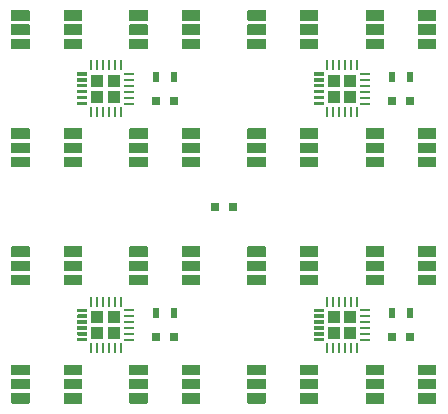
<source format=gtp>
%TF.GenerationSoftware,KiCad,Pcbnew,no-vcs-found-e797af3~59~ubuntu17.04.1*%
%TF.CreationDate,2017-07-18T09:18:03+02:00*%
%TF.ProjectId,LEDBoard_4x4_16bit,4C4544426F6172645F3478345F313662,0.1*%
%TF.SameCoordinates,Original%
%TF.FileFunction,Paste,Top*%
%TF.FilePolarity,Positive*%
%FSLAX46Y46*%
G04 Gerber Fmt 4.6, Leading zero omitted, Abs format (unit mm)*
G04 Created by KiCad (PCBNEW no-vcs-found-e797af3~59~ubuntu17.04.1) date Tue Jul 18 09:18:03 2017*
%MOMM*%
%LPD*%
G01*
G04 APERTURE LIST*
%ADD10C,0.100000*%
%ADD11C,0.900000*%
%ADD12R,1.100000X1.100000*%
%ADD13R,0.280000X0.850000*%
%ADD14R,0.850000X0.280000*%
%ADD15C,0.280000*%
%ADD16R,0.800000X0.750000*%
%ADD17R,0.500000X0.900000*%
G04 APERTURE END LIST*
D10*
%TO.C,D1.1*%
G36*
X57959411Y-51350217D02*
X57963779Y-51350865D01*
X57968063Y-51351938D01*
X57972221Y-51353425D01*
X57976213Y-51355314D01*
X57980001Y-51357584D01*
X57983548Y-51360215D01*
X57986820Y-51363180D01*
X57989785Y-51366452D01*
X57992416Y-51369999D01*
X57994686Y-51373787D01*
X57996575Y-51377779D01*
X57998062Y-51381937D01*
X57999135Y-51386221D01*
X57999783Y-51390589D01*
X58000000Y-51395000D01*
X58000000Y-52205000D01*
X57999783Y-52209411D01*
X57999135Y-52213779D01*
X57998062Y-52218063D01*
X57996575Y-52222221D01*
X57994686Y-52226213D01*
X57992416Y-52230001D01*
X57989785Y-52233548D01*
X57986820Y-52236820D01*
X57983548Y-52239785D01*
X57980001Y-52242416D01*
X57976213Y-52244686D01*
X57972221Y-52246575D01*
X57968063Y-52248062D01*
X57963779Y-52249135D01*
X57959411Y-52249783D01*
X57955000Y-52250000D01*
X56495000Y-52250000D01*
X56490589Y-52249783D01*
X56486221Y-52249135D01*
X56481937Y-52248062D01*
X56477779Y-52246575D01*
X56473787Y-52244686D01*
X56469999Y-52242416D01*
X56466452Y-52239785D01*
X56463180Y-52236820D01*
X56460215Y-52233548D01*
X56457584Y-52230001D01*
X56455314Y-52226213D01*
X56453425Y-52222221D01*
X56451938Y-52218063D01*
X56450865Y-52213779D01*
X56450217Y-52209411D01*
X56450000Y-52205000D01*
X56450000Y-51395000D01*
X56450217Y-51390589D01*
X56450865Y-51386221D01*
X56451938Y-51381937D01*
X56453425Y-51377779D01*
X56455314Y-51373787D01*
X56457584Y-51369999D01*
X56460215Y-51366452D01*
X56463180Y-51363180D01*
X56466452Y-51360215D01*
X56469999Y-51357584D01*
X56473787Y-51355314D01*
X56477779Y-51353425D01*
X56481937Y-51351938D01*
X56486221Y-51350865D01*
X56490589Y-51350217D01*
X56495000Y-51350000D01*
X57955000Y-51350000D01*
X57959411Y-51350217D01*
X57959411Y-51350217D01*
G37*
D11*
X57225000Y-51800000D03*
D10*
G36*
X57959411Y-52550217D02*
X57963779Y-52550865D01*
X57968063Y-52551938D01*
X57972221Y-52553425D01*
X57976213Y-52555314D01*
X57980001Y-52557584D01*
X57983548Y-52560215D01*
X57986820Y-52563180D01*
X57989785Y-52566452D01*
X57992416Y-52569999D01*
X57994686Y-52573787D01*
X57996575Y-52577779D01*
X57998062Y-52581937D01*
X57999135Y-52586221D01*
X57999783Y-52590589D01*
X58000000Y-52595000D01*
X58000000Y-53405000D01*
X57999783Y-53409411D01*
X57999135Y-53413779D01*
X57998062Y-53418063D01*
X57996575Y-53422221D01*
X57994686Y-53426213D01*
X57992416Y-53430001D01*
X57989785Y-53433548D01*
X57986820Y-53436820D01*
X57983548Y-53439785D01*
X57980001Y-53442416D01*
X57976213Y-53444686D01*
X57972221Y-53446575D01*
X57968063Y-53448062D01*
X57963779Y-53449135D01*
X57959411Y-53449783D01*
X57955000Y-53450000D01*
X56495000Y-53450000D01*
X56490589Y-53449783D01*
X56486221Y-53449135D01*
X56481937Y-53448062D01*
X56477779Y-53446575D01*
X56473787Y-53444686D01*
X56469999Y-53442416D01*
X56466452Y-53439785D01*
X56463180Y-53436820D01*
X56460215Y-53433548D01*
X56457584Y-53430001D01*
X56455314Y-53426213D01*
X56453425Y-53422221D01*
X56451938Y-53418063D01*
X56450865Y-53413779D01*
X56450217Y-53409411D01*
X56450000Y-53405000D01*
X56450000Y-52595000D01*
X56450217Y-52590589D01*
X56450865Y-52586221D01*
X56451938Y-52581937D01*
X56453425Y-52577779D01*
X56455314Y-52573787D01*
X56457584Y-52569999D01*
X56460215Y-52566452D01*
X56463180Y-52563180D01*
X56466452Y-52560215D01*
X56469999Y-52557584D01*
X56473787Y-52555314D01*
X56477779Y-52553425D01*
X56481937Y-52551938D01*
X56486221Y-52550865D01*
X56490589Y-52550217D01*
X56495000Y-52550000D01*
X57955000Y-52550000D01*
X57959411Y-52550217D01*
X57959411Y-52550217D01*
G37*
D11*
X57225000Y-53000000D03*
D10*
G36*
X57959411Y-53750217D02*
X57963779Y-53750865D01*
X57968063Y-53751938D01*
X57972221Y-53753425D01*
X57976213Y-53755314D01*
X57980001Y-53757584D01*
X57983548Y-53760215D01*
X57986820Y-53763180D01*
X57989785Y-53766452D01*
X57992416Y-53769999D01*
X57994686Y-53773787D01*
X57996575Y-53777779D01*
X57998062Y-53781937D01*
X57999135Y-53786221D01*
X57999783Y-53790589D01*
X58000000Y-53795000D01*
X58000000Y-54605000D01*
X57999783Y-54609411D01*
X57999135Y-54613779D01*
X57998062Y-54618063D01*
X57996575Y-54622221D01*
X57994686Y-54626213D01*
X57992416Y-54630001D01*
X57989785Y-54633548D01*
X57986820Y-54636820D01*
X57983548Y-54639785D01*
X57980001Y-54642416D01*
X57976213Y-54644686D01*
X57972221Y-54646575D01*
X57968063Y-54648062D01*
X57963779Y-54649135D01*
X57959411Y-54649783D01*
X57955000Y-54650000D01*
X56495000Y-54650000D01*
X56490589Y-54649783D01*
X56486221Y-54649135D01*
X56481937Y-54648062D01*
X56477779Y-54646575D01*
X56473787Y-54644686D01*
X56469999Y-54642416D01*
X56466452Y-54639785D01*
X56463180Y-54636820D01*
X56460215Y-54633548D01*
X56457584Y-54630001D01*
X56455314Y-54626213D01*
X56453425Y-54622221D01*
X56451938Y-54618063D01*
X56450865Y-54613779D01*
X56450217Y-54609411D01*
X56450000Y-54605000D01*
X56450000Y-53795000D01*
X56450217Y-53790589D01*
X56450865Y-53786221D01*
X56451938Y-53781937D01*
X56453425Y-53777779D01*
X56455314Y-53773787D01*
X56457584Y-53769999D01*
X56460215Y-53766452D01*
X56463180Y-53763180D01*
X56466452Y-53760215D01*
X56469999Y-53757584D01*
X56473787Y-53755314D01*
X56477779Y-53753425D01*
X56481937Y-53751938D01*
X56486221Y-53750865D01*
X56490589Y-53750217D01*
X56495000Y-53750000D01*
X57955000Y-53750000D01*
X57959411Y-53750217D01*
X57959411Y-53750217D01*
G37*
D11*
X57225000Y-54200000D03*
D10*
G36*
X53509411Y-53750217D02*
X53513779Y-53750865D01*
X53518063Y-53751938D01*
X53522221Y-53753425D01*
X53526213Y-53755314D01*
X53530001Y-53757584D01*
X53533548Y-53760215D01*
X53536820Y-53763180D01*
X53539785Y-53766452D01*
X53542416Y-53769999D01*
X53544686Y-53773787D01*
X53546575Y-53777779D01*
X53548062Y-53781937D01*
X53549135Y-53786221D01*
X53549783Y-53790589D01*
X53550000Y-53795000D01*
X53550000Y-54605000D01*
X53549783Y-54609411D01*
X53549135Y-54613779D01*
X53548062Y-54618063D01*
X53546575Y-54622221D01*
X53544686Y-54626213D01*
X53542416Y-54630001D01*
X53539785Y-54633548D01*
X53536820Y-54636820D01*
X53533548Y-54639785D01*
X53530001Y-54642416D01*
X53526213Y-54644686D01*
X53522221Y-54646575D01*
X53518063Y-54648062D01*
X53513779Y-54649135D01*
X53509411Y-54649783D01*
X53505000Y-54650000D01*
X52045000Y-54650000D01*
X52040589Y-54649783D01*
X52036221Y-54649135D01*
X52031937Y-54648062D01*
X52027779Y-54646575D01*
X52023787Y-54644686D01*
X52019999Y-54642416D01*
X52016452Y-54639785D01*
X52013180Y-54636820D01*
X52010215Y-54633548D01*
X52007584Y-54630001D01*
X52005314Y-54626213D01*
X52003425Y-54622221D01*
X52001938Y-54618063D01*
X52000865Y-54613779D01*
X52000217Y-54609411D01*
X52000000Y-54605000D01*
X52000000Y-53795000D01*
X52000217Y-53790589D01*
X52000865Y-53786221D01*
X52001938Y-53781937D01*
X52003425Y-53777779D01*
X52005314Y-53773787D01*
X52007584Y-53769999D01*
X52010215Y-53766452D01*
X52013180Y-53763180D01*
X52016452Y-53760215D01*
X52019999Y-53757584D01*
X52023787Y-53755314D01*
X52027779Y-53753425D01*
X52031937Y-53751938D01*
X52036221Y-53750865D01*
X52040589Y-53750217D01*
X52045000Y-53750000D01*
X53505000Y-53750000D01*
X53509411Y-53750217D01*
X53509411Y-53750217D01*
G37*
D11*
X52775000Y-54200000D03*
D10*
G36*
X53509411Y-52550217D02*
X53513779Y-52550865D01*
X53518063Y-52551938D01*
X53522221Y-52553425D01*
X53526213Y-52555314D01*
X53530001Y-52557584D01*
X53533548Y-52560215D01*
X53536820Y-52563180D01*
X53539785Y-52566452D01*
X53542416Y-52569999D01*
X53544686Y-52573787D01*
X53546575Y-52577779D01*
X53548062Y-52581937D01*
X53549135Y-52586221D01*
X53549783Y-52590589D01*
X53550000Y-52595000D01*
X53550000Y-53405000D01*
X53549783Y-53409411D01*
X53549135Y-53413779D01*
X53548062Y-53418063D01*
X53546575Y-53422221D01*
X53544686Y-53426213D01*
X53542416Y-53430001D01*
X53539785Y-53433548D01*
X53536820Y-53436820D01*
X53533548Y-53439785D01*
X53530001Y-53442416D01*
X53526213Y-53444686D01*
X53522221Y-53446575D01*
X53518063Y-53448062D01*
X53513779Y-53449135D01*
X53509411Y-53449783D01*
X53505000Y-53450000D01*
X52045000Y-53450000D01*
X52040589Y-53449783D01*
X52036221Y-53449135D01*
X52031937Y-53448062D01*
X52027779Y-53446575D01*
X52023787Y-53444686D01*
X52019999Y-53442416D01*
X52016452Y-53439785D01*
X52013180Y-53436820D01*
X52010215Y-53433548D01*
X52007584Y-53430001D01*
X52005314Y-53426213D01*
X52003425Y-53422221D01*
X52001938Y-53418063D01*
X52000865Y-53413779D01*
X52000217Y-53409411D01*
X52000000Y-53405000D01*
X52000000Y-52595000D01*
X52000217Y-52590589D01*
X52000865Y-52586221D01*
X52001938Y-52581937D01*
X52003425Y-52577779D01*
X52005314Y-52573787D01*
X52007584Y-52569999D01*
X52010215Y-52566452D01*
X52013180Y-52563180D01*
X52016452Y-52560215D01*
X52019999Y-52557584D01*
X52023787Y-52555314D01*
X52027779Y-52553425D01*
X52031937Y-52551938D01*
X52036221Y-52550865D01*
X52040589Y-52550217D01*
X52045000Y-52550000D01*
X53505000Y-52550000D01*
X53509411Y-52550217D01*
X53509411Y-52550217D01*
G37*
D11*
X52775000Y-53000000D03*
D10*
G36*
X53509411Y-51350217D02*
X53513779Y-51350865D01*
X53518063Y-51351938D01*
X53522221Y-51353425D01*
X53526213Y-51355314D01*
X53530001Y-51357584D01*
X53533548Y-51360215D01*
X53536820Y-51363180D01*
X53539785Y-51366452D01*
X53542416Y-51369999D01*
X53544686Y-51373787D01*
X53546575Y-51377779D01*
X53548062Y-51381937D01*
X53549135Y-51386221D01*
X53549783Y-51390589D01*
X53550000Y-51395000D01*
X53550000Y-52205000D01*
X53549783Y-52209411D01*
X53549135Y-52213779D01*
X53548062Y-52218063D01*
X53546575Y-52222221D01*
X53544686Y-52226213D01*
X53542416Y-52230001D01*
X53539785Y-52233548D01*
X53536820Y-52236820D01*
X53533548Y-52239785D01*
X53530001Y-52242416D01*
X53526213Y-52244686D01*
X53522221Y-52246575D01*
X53518063Y-52248062D01*
X53513779Y-52249135D01*
X53509411Y-52249783D01*
X53505000Y-52250000D01*
X52045000Y-52250000D01*
X52040589Y-52249783D01*
X52036221Y-52249135D01*
X52031937Y-52248062D01*
X52027779Y-52246575D01*
X52023787Y-52244686D01*
X52019999Y-52242416D01*
X52016452Y-52239785D01*
X52013180Y-52236820D01*
X52010215Y-52233548D01*
X52007584Y-52230001D01*
X52005314Y-52226213D01*
X52003425Y-52222221D01*
X52001938Y-52218063D01*
X52000865Y-52213779D01*
X52000217Y-52209411D01*
X52000000Y-52205000D01*
X52000000Y-51395000D01*
X52000217Y-51390589D01*
X52000865Y-51386221D01*
X52001938Y-51381937D01*
X52003425Y-51377779D01*
X52005314Y-51373787D01*
X52007584Y-51369999D01*
X52010215Y-51366452D01*
X52013180Y-51363180D01*
X52016452Y-51360215D01*
X52019999Y-51357584D01*
X52023787Y-51355314D01*
X52027779Y-51353425D01*
X52031937Y-51351938D01*
X52036221Y-51350865D01*
X52040589Y-51350217D01*
X52045000Y-51350000D01*
X53505000Y-51350000D01*
X53509411Y-51350217D01*
X53509411Y-51350217D01*
G37*
D11*
X52775000Y-51800000D03*
%TD*%
D10*
%TO.C,D1.2*%
G36*
X57959411Y-61350217D02*
X57963779Y-61350865D01*
X57968063Y-61351938D01*
X57972221Y-61353425D01*
X57976213Y-61355314D01*
X57980001Y-61357584D01*
X57983548Y-61360215D01*
X57986820Y-61363180D01*
X57989785Y-61366452D01*
X57992416Y-61369999D01*
X57994686Y-61373787D01*
X57996575Y-61377779D01*
X57998062Y-61381937D01*
X57999135Y-61386221D01*
X57999783Y-61390589D01*
X58000000Y-61395000D01*
X58000000Y-62205000D01*
X57999783Y-62209411D01*
X57999135Y-62213779D01*
X57998062Y-62218063D01*
X57996575Y-62222221D01*
X57994686Y-62226213D01*
X57992416Y-62230001D01*
X57989785Y-62233548D01*
X57986820Y-62236820D01*
X57983548Y-62239785D01*
X57980001Y-62242416D01*
X57976213Y-62244686D01*
X57972221Y-62246575D01*
X57968063Y-62248062D01*
X57963779Y-62249135D01*
X57959411Y-62249783D01*
X57955000Y-62250000D01*
X56495000Y-62250000D01*
X56490589Y-62249783D01*
X56486221Y-62249135D01*
X56481937Y-62248062D01*
X56477779Y-62246575D01*
X56473787Y-62244686D01*
X56469999Y-62242416D01*
X56466452Y-62239785D01*
X56463180Y-62236820D01*
X56460215Y-62233548D01*
X56457584Y-62230001D01*
X56455314Y-62226213D01*
X56453425Y-62222221D01*
X56451938Y-62218063D01*
X56450865Y-62213779D01*
X56450217Y-62209411D01*
X56450000Y-62205000D01*
X56450000Y-61395000D01*
X56450217Y-61390589D01*
X56450865Y-61386221D01*
X56451938Y-61381937D01*
X56453425Y-61377779D01*
X56455314Y-61373787D01*
X56457584Y-61369999D01*
X56460215Y-61366452D01*
X56463180Y-61363180D01*
X56466452Y-61360215D01*
X56469999Y-61357584D01*
X56473787Y-61355314D01*
X56477779Y-61353425D01*
X56481937Y-61351938D01*
X56486221Y-61350865D01*
X56490589Y-61350217D01*
X56495000Y-61350000D01*
X57955000Y-61350000D01*
X57959411Y-61350217D01*
X57959411Y-61350217D01*
G37*
D11*
X57225000Y-61800000D03*
D10*
G36*
X57959411Y-62550217D02*
X57963779Y-62550865D01*
X57968063Y-62551938D01*
X57972221Y-62553425D01*
X57976213Y-62555314D01*
X57980001Y-62557584D01*
X57983548Y-62560215D01*
X57986820Y-62563180D01*
X57989785Y-62566452D01*
X57992416Y-62569999D01*
X57994686Y-62573787D01*
X57996575Y-62577779D01*
X57998062Y-62581937D01*
X57999135Y-62586221D01*
X57999783Y-62590589D01*
X58000000Y-62595000D01*
X58000000Y-63405000D01*
X57999783Y-63409411D01*
X57999135Y-63413779D01*
X57998062Y-63418063D01*
X57996575Y-63422221D01*
X57994686Y-63426213D01*
X57992416Y-63430001D01*
X57989785Y-63433548D01*
X57986820Y-63436820D01*
X57983548Y-63439785D01*
X57980001Y-63442416D01*
X57976213Y-63444686D01*
X57972221Y-63446575D01*
X57968063Y-63448062D01*
X57963779Y-63449135D01*
X57959411Y-63449783D01*
X57955000Y-63450000D01*
X56495000Y-63450000D01*
X56490589Y-63449783D01*
X56486221Y-63449135D01*
X56481937Y-63448062D01*
X56477779Y-63446575D01*
X56473787Y-63444686D01*
X56469999Y-63442416D01*
X56466452Y-63439785D01*
X56463180Y-63436820D01*
X56460215Y-63433548D01*
X56457584Y-63430001D01*
X56455314Y-63426213D01*
X56453425Y-63422221D01*
X56451938Y-63418063D01*
X56450865Y-63413779D01*
X56450217Y-63409411D01*
X56450000Y-63405000D01*
X56450000Y-62595000D01*
X56450217Y-62590589D01*
X56450865Y-62586221D01*
X56451938Y-62581937D01*
X56453425Y-62577779D01*
X56455314Y-62573787D01*
X56457584Y-62569999D01*
X56460215Y-62566452D01*
X56463180Y-62563180D01*
X56466452Y-62560215D01*
X56469999Y-62557584D01*
X56473787Y-62555314D01*
X56477779Y-62553425D01*
X56481937Y-62551938D01*
X56486221Y-62550865D01*
X56490589Y-62550217D01*
X56495000Y-62550000D01*
X57955000Y-62550000D01*
X57959411Y-62550217D01*
X57959411Y-62550217D01*
G37*
D11*
X57225000Y-63000000D03*
D10*
G36*
X57959411Y-63750217D02*
X57963779Y-63750865D01*
X57968063Y-63751938D01*
X57972221Y-63753425D01*
X57976213Y-63755314D01*
X57980001Y-63757584D01*
X57983548Y-63760215D01*
X57986820Y-63763180D01*
X57989785Y-63766452D01*
X57992416Y-63769999D01*
X57994686Y-63773787D01*
X57996575Y-63777779D01*
X57998062Y-63781937D01*
X57999135Y-63786221D01*
X57999783Y-63790589D01*
X58000000Y-63795000D01*
X58000000Y-64605000D01*
X57999783Y-64609411D01*
X57999135Y-64613779D01*
X57998062Y-64618063D01*
X57996575Y-64622221D01*
X57994686Y-64626213D01*
X57992416Y-64630001D01*
X57989785Y-64633548D01*
X57986820Y-64636820D01*
X57983548Y-64639785D01*
X57980001Y-64642416D01*
X57976213Y-64644686D01*
X57972221Y-64646575D01*
X57968063Y-64648062D01*
X57963779Y-64649135D01*
X57959411Y-64649783D01*
X57955000Y-64650000D01*
X56495000Y-64650000D01*
X56490589Y-64649783D01*
X56486221Y-64649135D01*
X56481937Y-64648062D01*
X56477779Y-64646575D01*
X56473787Y-64644686D01*
X56469999Y-64642416D01*
X56466452Y-64639785D01*
X56463180Y-64636820D01*
X56460215Y-64633548D01*
X56457584Y-64630001D01*
X56455314Y-64626213D01*
X56453425Y-64622221D01*
X56451938Y-64618063D01*
X56450865Y-64613779D01*
X56450217Y-64609411D01*
X56450000Y-64605000D01*
X56450000Y-63795000D01*
X56450217Y-63790589D01*
X56450865Y-63786221D01*
X56451938Y-63781937D01*
X56453425Y-63777779D01*
X56455314Y-63773787D01*
X56457584Y-63769999D01*
X56460215Y-63766452D01*
X56463180Y-63763180D01*
X56466452Y-63760215D01*
X56469999Y-63757584D01*
X56473787Y-63755314D01*
X56477779Y-63753425D01*
X56481937Y-63751938D01*
X56486221Y-63750865D01*
X56490589Y-63750217D01*
X56495000Y-63750000D01*
X57955000Y-63750000D01*
X57959411Y-63750217D01*
X57959411Y-63750217D01*
G37*
D11*
X57225000Y-64200000D03*
D10*
G36*
X53509411Y-63750217D02*
X53513779Y-63750865D01*
X53518063Y-63751938D01*
X53522221Y-63753425D01*
X53526213Y-63755314D01*
X53530001Y-63757584D01*
X53533548Y-63760215D01*
X53536820Y-63763180D01*
X53539785Y-63766452D01*
X53542416Y-63769999D01*
X53544686Y-63773787D01*
X53546575Y-63777779D01*
X53548062Y-63781937D01*
X53549135Y-63786221D01*
X53549783Y-63790589D01*
X53550000Y-63795000D01*
X53550000Y-64605000D01*
X53549783Y-64609411D01*
X53549135Y-64613779D01*
X53548062Y-64618063D01*
X53546575Y-64622221D01*
X53544686Y-64626213D01*
X53542416Y-64630001D01*
X53539785Y-64633548D01*
X53536820Y-64636820D01*
X53533548Y-64639785D01*
X53530001Y-64642416D01*
X53526213Y-64644686D01*
X53522221Y-64646575D01*
X53518063Y-64648062D01*
X53513779Y-64649135D01*
X53509411Y-64649783D01*
X53505000Y-64650000D01*
X52045000Y-64650000D01*
X52040589Y-64649783D01*
X52036221Y-64649135D01*
X52031937Y-64648062D01*
X52027779Y-64646575D01*
X52023787Y-64644686D01*
X52019999Y-64642416D01*
X52016452Y-64639785D01*
X52013180Y-64636820D01*
X52010215Y-64633548D01*
X52007584Y-64630001D01*
X52005314Y-64626213D01*
X52003425Y-64622221D01*
X52001938Y-64618063D01*
X52000865Y-64613779D01*
X52000217Y-64609411D01*
X52000000Y-64605000D01*
X52000000Y-63795000D01*
X52000217Y-63790589D01*
X52000865Y-63786221D01*
X52001938Y-63781937D01*
X52003425Y-63777779D01*
X52005314Y-63773787D01*
X52007584Y-63769999D01*
X52010215Y-63766452D01*
X52013180Y-63763180D01*
X52016452Y-63760215D01*
X52019999Y-63757584D01*
X52023787Y-63755314D01*
X52027779Y-63753425D01*
X52031937Y-63751938D01*
X52036221Y-63750865D01*
X52040589Y-63750217D01*
X52045000Y-63750000D01*
X53505000Y-63750000D01*
X53509411Y-63750217D01*
X53509411Y-63750217D01*
G37*
D11*
X52775000Y-64200000D03*
D10*
G36*
X53509411Y-62550217D02*
X53513779Y-62550865D01*
X53518063Y-62551938D01*
X53522221Y-62553425D01*
X53526213Y-62555314D01*
X53530001Y-62557584D01*
X53533548Y-62560215D01*
X53536820Y-62563180D01*
X53539785Y-62566452D01*
X53542416Y-62569999D01*
X53544686Y-62573787D01*
X53546575Y-62577779D01*
X53548062Y-62581937D01*
X53549135Y-62586221D01*
X53549783Y-62590589D01*
X53550000Y-62595000D01*
X53550000Y-63405000D01*
X53549783Y-63409411D01*
X53549135Y-63413779D01*
X53548062Y-63418063D01*
X53546575Y-63422221D01*
X53544686Y-63426213D01*
X53542416Y-63430001D01*
X53539785Y-63433548D01*
X53536820Y-63436820D01*
X53533548Y-63439785D01*
X53530001Y-63442416D01*
X53526213Y-63444686D01*
X53522221Y-63446575D01*
X53518063Y-63448062D01*
X53513779Y-63449135D01*
X53509411Y-63449783D01*
X53505000Y-63450000D01*
X52045000Y-63450000D01*
X52040589Y-63449783D01*
X52036221Y-63449135D01*
X52031937Y-63448062D01*
X52027779Y-63446575D01*
X52023787Y-63444686D01*
X52019999Y-63442416D01*
X52016452Y-63439785D01*
X52013180Y-63436820D01*
X52010215Y-63433548D01*
X52007584Y-63430001D01*
X52005314Y-63426213D01*
X52003425Y-63422221D01*
X52001938Y-63418063D01*
X52000865Y-63413779D01*
X52000217Y-63409411D01*
X52000000Y-63405000D01*
X52000000Y-62595000D01*
X52000217Y-62590589D01*
X52000865Y-62586221D01*
X52001938Y-62581937D01*
X52003425Y-62577779D01*
X52005314Y-62573787D01*
X52007584Y-62569999D01*
X52010215Y-62566452D01*
X52013180Y-62563180D01*
X52016452Y-62560215D01*
X52019999Y-62557584D01*
X52023787Y-62555314D01*
X52027779Y-62553425D01*
X52031937Y-62551938D01*
X52036221Y-62550865D01*
X52040589Y-62550217D01*
X52045000Y-62550000D01*
X53505000Y-62550000D01*
X53509411Y-62550217D01*
X53509411Y-62550217D01*
G37*
D11*
X52775000Y-63000000D03*
D10*
G36*
X53509411Y-61350217D02*
X53513779Y-61350865D01*
X53518063Y-61351938D01*
X53522221Y-61353425D01*
X53526213Y-61355314D01*
X53530001Y-61357584D01*
X53533548Y-61360215D01*
X53536820Y-61363180D01*
X53539785Y-61366452D01*
X53542416Y-61369999D01*
X53544686Y-61373787D01*
X53546575Y-61377779D01*
X53548062Y-61381937D01*
X53549135Y-61386221D01*
X53549783Y-61390589D01*
X53550000Y-61395000D01*
X53550000Y-62205000D01*
X53549783Y-62209411D01*
X53549135Y-62213779D01*
X53548062Y-62218063D01*
X53546575Y-62222221D01*
X53544686Y-62226213D01*
X53542416Y-62230001D01*
X53539785Y-62233548D01*
X53536820Y-62236820D01*
X53533548Y-62239785D01*
X53530001Y-62242416D01*
X53526213Y-62244686D01*
X53522221Y-62246575D01*
X53518063Y-62248062D01*
X53513779Y-62249135D01*
X53509411Y-62249783D01*
X53505000Y-62250000D01*
X52045000Y-62250000D01*
X52040589Y-62249783D01*
X52036221Y-62249135D01*
X52031937Y-62248062D01*
X52027779Y-62246575D01*
X52023787Y-62244686D01*
X52019999Y-62242416D01*
X52016452Y-62239785D01*
X52013180Y-62236820D01*
X52010215Y-62233548D01*
X52007584Y-62230001D01*
X52005314Y-62226213D01*
X52003425Y-62222221D01*
X52001938Y-62218063D01*
X52000865Y-62213779D01*
X52000217Y-62209411D01*
X52000000Y-62205000D01*
X52000000Y-61395000D01*
X52000217Y-61390589D01*
X52000865Y-61386221D01*
X52001938Y-61381937D01*
X52003425Y-61377779D01*
X52005314Y-61373787D01*
X52007584Y-61369999D01*
X52010215Y-61366452D01*
X52013180Y-61363180D01*
X52016452Y-61360215D01*
X52019999Y-61357584D01*
X52023787Y-61355314D01*
X52027779Y-61353425D01*
X52031937Y-61351938D01*
X52036221Y-61350865D01*
X52040589Y-61350217D01*
X52045000Y-61350000D01*
X53505000Y-61350000D01*
X53509411Y-61350217D01*
X53509411Y-61350217D01*
G37*
D11*
X52775000Y-61800000D03*
%TD*%
D10*
%TO.C,D1.3*%
G36*
X57959411Y-71350217D02*
X57963779Y-71350865D01*
X57968063Y-71351938D01*
X57972221Y-71353425D01*
X57976213Y-71355314D01*
X57980001Y-71357584D01*
X57983548Y-71360215D01*
X57986820Y-71363180D01*
X57989785Y-71366452D01*
X57992416Y-71369999D01*
X57994686Y-71373787D01*
X57996575Y-71377779D01*
X57998062Y-71381937D01*
X57999135Y-71386221D01*
X57999783Y-71390589D01*
X58000000Y-71395000D01*
X58000000Y-72205000D01*
X57999783Y-72209411D01*
X57999135Y-72213779D01*
X57998062Y-72218063D01*
X57996575Y-72222221D01*
X57994686Y-72226213D01*
X57992416Y-72230001D01*
X57989785Y-72233548D01*
X57986820Y-72236820D01*
X57983548Y-72239785D01*
X57980001Y-72242416D01*
X57976213Y-72244686D01*
X57972221Y-72246575D01*
X57968063Y-72248062D01*
X57963779Y-72249135D01*
X57959411Y-72249783D01*
X57955000Y-72250000D01*
X56495000Y-72250000D01*
X56490589Y-72249783D01*
X56486221Y-72249135D01*
X56481937Y-72248062D01*
X56477779Y-72246575D01*
X56473787Y-72244686D01*
X56469999Y-72242416D01*
X56466452Y-72239785D01*
X56463180Y-72236820D01*
X56460215Y-72233548D01*
X56457584Y-72230001D01*
X56455314Y-72226213D01*
X56453425Y-72222221D01*
X56451938Y-72218063D01*
X56450865Y-72213779D01*
X56450217Y-72209411D01*
X56450000Y-72205000D01*
X56450000Y-71395000D01*
X56450217Y-71390589D01*
X56450865Y-71386221D01*
X56451938Y-71381937D01*
X56453425Y-71377779D01*
X56455314Y-71373787D01*
X56457584Y-71369999D01*
X56460215Y-71366452D01*
X56463180Y-71363180D01*
X56466452Y-71360215D01*
X56469999Y-71357584D01*
X56473787Y-71355314D01*
X56477779Y-71353425D01*
X56481937Y-71351938D01*
X56486221Y-71350865D01*
X56490589Y-71350217D01*
X56495000Y-71350000D01*
X57955000Y-71350000D01*
X57959411Y-71350217D01*
X57959411Y-71350217D01*
G37*
D11*
X57225000Y-71800000D03*
D10*
G36*
X57959411Y-72550217D02*
X57963779Y-72550865D01*
X57968063Y-72551938D01*
X57972221Y-72553425D01*
X57976213Y-72555314D01*
X57980001Y-72557584D01*
X57983548Y-72560215D01*
X57986820Y-72563180D01*
X57989785Y-72566452D01*
X57992416Y-72569999D01*
X57994686Y-72573787D01*
X57996575Y-72577779D01*
X57998062Y-72581937D01*
X57999135Y-72586221D01*
X57999783Y-72590589D01*
X58000000Y-72595000D01*
X58000000Y-73405000D01*
X57999783Y-73409411D01*
X57999135Y-73413779D01*
X57998062Y-73418063D01*
X57996575Y-73422221D01*
X57994686Y-73426213D01*
X57992416Y-73430001D01*
X57989785Y-73433548D01*
X57986820Y-73436820D01*
X57983548Y-73439785D01*
X57980001Y-73442416D01*
X57976213Y-73444686D01*
X57972221Y-73446575D01*
X57968063Y-73448062D01*
X57963779Y-73449135D01*
X57959411Y-73449783D01*
X57955000Y-73450000D01*
X56495000Y-73450000D01*
X56490589Y-73449783D01*
X56486221Y-73449135D01*
X56481937Y-73448062D01*
X56477779Y-73446575D01*
X56473787Y-73444686D01*
X56469999Y-73442416D01*
X56466452Y-73439785D01*
X56463180Y-73436820D01*
X56460215Y-73433548D01*
X56457584Y-73430001D01*
X56455314Y-73426213D01*
X56453425Y-73422221D01*
X56451938Y-73418063D01*
X56450865Y-73413779D01*
X56450217Y-73409411D01*
X56450000Y-73405000D01*
X56450000Y-72595000D01*
X56450217Y-72590589D01*
X56450865Y-72586221D01*
X56451938Y-72581937D01*
X56453425Y-72577779D01*
X56455314Y-72573787D01*
X56457584Y-72569999D01*
X56460215Y-72566452D01*
X56463180Y-72563180D01*
X56466452Y-72560215D01*
X56469999Y-72557584D01*
X56473787Y-72555314D01*
X56477779Y-72553425D01*
X56481937Y-72551938D01*
X56486221Y-72550865D01*
X56490589Y-72550217D01*
X56495000Y-72550000D01*
X57955000Y-72550000D01*
X57959411Y-72550217D01*
X57959411Y-72550217D01*
G37*
D11*
X57225000Y-73000000D03*
D10*
G36*
X57959411Y-73750217D02*
X57963779Y-73750865D01*
X57968063Y-73751938D01*
X57972221Y-73753425D01*
X57976213Y-73755314D01*
X57980001Y-73757584D01*
X57983548Y-73760215D01*
X57986820Y-73763180D01*
X57989785Y-73766452D01*
X57992416Y-73769999D01*
X57994686Y-73773787D01*
X57996575Y-73777779D01*
X57998062Y-73781937D01*
X57999135Y-73786221D01*
X57999783Y-73790589D01*
X58000000Y-73795000D01*
X58000000Y-74605000D01*
X57999783Y-74609411D01*
X57999135Y-74613779D01*
X57998062Y-74618063D01*
X57996575Y-74622221D01*
X57994686Y-74626213D01*
X57992416Y-74630001D01*
X57989785Y-74633548D01*
X57986820Y-74636820D01*
X57983548Y-74639785D01*
X57980001Y-74642416D01*
X57976213Y-74644686D01*
X57972221Y-74646575D01*
X57968063Y-74648062D01*
X57963779Y-74649135D01*
X57959411Y-74649783D01*
X57955000Y-74650000D01*
X56495000Y-74650000D01*
X56490589Y-74649783D01*
X56486221Y-74649135D01*
X56481937Y-74648062D01*
X56477779Y-74646575D01*
X56473787Y-74644686D01*
X56469999Y-74642416D01*
X56466452Y-74639785D01*
X56463180Y-74636820D01*
X56460215Y-74633548D01*
X56457584Y-74630001D01*
X56455314Y-74626213D01*
X56453425Y-74622221D01*
X56451938Y-74618063D01*
X56450865Y-74613779D01*
X56450217Y-74609411D01*
X56450000Y-74605000D01*
X56450000Y-73795000D01*
X56450217Y-73790589D01*
X56450865Y-73786221D01*
X56451938Y-73781937D01*
X56453425Y-73777779D01*
X56455314Y-73773787D01*
X56457584Y-73769999D01*
X56460215Y-73766452D01*
X56463180Y-73763180D01*
X56466452Y-73760215D01*
X56469999Y-73757584D01*
X56473787Y-73755314D01*
X56477779Y-73753425D01*
X56481937Y-73751938D01*
X56486221Y-73750865D01*
X56490589Y-73750217D01*
X56495000Y-73750000D01*
X57955000Y-73750000D01*
X57959411Y-73750217D01*
X57959411Y-73750217D01*
G37*
D11*
X57225000Y-74200000D03*
D10*
G36*
X53509411Y-73750217D02*
X53513779Y-73750865D01*
X53518063Y-73751938D01*
X53522221Y-73753425D01*
X53526213Y-73755314D01*
X53530001Y-73757584D01*
X53533548Y-73760215D01*
X53536820Y-73763180D01*
X53539785Y-73766452D01*
X53542416Y-73769999D01*
X53544686Y-73773787D01*
X53546575Y-73777779D01*
X53548062Y-73781937D01*
X53549135Y-73786221D01*
X53549783Y-73790589D01*
X53550000Y-73795000D01*
X53550000Y-74605000D01*
X53549783Y-74609411D01*
X53549135Y-74613779D01*
X53548062Y-74618063D01*
X53546575Y-74622221D01*
X53544686Y-74626213D01*
X53542416Y-74630001D01*
X53539785Y-74633548D01*
X53536820Y-74636820D01*
X53533548Y-74639785D01*
X53530001Y-74642416D01*
X53526213Y-74644686D01*
X53522221Y-74646575D01*
X53518063Y-74648062D01*
X53513779Y-74649135D01*
X53509411Y-74649783D01*
X53505000Y-74650000D01*
X52045000Y-74650000D01*
X52040589Y-74649783D01*
X52036221Y-74649135D01*
X52031937Y-74648062D01*
X52027779Y-74646575D01*
X52023787Y-74644686D01*
X52019999Y-74642416D01*
X52016452Y-74639785D01*
X52013180Y-74636820D01*
X52010215Y-74633548D01*
X52007584Y-74630001D01*
X52005314Y-74626213D01*
X52003425Y-74622221D01*
X52001938Y-74618063D01*
X52000865Y-74613779D01*
X52000217Y-74609411D01*
X52000000Y-74605000D01*
X52000000Y-73795000D01*
X52000217Y-73790589D01*
X52000865Y-73786221D01*
X52001938Y-73781937D01*
X52003425Y-73777779D01*
X52005314Y-73773787D01*
X52007584Y-73769999D01*
X52010215Y-73766452D01*
X52013180Y-73763180D01*
X52016452Y-73760215D01*
X52019999Y-73757584D01*
X52023787Y-73755314D01*
X52027779Y-73753425D01*
X52031937Y-73751938D01*
X52036221Y-73750865D01*
X52040589Y-73750217D01*
X52045000Y-73750000D01*
X53505000Y-73750000D01*
X53509411Y-73750217D01*
X53509411Y-73750217D01*
G37*
D11*
X52775000Y-74200000D03*
D10*
G36*
X53509411Y-72550217D02*
X53513779Y-72550865D01*
X53518063Y-72551938D01*
X53522221Y-72553425D01*
X53526213Y-72555314D01*
X53530001Y-72557584D01*
X53533548Y-72560215D01*
X53536820Y-72563180D01*
X53539785Y-72566452D01*
X53542416Y-72569999D01*
X53544686Y-72573787D01*
X53546575Y-72577779D01*
X53548062Y-72581937D01*
X53549135Y-72586221D01*
X53549783Y-72590589D01*
X53550000Y-72595000D01*
X53550000Y-73405000D01*
X53549783Y-73409411D01*
X53549135Y-73413779D01*
X53548062Y-73418063D01*
X53546575Y-73422221D01*
X53544686Y-73426213D01*
X53542416Y-73430001D01*
X53539785Y-73433548D01*
X53536820Y-73436820D01*
X53533548Y-73439785D01*
X53530001Y-73442416D01*
X53526213Y-73444686D01*
X53522221Y-73446575D01*
X53518063Y-73448062D01*
X53513779Y-73449135D01*
X53509411Y-73449783D01*
X53505000Y-73450000D01*
X52045000Y-73450000D01*
X52040589Y-73449783D01*
X52036221Y-73449135D01*
X52031937Y-73448062D01*
X52027779Y-73446575D01*
X52023787Y-73444686D01*
X52019999Y-73442416D01*
X52016452Y-73439785D01*
X52013180Y-73436820D01*
X52010215Y-73433548D01*
X52007584Y-73430001D01*
X52005314Y-73426213D01*
X52003425Y-73422221D01*
X52001938Y-73418063D01*
X52000865Y-73413779D01*
X52000217Y-73409411D01*
X52000000Y-73405000D01*
X52000000Y-72595000D01*
X52000217Y-72590589D01*
X52000865Y-72586221D01*
X52001938Y-72581937D01*
X52003425Y-72577779D01*
X52005314Y-72573787D01*
X52007584Y-72569999D01*
X52010215Y-72566452D01*
X52013180Y-72563180D01*
X52016452Y-72560215D01*
X52019999Y-72557584D01*
X52023787Y-72555314D01*
X52027779Y-72553425D01*
X52031937Y-72551938D01*
X52036221Y-72550865D01*
X52040589Y-72550217D01*
X52045000Y-72550000D01*
X53505000Y-72550000D01*
X53509411Y-72550217D01*
X53509411Y-72550217D01*
G37*
D11*
X52775000Y-73000000D03*
D10*
G36*
X53509411Y-71350217D02*
X53513779Y-71350865D01*
X53518063Y-71351938D01*
X53522221Y-71353425D01*
X53526213Y-71355314D01*
X53530001Y-71357584D01*
X53533548Y-71360215D01*
X53536820Y-71363180D01*
X53539785Y-71366452D01*
X53542416Y-71369999D01*
X53544686Y-71373787D01*
X53546575Y-71377779D01*
X53548062Y-71381937D01*
X53549135Y-71386221D01*
X53549783Y-71390589D01*
X53550000Y-71395000D01*
X53550000Y-72205000D01*
X53549783Y-72209411D01*
X53549135Y-72213779D01*
X53548062Y-72218063D01*
X53546575Y-72222221D01*
X53544686Y-72226213D01*
X53542416Y-72230001D01*
X53539785Y-72233548D01*
X53536820Y-72236820D01*
X53533548Y-72239785D01*
X53530001Y-72242416D01*
X53526213Y-72244686D01*
X53522221Y-72246575D01*
X53518063Y-72248062D01*
X53513779Y-72249135D01*
X53509411Y-72249783D01*
X53505000Y-72250000D01*
X52045000Y-72250000D01*
X52040589Y-72249783D01*
X52036221Y-72249135D01*
X52031937Y-72248062D01*
X52027779Y-72246575D01*
X52023787Y-72244686D01*
X52019999Y-72242416D01*
X52016452Y-72239785D01*
X52013180Y-72236820D01*
X52010215Y-72233548D01*
X52007584Y-72230001D01*
X52005314Y-72226213D01*
X52003425Y-72222221D01*
X52001938Y-72218063D01*
X52000865Y-72213779D01*
X52000217Y-72209411D01*
X52000000Y-72205000D01*
X52000000Y-71395000D01*
X52000217Y-71390589D01*
X52000865Y-71386221D01*
X52001938Y-71381937D01*
X52003425Y-71377779D01*
X52005314Y-71373787D01*
X52007584Y-71369999D01*
X52010215Y-71366452D01*
X52013180Y-71363180D01*
X52016452Y-71360215D01*
X52019999Y-71357584D01*
X52023787Y-71355314D01*
X52027779Y-71353425D01*
X52031937Y-71351938D01*
X52036221Y-71350865D01*
X52040589Y-71350217D01*
X52045000Y-71350000D01*
X53505000Y-71350000D01*
X53509411Y-71350217D01*
X53509411Y-71350217D01*
G37*
D11*
X52775000Y-71800000D03*
%TD*%
D10*
%TO.C,D1.4*%
G36*
X57959411Y-81350217D02*
X57963779Y-81350865D01*
X57968063Y-81351938D01*
X57972221Y-81353425D01*
X57976213Y-81355314D01*
X57980001Y-81357584D01*
X57983548Y-81360215D01*
X57986820Y-81363180D01*
X57989785Y-81366452D01*
X57992416Y-81369999D01*
X57994686Y-81373787D01*
X57996575Y-81377779D01*
X57998062Y-81381937D01*
X57999135Y-81386221D01*
X57999783Y-81390589D01*
X58000000Y-81395000D01*
X58000000Y-82205000D01*
X57999783Y-82209411D01*
X57999135Y-82213779D01*
X57998062Y-82218063D01*
X57996575Y-82222221D01*
X57994686Y-82226213D01*
X57992416Y-82230001D01*
X57989785Y-82233548D01*
X57986820Y-82236820D01*
X57983548Y-82239785D01*
X57980001Y-82242416D01*
X57976213Y-82244686D01*
X57972221Y-82246575D01*
X57968063Y-82248062D01*
X57963779Y-82249135D01*
X57959411Y-82249783D01*
X57955000Y-82250000D01*
X56495000Y-82250000D01*
X56490589Y-82249783D01*
X56486221Y-82249135D01*
X56481937Y-82248062D01*
X56477779Y-82246575D01*
X56473787Y-82244686D01*
X56469999Y-82242416D01*
X56466452Y-82239785D01*
X56463180Y-82236820D01*
X56460215Y-82233548D01*
X56457584Y-82230001D01*
X56455314Y-82226213D01*
X56453425Y-82222221D01*
X56451938Y-82218063D01*
X56450865Y-82213779D01*
X56450217Y-82209411D01*
X56450000Y-82205000D01*
X56450000Y-81395000D01*
X56450217Y-81390589D01*
X56450865Y-81386221D01*
X56451938Y-81381937D01*
X56453425Y-81377779D01*
X56455314Y-81373787D01*
X56457584Y-81369999D01*
X56460215Y-81366452D01*
X56463180Y-81363180D01*
X56466452Y-81360215D01*
X56469999Y-81357584D01*
X56473787Y-81355314D01*
X56477779Y-81353425D01*
X56481937Y-81351938D01*
X56486221Y-81350865D01*
X56490589Y-81350217D01*
X56495000Y-81350000D01*
X57955000Y-81350000D01*
X57959411Y-81350217D01*
X57959411Y-81350217D01*
G37*
D11*
X57225000Y-81800000D03*
D10*
G36*
X57959411Y-82550217D02*
X57963779Y-82550865D01*
X57968063Y-82551938D01*
X57972221Y-82553425D01*
X57976213Y-82555314D01*
X57980001Y-82557584D01*
X57983548Y-82560215D01*
X57986820Y-82563180D01*
X57989785Y-82566452D01*
X57992416Y-82569999D01*
X57994686Y-82573787D01*
X57996575Y-82577779D01*
X57998062Y-82581937D01*
X57999135Y-82586221D01*
X57999783Y-82590589D01*
X58000000Y-82595000D01*
X58000000Y-83405000D01*
X57999783Y-83409411D01*
X57999135Y-83413779D01*
X57998062Y-83418063D01*
X57996575Y-83422221D01*
X57994686Y-83426213D01*
X57992416Y-83430001D01*
X57989785Y-83433548D01*
X57986820Y-83436820D01*
X57983548Y-83439785D01*
X57980001Y-83442416D01*
X57976213Y-83444686D01*
X57972221Y-83446575D01*
X57968063Y-83448062D01*
X57963779Y-83449135D01*
X57959411Y-83449783D01*
X57955000Y-83450000D01*
X56495000Y-83450000D01*
X56490589Y-83449783D01*
X56486221Y-83449135D01*
X56481937Y-83448062D01*
X56477779Y-83446575D01*
X56473787Y-83444686D01*
X56469999Y-83442416D01*
X56466452Y-83439785D01*
X56463180Y-83436820D01*
X56460215Y-83433548D01*
X56457584Y-83430001D01*
X56455314Y-83426213D01*
X56453425Y-83422221D01*
X56451938Y-83418063D01*
X56450865Y-83413779D01*
X56450217Y-83409411D01*
X56450000Y-83405000D01*
X56450000Y-82595000D01*
X56450217Y-82590589D01*
X56450865Y-82586221D01*
X56451938Y-82581937D01*
X56453425Y-82577779D01*
X56455314Y-82573787D01*
X56457584Y-82569999D01*
X56460215Y-82566452D01*
X56463180Y-82563180D01*
X56466452Y-82560215D01*
X56469999Y-82557584D01*
X56473787Y-82555314D01*
X56477779Y-82553425D01*
X56481937Y-82551938D01*
X56486221Y-82550865D01*
X56490589Y-82550217D01*
X56495000Y-82550000D01*
X57955000Y-82550000D01*
X57959411Y-82550217D01*
X57959411Y-82550217D01*
G37*
D11*
X57225000Y-83000000D03*
D10*
G36*
X57959411Y-83750217D02*
X57963779Y-83750865D01*
X57968063Y-83751938D01*
X57972221Y-83753425D01*
X57976213Y-83755314D01*
X57980001Y-83757584D01*
X57983548Y-83760215D01*
X57986820Y-83763180D01*
X57989785Y-83766452D01*
X57992416Y-83769999D01*
X57994686Y-83773787D01*
X57996575Y-83777779D01*
X57998062Y-83781937D01*
X57999135Y-83786221D01*
X57999783Y-83790589D01*
X58000000Y-83795000D01*
X58000000Y-84605000D01*
X57999783Y-84609411D01*
X57999135Y-84613779D01*
X57998062Y-84618063D01*
X57996575Y-84622221D01*
X57994686Y-84626213D01*
X57992416Y-84630001D01*
X57989785Y-84633548D01*
X57986820Y-84636820D01*
X57983548Y-84639785D01*
X57980001Y-84642416D01*
X57976213Y-84644686D01*
X57972221Y-84646575D01*
X57968063Y-84648062D01*
X57963779Y-84649135D01*
X57959411Y-84649783D01*
X57955000Y-84650000D01*
X56495000Y-84650000D01*
X56490589Y-84649783D01*
X56486221Y-84649135D01*
X56481937Y-84648062D01*
X56477779Y-84646575D01*
X56473787Y-84644686D01*
X56469999Y-84642416D01*
X56466452Y-84639785D01*
X56463180Y-84636820D01*
X56460215Y-84633548D01*
X56457584Y-84630001D01*
X56455314Y-84626213D01*
X56453425Y-84622221D01*
X56451938Y-84618063D01*
X56450865Y-84613779D01*
X56450217Y-84609411D01*
X56450000Y-84605000D01*
X56450000Y-83795000D01*
X56450217Y-83790589D01*
X56450865Y-83786221D01*
X56451938Y-83781937D01*
X56453425Y-83777779D01*
X56455314Y-83773787D01*
X56457584Y-83769999D01*
X56460215Y-83766452D01*
X56463180Y-83763180D01*
X56466452Y-83760215D01*
X56469999Y-83757584D01*
X56473787Y-83755314D01*
X56477779Y-83753425D01*
X56481937Y-83751938D01*
X56486221Y-83750865D01*
X56490589Y-83750217D01*
X56495000Y-83750000D01*
X57955000Y-83750000D01*
X57959411Y-83750217D01*
X57959411Y-83750217D01*
G37*
D11*
X57225000Y-84200000D03*
D10*
G36*
X53509411Y-83750217D02*
X53513779Y-83750865D01*
X53518063Y-83751938D01*
X53522221Y-83753425D01*
X53526213Y-83755314D01*
X53530001Y-83757584D01*
X53533548Y-83760215D01*
X53536820Y-83763180D01*
X53539785Y-83766452D01*
X53542416Y-83769999D01*
X53544686Y-83773787D01*
X53546575Y-83777779D01*
X53548062Y-83781937D01*
X53549135Y-83786221D01*
X53549783Y-83790589D01*
X53550000Y-83795000D01*
X53550000Y-84605000D01*
X53549783Y-84609411D01*
X53549135Y-84613779D01*
X53548062Y-84618063D01*
X53546575Y-84622221D01*
X53544686Y-84626213D01*
X53542416Y-84630001D01*
X53539785Y-84633548D01*
X53536820Y-84636820D01*
X53533548Y-84639785D01*
X53530001Y-84642416D01*
X53526213Y-84644686D01*
X53522221Y-84646575D01*
X53518063Y-84648062D01*
X53513779Y-84649135D01*
X53509411Y-84649783D01*
X53505000Y-84650000D01*
X52045000Y-84650000D01*
X52040589Y-84649783D01*
X52036221Y-84649135D01*
X52031937Y-84648062D01*
X52027779Y-84646575D01*
X52023787Y-84644686D01*
X52019999Y-84642416D01*
X52016452Y-84639785D01*
X52013180Y-84636820D01*
X52010215Y-84633548D01*
X52007584Y-84630001D01*
X52005314Y-84626213D01*
X52003425Y-84622221D01*
X52001938Y-84618063D01*
X52000865Y-84613779D01*
X52000217Y-84609411D01*
X52000000Y-84605000D01*
X52000000Y-83795000D01*
X52000217Y-83790589D01*
X52000865Y-83786221D01*
X52001938Y-83781937D01*
X52003425Y-83777779D01*
X52005314Y-83773787D01*
X52007584Y-83769999D01*
X52010215Y-83766452D01*
X52013180Y-83763180D01*
X52016452Y-83760215D01*
X52019999Y-83757584D01*
X52023787Y-83755314D01*
X52027779Y-83753425D01*
X52031937Y-83751938D01*
X52036221Y-83750865D01*
X52040589Y-83750217D01*
X52045000Y-83750000D01*
X53505000Y-83750000D01*
X53509411Y-83750217D01*
X53509411Y-83750217D01*
G37*
D11*
X52775000Y-84200000D03*
D10*
G36*
X53509411Y-82550217D02*
X53513779Y-82550865D01*
X53518063Y-82551938D01*
X53522221Y-82553425D01*
X53526213Y-82555314D01*
X53530001Y-82557584D01*
X53533548Y-82560215D01*
X53536820Y-82563180D01*
X53539785Y-82566452D01*
X53542416Y-82569999D01*
X53544686Y-82573787D01*
X53546575Y-82577779D01*
X53548062Y-82581937D01*
X53549135Y-82586221D01*
X53549783Y-82590589D01*
X53550000Y-82595000D01*
X53550000Y-83405000D01*
X53549783Y-83409411D01*
X53549135Y-83413779D01*
X53548062Y-83418063D01*
X53546575Y-83422221D01*
X53544686Y-83426213D01*
X53542416Y-83430001D01*
X53539785Y-83433548D01*
X53536820Y-83436820D01*
X53533548Y-83439785D01*
X53530001Y-83442416D01*
X53526213Y-83444686D01*
X53522221Y-83446575D01*
X53518063Y-83448062D01*
X53513779Y-83449135D01*
X53509411Y-83449783D01*
X53505000Y-83450000D01*
X52045000Y-83450000D01*
X52040589Y-83449783D01*
X52036221Y-83449135D01*
X52031937Y-83448062D01*
X52027779Y-83446575D01*
X52023787Y-83444686D01*
X52019999Y-83442416D01*
X52016452Y-83439785D01*
X52013180Y-83436820D01*
X52010215Y-83433548D01*
X52007584Y-83430001D01*
X52005314Y-83426213D01*
X52003425Y-83422221D01*
X52001938Y-83418063D01*
X52000865Y-83413779D01*
X52000217Y-83409411D01*
X52000000Y-83405000D01*
X52000000Y-82595000D01*
X52000217Y-82590589D01*
X52000865Y-82586221D01*
X52001938Y-82581937D01*
X52003425Y-82577779D01*
X52005314Y-82573787D01*
X52007584Y-82569999D01*
X52010215Y-82566452D01*
X52013180Y-82563180D01*
X52016452Y-82560215D01*
X52019999Y-82557584D01*
X52023787Y-82555314D01*
X52027779Y-82553425D01*
X52031937Y-82551938D01*
X52036221Y-82550865D01*
X52040589Y-82550217D01*
X52045000Y-82550000D01*
X53505000Y-82550000D01*
X53509411Y-82550217D01*
X53509411Y-82550217D01*
G37*
D11*
X52775000Y-83000000D03*
D10*
G36*
X53509411Y-81350217D02*
X53513779Y-81350865D01*
X53518063Y-81351938D01*
X53522221Y-81353425D01*
X53526213Y-81355314D01*
X53530001Y-81357584D01*
X53533548Y-81360215D01*
X53536820Y-81363180D01*
X53539785Y-81366452D01*
X53542416Y-81369999D01*
X53544686Y-81373787D01*
X53546575Y-81377779D01*
X53548062Y-81381937D01*
X53549135Y-81386221D01*
X53549783Y-81390589D01*
X53550000Y-81395000D01*
X53550000Y-82205000D01*
X53549783Y-82209411D01*
X53549135Y-82213779D01*
X53548062Y-82218063D01*
X53546575Y-82222221D01*
X53544686Y-82226213D01*
X53542416Y-82230001D01*
X53539785Y-82233548D01*
X53536820Y-82236820D01*
X53533548Y-82239785D01*
X53530001Y-82242416D01*
X53526213Y-82244686D01*
X53522221Y-82246575D01*
X53518063Y-82248062D01*
X53513779Y-82249135D01*
X53509411Y-82249783D01*
X53505000Y-82250000D01*
X52045000Y-82250000D01*
X52040589Y-82249783D01*
X52036221Y-82249135D01*
X52031937Y-82248062D01*
X52027779Y-82246575D01*
X52023787Y-82244686D01*
X52019999Y-82242416D01*
X52016452Y-82239785D01*
X52013180Y-82236820D01*
X52010215Y-82233548D01*
X52007584Y-82230001D01*
X52005314Y-82226213D01*
X52003425Y-82222221D01*
X52001938Y-82218063D01*
X52000865Y-82213779D01*
X52000217Y-82209411D01*
X52000000Y-82205000D01*
X52000000Y-81395000D01*
X52000217Y-81390589D01*
X52000865Y-81386221D01*
X52001938Y-81381937D01*
X52003425Y-81377779D01*
X52005314Y-81373787D01*
X52007584Y-81369999D01*
X52010215Y-81366452D01*
X52013180Y-81363180D01*
X52016452Y-81360215D01*
X52019999Y-81357584D01*
X52023787Y-81355314D01*
X52027779Y-81353425D01*
X52031937Y-81351938D01*
X52036221Y-81350865D01*
X52040589Y-81350217D01*
X52045000Y-81350000D01*
X53505000Y-81350000D01*
X53509411Y-81350217D01*
X53509411Y-81350217D01*
G37*
D11*
X52775000Y-81800000D03*
%TD*%
D10*
%TO.C,D2.1*%
G36*
X67959411Y-51350217D02*
X67963779Y-51350865D01*
X67968063Y-51351938D01*
X67972221Y-51353425D01*
X67976213Y-51355314D01*
X67980001Y-51357584D01*
X67983548Y-51360215D01*
X67986820Y-51363180D01*
X67989785Y-51366452D01*
X67992416Y-51369999D01*
X67994686Y-51373787D01*
X67996575Y-51377779D01*
X67998062Y-51381937D01*
X67999135Y-51386221D01*
X67999783Y-51390589D01*
X68000000Y-51395000D01*
X68000000Y-52205000D01*
X67999783Y-52209411D01*
X67999135Y-52213779D01*
X67998062Y-52218063D01*
X67996575Y-52222221D01*
X67994686Y-52226213D01*
X67992416Y-52230001D01*
X67989785Y-52233548D01*
X67986820Y-52236820D01*
X67983548Y-52239785D01*
X67980001Y-52242416D01*
X67976213Y-52244686D01*
X67972221Y-52246575D01*
X67968063Y-52248062D01*
X67963779Y-52249135D01*
X67959411Y-52249783D01*
X67955000Y-52250000D01*
X66495000Y-52250000D01*
X66490589Y-52249783D01*
X66486221Y-52249135D01*
X66481937Y-52248062D01*
X66477779Y-52246575D01*
X66473787Y-52244686D01*
X66469999Y-52242416D01*
X66466452Y-52239785D01*
X66463180Y-52236820D01*
X66460215Y-52233548D01*
X66457584Y-52230001D01*
X66455314Y-52226213D01*
X66453425Y-52222221D01*
X66451938Y-52218063D01*
X66450865Y-52213779D01*
X66450217Y-52209411D01*
X66450000Y-52205000D01*
X66450000Y-51395000D01*
X66450217Y-51390589D01*
X66450865Y-51386221D01*
X66451938Y-51381937D01*
X66453425Y-51377779D01*
X66455314Y-51373787D01*
X66457584Y-51369999D01*
X66460215Y-51366452D01*
X66463180Y-51363180D01*
X66466452Y-51360215D01*
X66469999Y-51357584D01*
X66473787Y-51355314D01*
X66477779Y-51353425D01*
X66481937Y-51351938D01*
X66486221Y-51350865D01*
X66490589Y-51350217D01*
X66495000Y-51350000D01*
X67955000Y-51350000D01*
X67959411Y-51350217D01*
X67959411Y-51350217D01*
G37*
D11*
X67225000Y-51800000D03*
D10*
G36*
X67959411Y-52550217D02*
X67963779Y-52550865D01*
X67968063Y-52551938D01*
X67972221Y-52553425D01*
X67976213Y-52555314D01*
X67980001Y-52557584D01*
X67983548Y-52560215D01*
X67986820Y-52563180D01*
X67989785Y-52566452D01*
X67992416Y-52569999D01*
X67994686Y-52573787D01*
X67996575Y-52577779D01*
X67998062Y-52581937D01*
X67999135Y-52586221D01*
X67999783Y-52590589D01*
X68000000Y-52595000D01*
X68000000Y-53405000D01*
X67999783Y-53409411D01*
X67999135Y-53413779D01*
X67998062Y-53418063D01*
X67996575Y-53422221D01*
X67994686Y-53426213D01*
X67992416Y-53430001D01*
X67989785Y-53433548D01*
X67986820Y-53436820D01*
X67983548Y-53439785D01*
X67980001Y-53442416D01*
X67976213Y-53444686D01*
X67972221Y-53446575D01*
X67968063Y-53448062D01*
X67963779Y-53449135D01*
X67959411Y-53449783D01*
X67955000Y-53450000D01*
X66495000Y-53450000D01*
X66490589Y-53449783D01*
X66486221Y-53449135D01*
X66481937Y-53448062D01*
X66477779Y-53446575D01*
X66473787Y-53444686D01*
X66469999Y-53442416D01*
X66466452Y-53439785D01*
X66463180Y-53436820D01*
X66460215Y-53433548D01*
X66457584Y-53430001D01*
X66455314Y-53426213D01*
X66453425Y-53422221D01*
X66451938Y-53418063D01*
X66450865Y-53413779D01*
X66450217Y-53409411D01*
X66450000Y-53405000D01*
X66450000Y-52595000D01*
X66450217Y-52590589D01*
X66450865Y-52586221D01*
X66451938Y-52581937D01*
X66453425Y-52577779D01*
X66455314Y-52573787D01*
X66457584Y-52569999D01*
X66460215Y-52566452D01*
X66463180Y-52563180D01*
X66466452Y-52560215D01*
X66469999Y-52557584D01*
X66473787Y-52555314D01*
X66477779Y-52553425D01*
X66481937Y-52551938D01*
X66486221Y-52550865D01*
X66490589Y-52550217D01*
X66495000Y-52550000D01*
X67955000Y-52550000D01*
X67959411Y-52550217D01*
X67959411Y-52550217D01*
G37*
D11*
X67225000Y-53000000D03*
D10*
G36*
X67959411Y-53750217D02*
X67963779Y-53750865D01*
X67968063Y-53751938D01*
X67972221Y-53753425D01*
X67976213Y-53755314D01*
X67980001Y-53757584D01*
X67983548Y-53760215D01*
X67986820Y-53763180D01*
X67989785Y-53766452D01*
X67992416Y-53769999D01*
X67994686Y-53773787D01*
X67996575Y-53777779D01*
X67998062Y-53781937D01*
X67999135Y-53786221D01*
X67999783Y-53790589D01*
X68000000Y-53795000D01*
X68000000Y-54605000D01*
X67999783Y-54609411D01*
X67999135Y-54613779D01*
X67998062Y-54618063D01*
X67996575Y-54622221D01*
X67994686Y-54626213D01*
X67992416Y-54630001D01*
X67989785Y-54633548D01*
X67986820Y-54636820D01*
X67983548Y-54639785D01*
X67980001Y-54642416D01*
X67976213Y-54644686D01*
X67972221Y-54646575D01*
X67968063Y-54648062D01*
X67963779Y-54649135D01*
X67959411Y-54649783D01*
X67955000Y-54650000D01*
X66495000Y-54650000D01*
X66490589Y-54649783D01*
X66486221Y-54649135D01*
X66481937Y-54648062D01*
X66477779Y-54646575D01*
X66473787Y-54644686D01*
X66469999Y-54642416D01*
X66466452Y-54639785D01*
X66463180Y-54636820D01*
X66460215Y-54633548D01*
X66457584Y-54630001D01*
X66455314Y-54626213D01*
X66453425Y-54622221D01*
X66451938Y-54618063D01*
X66450865Y-54613779D01*
X66450217Y-54609411D01*
X66450000Y-54605000D01*
X66450000Y-53795000D01*
X66450217Y-53790589D01*
X66450865Y-53786221D01*
X66451938Y-53781937D01*
X66453425Y-53777779D01*
X66455314Y-53773787D01*
X66457584Y-53769999D01*
X66460215Y-53766452D01*
X66463180Y-53763180D01*
X66466452Y-53760215D01*
X66469999Y-53757584D01*
X66473787Y-53755314D01*
X66477779Y-53753425D01*
X66481937Y-53751938D01*
X66486221Y-53750865D01*
X66490589Y-53750217D01*
X66495000Y-53750000D01*
X67955000Y-53750000D01*
X67959411Y-53750217D01*
X67959411Y-53750217D01*
G37*
D11*
X67225000Y-54200000D03*
D10*
G36*
X63509411Y-53750217D02*
X63513779Y-53750865D01*
X63518063Y-53751938D01*
X63522221Y-53753425D01*
X63526213Y-53755314D01*
X63530001Y-53757584D01*
X63533548Y-53760215D01*
X63536820Y-53763180D01*
X63539785Y-53766452D01*
X63542416Y-53769999D01*
X63544686Y-53773787D01*
X63546575Y-53777779D01*
X63548062Y-53781937D01*
X63549135Y-53786221D01*
X63549783Y-53790589D01*
X63550000Y-53795000D01*
X63550000Y-54605000D01*
X63549783Y-54609411D01*
X63549135Y-54613779D01*
X63548062Y-54618063D01*
X63546575Y-54622221D01*
X63544686Y-54626213D01*
X63542416Y-54630001D01*
X63539785Y-54633548D01*
X63536820Y-54636820D01*
X63533548Y-54639785D01*
X63530001Y-54642416D01*
X63526213Y-54644686D01*
X63522221Y-54646575D01*
X63518063Y-54648062D01*
X63513779Y-54649135D01*
X63509411Y-54649783D01*
X63505000Y-54650000D01*
X62045000Y-54650000D01*
X62040589Y-54649783D01*
X62036221Y-54649135D01*
X62031937Y-54648062D01*
X62027779Y-54646575D01*
X62023787Y-54644686D01*
X62019999Y-54642416D01*
X62016452Y-54639785D01*
X62013180Y-54636820D01*
X62010215Y-54633548D01*
X62007584Y-54630001D01*
X62005314Y-54626213D01*
X62003425Y-54622221D01*
X62001938Y-54618063D01*
X62000865Y-54613779D01*
X62000217Y-54609411D01*
X62000000Y-54605000D01*
X62000000Y-53795000D01*
X62000217Y-53790589D01*
X62000865Y-53786221D01*
X62001938Y-53781937D01*
X62003425Y-53777779D01*
X62005314Y-53773787D01*
X62007584Y-53769999D01*
X62010215Y-53766452D01*
X62013180Y-53763180D01*
X62016452Y-53760215D01*
X62019999Y-53757584D01*
X62023787Y-53755314D01*
X62027779Y-53753425D01*
X62031937Y-53751938D01*
X62036221Y-53750865D01*
X62040589Y-53750217D01*
X62045000Y-53750000D01*
X63505000Y-53750000D01*
X63509411Y-53750217D01*
X63509411Y-53750217D01*
G37*
D11*
X62775000Y-54200000D03*
D10*
G36*
X63509411Y-52550217D02*
X63513779Y-52550865D01*
X63518063Y-52551938D01*
X63522221Y-52553425D01*
X63526213Y-52555314D01*
X63530001Y-52557584D01*
X63533548Y-52560215D01*
X63536820Y-52563180D01*
X63539785Y-52566452D01*
X63542416Y-52569999D01*
X63544686Y-52573787D01*
X63546575Y-52577779D01*
X63548062Y-52581937D01*
X63549135Y-52586221D01*
X63549783Y-52590589D01*
X63550000Y-52595000D01*
X63550000Y-53405000D01*
X63549783Y-53409411D01*
X63549135Y-53413779D01*
X63548062Y-53418063D01*
X63546575Y-53422221D01*
X63544686Y-53426213D01*
X63542416Y-53430001D01*
X63539785Y-53433548D01*
X63536820Y-53436820D01*
X63533548Y-53439785D01*
X63530001Y-53442416D01*
X63526213Y-53444686D01*
X63522221Y-53446575D01*
X63518063Y-53448062D01*
X63513779Y-53449135D01*
X63509411Y-53449783D01*
X63505000Y-53450000D01*
X62045000Y-53450000D01*
X62040589Y-53449783D01*
X62036221Y-53449135D01*
X62031937Y-53448062D01*
X62027779Y-53446575D01*
X62023787Y-53444686D01*
X62019999Y-53442416D01*
X62016452Y-53439785D01*
X62013180Y-53436820D01*
X62010215Y-53433548D01*
X62007584Y-53430001D01*
X62005314Y-53426213D01*
X62003425Y-53422221D01*
X62001938Y-53418063D01*
X62000865Y-53413779D01*
X62000217Y-53409411D01*
X62000000Y-53405000D01*
X62000000Y-52595000D01*
X62000217Y-52590589D01*
X62000865Y-52586221D01*
X62001938Y-52581937D01*
X62003425Y-52577779D01*
X62005314Y-52573787D01*
X62007584Y-52569999D01*
X62010215Y-52566452D01*
X62013180Y-52563180D01*
X62016452Y-52560215D01*
X62019999Y-52557584D01*
X62023787Y-52555314D01*
X62027779Y-52553425D01*
X62031937Y-52551938D01*
X62036221Y-52550865D01*
X62040589Y-52550217D01*
X62045000Y-52550000D01*
X63505000Y-52550000D01*
X63509411Y-52550217D01*
X63509411Y-52550217D01*
G37*
D11*
X62775000Y-53000000D03*
D10*
G36*
X63509411Y-51350217D02*
X63513779Y-51350865D01*
X63518063Y-51351938D01*
X63522221Y-51353425D01*
X63526213Y-51355314D01*
X63530001Y-51357584D01*
X63533548Y-51360215D01*
X63536820Y-51363180D01*
X63539785Y-51366452D01*
X63542416Y-51369999D01*
X63544686Y-51373787D01*
X63546575Y-51377779D01*
X63548062Y-51381937D01*
X63549135Y-51386221D01*
X63549783Y-51390589D01*
X63550000Y-51395000D01*
X63550000Y-52205000D01*
X63549783Y-52209411D01*
X63549135Y-52213779D01*
X63548062Y-52218063D01*
X63546575Y-52222221D01*
X63544686Y-52226213D01*
X63542416Y-52230001D01*
X63539785Y-52233548D01*
X63536820Y-52236820D01*
X63533548Y-52239785D01*
X63530001Y-52242416D01*
X63526213Y-52244686D01*
X63522221Y-52246575D01*
X63518063Y-52248062D01*
X63513779Y-52249135D01*
X63509411Y-52249783D01*
X63505000Y-52250000D01*
X62045000Y-52250000D01*
X62040589Y-52249783D01*
X62036221Y-52249135D01*
X62031937Y-52248062D01*
X62027779Y-52246575D01*
X62023787Y-52244686D01*
X62019999Y-52242416D01*
X62016452Y-52239785D01*
X62013180Y-52236820D01*
X62010215Y-52233548D01*
X62007584Y-52230001D01*
X62005314Y-52226213D01*
X62003425Y-52222221D01*
X62001938Y-52218063D01*
X62000865Y-52213779D01*
X62000217Y-52209411D01*
X62000000Y-52205000D01*
X62000000Y-51395000D01*
X62000217Y-51390589D01*
X62000865Y-51386221D01*
X62001938Y-51381937D01*
X62003425Y-51377779D01*
X62005314Y-51373787D01*
X62007584Y-51369999D01*
X62010215Y-51366452D01*
X62013180Y-51363180D01*
X62016452Y-51360215D01*
X62019999Y-51357584D01*
X62023787Y-51355314D01*
X62027779Y-51353425D01*
X62031937Y-51351938D01*
X62036221Y-51350865D01*
X62040589Y-51350217D01*
X62045000Y-51350000D01*
X63505000Y-51350000D01*
X63509411Y-51350217D01*
X63509411Y-51350217D01*
G37*
D11*
X62775000Y-51800000D03*
%TD*%
D10*
%TO.C,D2.2*%
G36*
X67959411Y-61350217D02*
X67963779Y-61350865D01*
X67968063Y-61351938D01*
X67972221Y-61353425D01*
X67976213Y-61355314D01*
X67980001Y-61357584D01*
X67983548Y-61360215D01*
X67986820Y-61363180D01*
X67989785Y-61366452D01*
X67992416Y-61369999D01*
X67994686Y-61373787D01*
X67996575Y-61377779D01*
X67998062Y-61381937D01*
X67999135Y-61386221D01*
X67999783Y-61390589D01*
X68000000Y-61395000D01*
X68000000Y-62205000D01*
X67999783Y-62209411D01*
X67999135Y-62213779D01*
X67998062Y-62218063D01*
X67996575Y-62222221D01*
X67994686Y-62226213D01*
X67992416Y-62230001D01*
X67989785Y-62233548D01*
X67986820Y-62236820D01*
X67983548Y-62239785D01*
X67980001Y-62242416D01*
X67976213Y-62244686D01*
X67972221Y-62246575D01*
X67968063Y-62248062D01*
X67963779Y-62249135D01*
X67959411Y-62249783D01*
X67955000Y-62250000D01*
X66495000Y-62250000D01*
X66490589Y-62249783D01*
X66486221Y-62249135D01*
X66481937Y-62248062D01*
X66477779Y-62246575D01*
X66473787Y-62244686D01*
X66469999Y-62242416D01*
X66466452Y-62239785D01*
X66463180Y-62236820D01*
X66460215Y-62233548D01*
X66457584Y-62230001D01*
X66455314Y-62226213D01*
X66453425Y-62222221D01*
X66451938Y-62218063D01*
X66450865Y-62213779D01*
X66450217Y-62209411D01*
X66450000Y-62205000D01*
X66450000Y-61395000D01*
X66450217Y-61390589D01*
X66450865Y-61386221D01*
X66451938Y-61381937D01*
X66453425Y-61377779D01*
X66455314Y-61373787D01*
X66457584Y-61369999D01*
X66460215Y-61366452D01*
X66463180Y-61363180D01*
X66466452Y-61360215D01*
X66469999Y-61357584D01*
X66473787Y-61355314D01*
X66477779Y-61353425D01*
X66481937Y-61351938D01*
X66486221Y-61350865D01*
X66490589Y-61350217D01*
X66495000Y-61350000D01*
X67955000Y-61350000D01*
X67959411Y-61350217D01*
X67959411Y-61350217D01*
G37*
D11*
X67225000Y-61800000D03*
D10*
G36*
X67959411Y-62550217D02*
X67963779Y-62550865D01*
X67968063Y-62551938D01*
X67972221Y-62553425D01*
X67976213Y-62555314D01*
X67980001Y-62557584D01*
X67983548Y-62560215D01*
X67986820Y-62563180D01*
X67989785Y-62566452D01*
X67992416Y-62569999D01*
X67994686Y-62573787D01*
X67996575Y-62577779D01*
X67998062Y-62581937D01*
X67999135Y-62586221D01*
X67999783Y-62590589D01*
X68000000Y-62595000D01*
X68000000Y-63405000D01*
X67999783Y-63409411D01*
X67999135Y-63413779D01*
X67998062Y-63418063D01*
X67996575Y-63422221D01*
X67994686Y-63426213D01*
X67992416Y-63430001D01*
X67989785Y-63433548D01*
X67986820Y-63436820D01*
X67983548Y-63439785D01*
X67980001Y-63442416D01*
X67976213Y-63444686D01*
X67972221Y-63446575D01*
X67968063Y-63448062D01*
X67963779Y-63449135D01*
X67959411Y-63449783D01*
X67955000Y-63450000D01*
X66495000Y-63450000D01*
X66490589Y-63449783D01*
X66486221Y-63449135D01*
X66481937Y-63448062D01*
X66477779Y-63446575D01*
X66473787Y-63444686D01*
X66469999Y-63442416D01*
X66466452Y-63439785D01*
X66463180Y-63436820D01*
X66460215Y-63433548D01*
X66457584Y-63430001D01*
X66455314Y-63426213D01*
X66453425Y-63422221D01*
X66451938Y-63418063D01*
X66450865Y-63413779D01*
X66450217Y-63409411D01*
X66450000Y-63405000D01*
X66450000Y-62595000D01*
X66450217Y-62590589D01*
X66450865Y-62586221D01*
X66451938Y-62581937D01*
X66453425Y-62577779D01*
X66455314Y-62573787D01*
X66457584Y-62569999D01*
X66460215Y-62566452D01*
X66463180Y-62563180D01*
X66466452Y-62560215D01*
X66469999Y-62557584D01*
X66473787Y-62555314D01*
X66477779Y-62553425D01*
X66481937Y-62551938D01*
X66486221Y-62550865D01*
X66490589Y-62550217D01*
X66495000Y-62550000D01*
X67955000Y-62550000D01*
X67959411Y-62550217D01*
X67959411Y-62550217D01*
G37*
D11*
X67225000Y-63000000D03*
D10*
G36*
X67959411Y-63750217D02*
X67963779Y-63750865D01*
X67968063Y-63751938D01*
X67972221Y-63753425D01*
X67976213Y-63755314D01*
X67980001Y-63757584D01*
X67983548Y-63760215D01*
X67986820Y-63763180D01*
X67989785Y-63766452D01*
X67992416Y-63769999D01*
X67994686Y-63773787D01*
X67996575Y-63777779D01*
X67998062Y-63781937D01*
X67999135Y-63786221D01*
X67999783Y-63790589D01*
X68000000Y-63795000D01*
X68000000Y-64605000D01*
X67999783Y-64609411D01*
X67999135Y-64613779D01*
X67998062Y-64618063D01*
X67996575Y-64622221D01*
X67994686Y-64626213D01*
X67992416Y-64630001D01*
X67989785Y-64633548D01*
X67986820Y-64636820D01*
X67983548Y-64639785D01*
X67980001Y-64642416D01*
X67976213Y-64644686D01*
X67972221Y-64646575D01*
X67968063Y-64648062D01*
X67963779Y-64649135D01*
X67959411Y-64649783D01*
X67955000Y-64650000D01*
X66495000Y-64650000D01*
X66490589Y-64649783D01*
X66486221Y-64649135D01*
X66481937Y-64648062D01*
X66477779Y-64646575D01*
X66473787Y-64644686D01*
X66469999Y-64642416D01*
X66466452Y-64639785D01*
X66463180Y-64636820D01*
X66460215Y-64633548D01*
X66457584Y-64630001D01*
X66455314Y-64626213D01*
X66453425Y-64622221D01*
X66451938Y-64618063D01*
X66450865Y-64613779D01*
X66450217Y-64609411D01*
X66450000Y-64605000D01*
X66450000Y-63795000D01*
X66450217Y-63790589D01*
X66450865Y-63786221D01*
X66451938Y-63781937D01*
X66453425Y-63777779D01*
X66455314Y-63773787D01*
X66457584Y-63769999D01*
X66460215Y-63766452D01*
X66463180Y-63763180D01*
X66466452Y-63760215D01*
X66469999Y-63757584D01*
X66473787Y-63755314D01*
X66477779Y-63753425D01*
X66481937Y-63751938D01*
X66486221Y-63750865D01*
X66490589Y-63750217D01*
X66495000Y-63750000D01*
X67955000Y-63750000D01*
X67959411Y-63750217D01*
X67959411Y-63750217D01*
G37*
D11*
X67225000Y-64200000D03*
D10*
G36*
X63509411Y-63750217D02*
X63513779Y-63750865D01*
X63518063Y-63751938D01*
X63522221Y-63753425D01*
X63526213Y-63755314D01*
X63530001Y-63757584D01*
X63533548Y-63760215D01*
X63536820Y-63763180D01*
X63539785Y-63766452D01*
X63542416Y-63769999D01*
X63544686Y-63773787D01*
X63546575Y-63777779D01*
X63548062Y-63781937D01*
X63549135Y-63786221D01*
X63549783Y-63790589D01*
X63550000Y-63795000D01*
X63550000Y-64605000D01*
X63549783Y-64609411D01*
X63549135Y-64613779D01*
X63548062Y-64618063D01*
X63546575Y-64622221D01*
X63544686Y-64626213D01*
X63542416Y-64630001D01*
X63539785Y-64633548D01*
X63536820Y-64636820D01*
X63533548Y-64639785D01*
X63530001Y-64642416D01*
X63526213Y-64644686D01*
X63522221Y-64646575D01*
X63518063Y-64648062D01*
X63513779Y-64649135D01*
X63509411Y-64649783D01*
X63505000Y-64650000D01*
X62045000Y-64650000D01*
X62040589Y-64649783D01*
X62036221Y-64649135D01*
X62031937Y-64648062D01*
X62027779Y-64646575D01*
X62023787Y-64644686D01*
X62019999Y-64642416D01*
X62016452Y-64639785D01*
X62013180Y-64636820D01*
X62010215Y-64633548D01*
X62007584Y-64630001D01*
X62005314Y-64626213D01*
X62003425Y-64622221D01*
X62001938Y-64618063D01*
X62000865Y-64613779D01*
X62000217Y-64609411D01*
X62000000Y-64605000D01*
X62000000Y-63795000D01*
X62000217Y-63790589D01*
X62000865Y-63786221D01*
X62001938Y-63781937D01*
X62003425Y-63777779D01*
X62005314Y-63773787D01*
X62007584Y-63769999D01*
X62010215Y-63766452D01*
X62013180Y-63763180D01*
X62016452Y-63760215D01*
X62019999Y-63757584D01*
X62023787Y-63755314D01*
X62027779Y-63753425D01*
X62031937Y-63751938D01*
X62036221Y-63750865D01*
X62040589Y-63750217D01*
X62045000Y-63750000D01*
X63505000Y-63750000D01*
X63509411Y-63750217D01*
X63509411Y-63750217D01*
G37*
D11*
X62775000Y-64200000D03*
D10*
G36*
X63509411Y-62550217D02*
X63513779Y-62550865D01*
X63518063Y-62551938D01*
X63522221Y-62553425D01*
X63526213Y-62555314D01*
X63530001Y-62557584D01*
X63533548Y-62560215D01*
X63536820Y-62563180D01*
X63539785Y-62566452D01*
X63542416Y-62569999D01*
X63544686Y-62573787D01*
X63546575Y-62577779D01*
X63548062Y-62581937D01*
X63549135Y-62586221D01*
X63549783Y-62590589D01*
X63550000Y-62595000D01*
X63550000Y-63405000D01*
X63549783Y-63409411D01*
X63549135Y-63413779D01*
X63548062Y-63418063D01*
X63546575Y-63422221D01*
X63544686Y-63426213D01*
X63542416Y-63430001D01*
X63539785Y-63433548D01*
X63536820Y-63436820D01*
X63533548Y-63439785D01*
X63530001Y-63442416D01*
X63526213Y-63444686D01*
X63522221Y-63446575D01*
X63518063Y-63448062D01*
X63513779Y-63449135D01*
X63509411Y-63449783D01*
X63505000Y-63450000D01*
X62045000Y-63450000D01*
X62040589Y-63449783D01*
X62036221Y-63449135D01*
X62031937Y-63448062D01*
X62027779Y-63446575D01*
X62023787Y-63444686D01*
X62019999Y-63442416D01*
X62016452Y-63439785D01*
X62013180Y-63436820D01*
X62010215Y-63433548D01*
X62007584Y-63430001D01*
X62005314Y-63426213D01*
X62003425Y-63422221D01*
X62001938Y-63418063D01*
X62000865Y-63413779D01*
X62000217Y-63409411D01*
X62000000Y-63405000D01*
X62000000Y-62595000D01*
X62000217Y-62590589D01*
X62000865Y-62586221D01*
X62001938Y-62581937D01*
X62003425Y-62577779D01*
X62005314Y-62573787D01*
X62007584Y-62569999D01*
X62010215Y-62566452D01*
X62013180Y-62563180D01*
X62016452Y-62560215D01*
X62019999Y-62557584D01*
X62023787Y-62555314D01*
X62027779Y-62553425D01*
X62031937Y-62551938D01*
X62036221Y-62550865D01*
X62040589Y-62550217D01*
X62045000Y-62550000D01*
X63505000Y-62550000D01*
X63509411Y-62550217D01*
X63509411Y-62550217D01*
G37*
D11*
X62775000Y-63000000D03*
D10*
G36*
X63509411Y-61350217D02*
X63513779Y-61350865D01*
X63518063Y-61351938D01*
X63522221Y-61353425D01*
X63526213Y-61355314D01*
X63530001Y-61357584D01*
X63533548Y-61360215D01*
X63536820Y-61363180D01*
X63539785Y-61366452D01*
X63542416Y-61369999D01*
X63544686Y-61373787D01*
X63546575Y-61377779D01*
X63548062Y-61381937D01*
X63549135Y-61386221D01*
X63549783Y-61390589D01*
X63550000Y-61395000D01*
X63550000Y-62205000D01*
X63549783Y-62209411D01*
X63549135Y-62213779D01*
X63548062Y-62218063D01*
X63546575Y-62222221D01*
X63544686Y-62226213D01*
X63542416Y-62230001D01*
X63539785Y-62233548D01*
X63536820Y-62236820D01*
X63533548Y-62239785D01*
X63530001Y-62242416D01*
X63526213Y-62244686D01*
X63522221Y-62246575D01*
X63518063Y-62248062D01*
X63513779Y-62249135D01*
X63509411Y-62249783D01*
X63505000Y-62250000D01*
X62045000Y-62250000D01*
X62040589Y-62249783D01*
X62036221Y-62249135D01*
X62031937Y-62248062D01*
X62027779Y-62246575D01*
X62023787Y-62244686D01*
X62019999Y-62242416D01*
X62016452Y-62239785D01*
X62013180Y-62236820D01*
X62010215Y-62233548D01*
X62007584Y-62230001D01*
X62005314Y-62226213D01*
X62003425Y-62222221D01*
X62001938Y-62218063D01*
X62000865Y-62213779D01*
X62000217Y-62209411D01*
X62000000Y-62205000D01*
X62000000Y-61395000D01*
X62000217Y-61390589D01*
X62000865Y-61386221D01*
X62001938Y-61381937D01*
X62003425Y-61377779D01*
X62005314Y-61373787D01*
X62007584Y-61369999D01*
X62010215Y-61366452D01*
X62013180Y-61363180D01*
X62016452Y-61360215D01*
X62019999Y-61357584D01*
X62023787Y-61355314D01*
X62027779Y-61353425D01*
X62031937Y-61351938D01*
X62036221Y-61350865D01*
X62040589Y-61350217D01*
X62045000Y-61350000D01*
X63505000Y-61350000D01*
X63509411Y-61350217D01*
X63509411Y-61350217D01*
G37*
D11*
X62775000Y-61800000D03*
%TD*%
D10*
%TO.C,D2.3*%
G36*
X67959411Y-71350217D02*
X67963779Y-71350865D01*
X67968063Y-71351938D01*
X67972221Y-71353425D01*
X67976213Y-71355314D01*
X67980001Y-71357584D01*
X67983548Y-71360215D01*
X67986820Y-71363180D01*
X67989785Y-71366452D01*
X67992416Y-71369999D01*
X67994686Y-71373787D01*
X67996575Y-71377779D01*
X67998062Y-71381937D01*
X67999135Y-71386221D01*
X67999783Y-71390589D01*
X68000000Y-71395000D01*
X68000000Y-72205000D01*
X67999783Y-72209411D01*
X67999135Y-72213779D01*
X67998062Y-72218063D01*
X67996575Y-72222221D01*
X67994686Y-72226213D01*
X67992416Y-72230001D01*
X67989785Y-72233548D01*
X67986820Y-72236820D01*
X67983548Y-72239785D01*
X67980001Y-72242416D01*
X67976213Y-72244686D01*
X67972221Y-72246575D01*
X67968063Y-72248062D01*
X67963779Y-72249135D01*
X67959411Y-72249783D01*
X67955000Y-72250000D01*
X66495000Y-72250000D01*
X66490589Y-72249783D01*
X66486221Y-72249135D01*
X66481937Y-72248062D01*
X66477779Y-72246575D01*
X66473787Y-72244686D01*
X66469999Y-72242416D01*
X66466452Y-72239785D01*
X66463180Y-72236820D01*
X66460215Y-72233548D01*
X66457584Y-72230001D01*
X66455314Y-72226213D01*
X66453425Y-72222221D01*
X66451938Y-72218063D01*
X66450865Y-72213779D01*
X66450217Y-72209411D01*
X66450000Y-72205000D01*
X66450000Y-71395000D01*
X66450217Y-71390589D01*
X66450865Y-71386221D01*
X66451938Y-71381937D01*
X66453425Y-71377779D01*
X66455314Y-71373787D01*
X66457584Y-71369999D01*
X66460215Y-71366452D01*
X66463180Y-71363180D01*
X66466452Y-71360215D01*
X66469999Y-71357584D01*
X66473787Y-71355314D01*
X66477779Y-71353425D01*
X66481937Y-71351938D01*
X66486221Y-71350865D01*
X66490589Y-71350217D01*
X66495000Y-71350000D01*
X67955000Y-71350000D01*
X67959411Y-71350217D01*
X67959411Y-71350217D01*
G37*
D11*
X67225000Y-71800000D03*
D10*
G36*
X67959411Y-72550217D02*
X67963779Y-72550865D01*
X67968063Y-72551938D01*
X67972221Y-72553425D01*
X67976213Y-72555314D01*
X67980001Y-72557584D01*
X67983548Y-72560215D01*
X67986820Y-72563180D01*
X67989785Y-72566452D01*
X67992416Y-72569999D01*
X67994686Y-72573787D01*
X67996575Y-72577779D01*
X67998062Y-72581937D01*
X67999135Y-72586221D01*
X67999783Y-72590589D01*
X68000000Y-72595000D01*
X68000000Y-73405000D01*
X67999783Y-73409411D01*
X67999135Y-73413779D01*
X67998062Y-73418063D01*
X67996575Y-73422221D01*
X67994686Y-73426213D01*
X67992416Y-73430001D01*
X67989785Y-73433548D01*
X67986820Y-73436820D01*
X67983548Y-73439785D01*
X67980001Y-73442416D01*
X67976213Y-73444686D01*
X67972221Y-73446575D01*
X67968063Y-73448062D01*
X67963779Y-73449135D01*
X67959411Y-73449783D01*
X67955000Y-73450000D01*
X66495000Y-73450000D01*
X66490589Y-73449783D01*
X66486221Y-73449135D01*
X66481937Y-73448062D01*
X66477779Y-73446575D01*
X66473787Y-73444686D01*
X66469999Y-73442416D01*
X66466452Y-73439785D01*
X66463180Y-73436820D01*
X66460215Y-73433548D01*
X66457584Y-73430001D01*
X66455314Y-73426213D01*
X66453425Y-73422221D01*
X66451938Y-73418063D01*
X66450865Y-73413779D01*
X66450217Y-73409411D01*
X66450000Y-73405000D01*
X66450000Y-72595000D01*
X66450217Y-72590589D01*
X66450865Y-72586221D01*
X66451938Y-72581937D01*
X66453425Y-72577779D01*
X66455314Y-72573787D01*
X66457584Y-72569999D01*
X66460215Y-72566452D01*
X66463180Y-72563180D01*
X66466452Y-72560215D01*
X66469999Y-72557584D01*
X66473787Y-72555314D01*
X66477779Y-72553425D01*
X66481937Y-72551938D01*
X66486221Y-72550865D01*
X66490589Y-72550217D01*
X66495000Y-72550000D01*
X67955000Y-72550000D01*
X67959411Y-72550217D01*
X67959411Y-72550217D01*
G37*
D11*
X67225000Y-73000000D03*
D10*
G36*
X67959411Y-73750217D02*
X67963779Y-73750865D01*
X67968063Y-73751938D01*
X67972221Y-73753425D01*
X67976213Y-73755314D01*
X67980001Y-73757584D01*
X67983548Y-73760215D01*
X67986820Y-73763180D01*
X67989785Y-73766452D01*
X67992416Y-73769999D01*
X67994686Y-73773787D01*
X67996575Y-73777779D01*
X67998062Y-73781937D01*
X67999135Y-73786221D01*
X67999783Y-73790589D01*
X68000000Y-73795000D01*
X68000000Y-74605000D01*
X67999783Y-74609411D01*
X67999135Y-74613779D01*
X67998062Y-74618063D01*
X67996575Y-74622221D01*
X67994686Y-74626213D01*
X67992416Y-74630001D01*
X67989785Y-74633548D01*
X67986820Y-74636820D01*
X67983548Y-74639785D01*
X67980001Y-74642416D01*
X67976213Y-74644686D01*
X67972221Y-74646575D01*
X67968063Y-74648062D01*
X67963779Y-74649135D01*
X67959411Y-74649783D01*
X67955000Y-74650000D01*
X66495000Y-74650000D01*
X66490589Y-74649783D01*
X66486221Y-74649135D01*
X66481937Y-74648062D01*
X66477779Y-74646575D01*
X66473787Y-74644686D01*
X66469999Y-74642416D01*
X66466452Y-74639785D01*
X66463180Y-74636820D01*
X66460215Y-74633548D01*
X66457584Y-74630001D01*
X66455314Y-74626213D01*
X66453425Y-74622221D01*
X66451938Y-74618063D01*
X66450865Y-74613779D01*
X66450217Y-74609411D01*
X66450000Y-74605000D01*
X66450000Y-73795000D01*
X66450217Y-73790589D01*
X66450865Y-73786221D01*
X66451938Y-73781937D01*
X66453425Y-73777779D01*
X66455314Y-73773787D01*
X66457584Y-73769999D01*
X66460215Y-73766452D01*
X66463180Y-73763180D01*
X66466452Y-73760215D01*
X66469999Y-73757584D01*
X66473787Y-73755314D01*
X66477779Y-73753425D01*
X66481937Y-73751938D01*
X66486221Y-73750865D01*
X66490589Y-73750217D01*
X66495000Y-73750000D01*
X67955000Y-73750000D01*
X67959411Y-73750217D01*
X67959411Y-73750217D01*
G37*
D11*
X67225000Y-74200000D03*
D10*
G36*
X63509411Y-73750217D02*
X63513779Y-73750865D01*
X63518063Y-73751938D01*
X63522221Y-73753425D01*
X63526213Y-73755314D01*
X63530001Y-73757584D01*
X63533548Y-73760215D01*
X63536820Y-73763180D01*
X63539785Y-73766452D01*
X63542416Y-73769999D01*
X63544686Y-73773787D01*
X63546575Y-73777779D01*
X63548062Y-73781937D01*
X63549135Y-73786221D01*
X63549783Y-73790589D01*
X63550000Y-73795000D01*
X63550000Y-74605000D01*
X63549783Y-74609411D01*
X63549135Y-74613779D01*
X63548062Y-74618063D01*
X63546575Y-74622221D01*
X63544686Y-74626213D01*
X63542416Y-74630001D01*
X63539785Y-74633548D01*
X63536820Y-74636820D01*
X63533548Y-74639785D01*
X63530001Y-74642416D01*
X63526213Y-74644686D01*
X63522221Y-74646575D01*
X63518063Y-74648062D01*
X63513779Y-74649135D01*
X63509411Y-74649783D01*
X63505000Y-74650000D01*
X62045000Y-74650000D01*
X62040589Y-74649783D01*
X62036221Y-74649135D01*
X62031937Y-74648062D01*
X62027779Y-74646575D01*
X62023787Y-74644686D01*
X62019999Y-74642416D01*
X62016452Y-74639785D01*
X62013180Y-74636820D01*
X62010215Y-74633548D01*
X62007584Y-74630001D01*
X62005314Y-74626213D01*
X62003425Y-74622221D01*
X62001938Y-74618063D01*
X62000865Y-74613779D01*
X62000217Y-74609411D01*
X62000000Y-74605000D01*
X62000000Y-73795000D01*
X62000217Y-73790589D01*
X62000865Y-73786221D01*
X62001938Y-73781937D01*
X62003425Y-73777779D01*
X62005314Y-73773787D01*
X62007584Y-73769999D01*
X62010215Y-73766452D01*
X62013180Y-73763180D01*
X62016452Y-73760215D01*
X62019999Y-73757584D01*
X62023787Y-73755314D01*
X62027779Y-73753425D01*
X62031937Y-73751938D01*
X62036221Y-73750865D01*
X62040589Y-73750217D01*
X62045000Y-73750000D01*
X63505000Y-73750000D01*
X63509411Y-73750217D01*
X63509411Y-73750217D01*
G37*
D11*
X62775000Y-74200000D03*
D10*
G36*
X63509411Y-72550217D02*
X63513779Y-72550865D01*
X63518063Y-72551938D01*
X63522221Y-72553425D01*
X63526213Y-72555314D01*
X63530001Y-72557584D01*
X63533548Y-72560215D01*
X63536820Y-72563180D01*
X63539785Y-72566452D01*
X63542416Y-72569999D01*
X63544686Y-72573787D01*
X63546575Y-72577779D01*
X63548062Y-72581937D01*
X63549135Y-72586221D01*
X63549783Y-72590589D01*
X63550000Y-72595000D01*
X63550000Y-73405000D01*
X63549783Y-73409411D01*
X63549135Y-73413779D01*
X63548062Y-73418063D01*
X63546575Y-73422221D01*
X63544686Y-73426213D01*
X63542416Y-73430001D01*
X63539785Y-73433548D01*
X63536820Y-73436820D01*
X63533548Y-73439785D01*
X63530001Y-73442416D01*
X63526213Y-73444686D01*
X63522221Y-73446575D01*
X63518063Y-73448062D01*
X63513779Y-73449135D01*
X63509411Y-73449783D01*
X63505000Y-73450000D01*
X62045000Y-73450000D01*
X62040589Y-73449783D01*
X62036221Y-73449135D01*
X62031937Y-73448062D01*
X62027779Y-73446575D01*
X62023787Y-73444686D01*
X62019999Y-73442416D01*
X62016452Y-73439785D01*
X62013180Y-73436820D01*
X62010215Y-73433548D01*
X62007584Y-73430001D01*
X62005314Y-73426213D01*
X62003425Y-73422221D01*
X62001938Y-73418063D01*
X62000865Y-73413779D01*
X62000217Y-73409411D01*
X62000000Y-73405000D01*
X62000000Y-72595000D01*
X62000217Y-72590589D01*
X62000865Y-72586221D01*
X62001938Y-72581937D01*
X62003425Y-72577779D01*
X62005314Y-72573787D01*
X62007584Y-72569999D01*
X62010215Y-72566452D01*
X62013180Y-72563180D01*
X62016452Y-72560215D01*
X62019999Y-72557584D01*
X62023787Y-72555314D01*
X62027779Y-72553425D01*
X62031937Y-72551938D01*
X62036221Y-72550865D01*
X62040589Y-72550217D01*
X62045000Y-72550000D01*
X63505000Y-72550000D01*
X63509411Y-72550217D01*
X63509411Y-72550217D01*
G37*
D11*
X62775000Y-73000000D03*
D10*
G36*
X63509411Y-71350217D02*
X63513779Y-71350865D01*
X63518063Y-71351938D01*
X63522221Y-71353425D01*
X63526213Y-71355314D01*
X63530001Y-71357584D01*
X63533548Y-71360215D01*
X63536820Y-71363180D01*
X63539785Y-71366452D01*
X63542416Y-71369999D01*
X63544686Y-71373787D01*
X63546575Y-71377779D01*
X63548062Y-71381937D01*
X63549135Y-71386221D01*
X63549783Y-71390589D01*
X63550000Y-71395000D01*
X63550000Y-72205000D01*
X63549783Y-72209411D01*
X63549135Y-72213779D01*
X63548062Y-72218063D01*
X63546575Y-72222221D01*
X63544686Y-72226213D01*
X63542416Y-72230001D01*
X63539785Y-72233548D01*
X63536820Y-72236820D01*
X63533548Y-72239785D01*
X63530001Y-72242416D01*
X63526213Y-72244686D01*
X63522221Y-72246575D01*
X63518063Y-72248062D01*
X63513779Y-72249135D01*
X63509411Y-72249783D01*
X63505000Y-72250000D01*
X62045000Y-72250000D01*
X62040589Y-72249783D01*
X62036221Y-72249135D01*
X62031937Y-72248062D01*
X62027779Y-72246575D01*
X62023787Y-72244686D01*
X62019999Y-72242416D01*
X62016452Y-72239785D01*
X62013180Y-72236820D01*
X62010215Y-72233548D01*
X62007584Y-72230001D01*
X62005314Y-72226213D01*
X62003425Y-72222221D01*
X62001938Y-72218063D01*
X62000865Y-72213779D01*
X62000217Y-72209411D01*
X62000000Y-72205000D01*
X62000000Y-71395000D01*
X62000217Y-71390589D01*
X62000865Y-71386221D01*
X62001938Y-71381937D01*
X62003425Y-71377779D01*
X62005314Y-71373787D01*
X62007584Y-71369999D01*
X62010215Y-71366452D01*
X62013180Y-71363180D01*
X62016452Y-71360215D01*
X62019999Y-71357584D01*
X62023787Y-71355314D01*
X62027779Y-71353425D01*
X62031937Y-71351938D01*
X62036221Y-71350865D01*
X62040589Y-71350217D01*
X62045000Y-71350000D01*
X63505000Y-71350000D01*
X63509411Y-71350217D01*
X63509411Y-71350217D01*
G37*
D11*
X62775000Y-71800000D03*
%TD*%
D10*
%TO.C,D2.4*%
G36*
X67959411Y-81350217D02*
X67963779Y-81350865D01*
X67968063Y-81351938D01*
X67972221Y-81353425D01*
X67976213Y-81355314D01*
X67980001Y-81357584D01*
X67983548Y-81360215D01*
X67986820Y-81363180D01*
X67989785Y-81366452D01*
X67992416Y-81369999D01*
X67994686Y-81373787D01*
X67996575Y-81377779D01*
X67998062Y-81381937D01*
X67999135Y-81386221D01*
X67999783Y-81390589D01*
X68000000Y-81395000D01*
X68000000Y-82205000D01*
X67999783Y-82209411D01*
X67999135Y-82213779D01*
X67998062Y-82218063D01*
X67996575Y-82222221D01*
X67994686Y-82226213D01*
X67992416Y-82230001D01*
X67989785Y-82233548D01*
X67986820Y-82236820D01*
X67983548Y-82239785D01*
X67980001Y-82242416D01*
X67976213Y-82244686D01*
X67972221Y-82246575D01*
X67968063Y-82248062D01*
X67963779Y-82249135D01*
X67959411Y-82249783D01*
X67955000Y-82250000D01*
X66495000Y-82250000D01*
X66490589Y-82249783D01*
X66486221Y-82249135D01*
X66481937Y-82248062D01*
X66477779Y-82246575D01*
X66473787Y-82244686D01*
X66469999Y-82242416D01*
X66466452Y-82239785D01*
X66463180Y-82236820D01*
X66460215Y-82233548D01*
X66457584Y-82230001D01*
X66455314Y-82226213D01*
X66453425Y-82222221D01*
X66451938Y-82218063D01*
X66450865Y-82213779D01*
X66450217Y-82209411D01*
X66450000Y-82205000D01*
X66450000Y-81395000D01*
X66450217Y-81390589D01*
X66450865Y-81386221D01*
X66451938Y-81381937D01*
X66453425Y-81377779D01*
X66455314Y-81373787D01*
X66457584Y-81369999D01*
X66460215Y-81366452D01*
X66463180Y-81363180D01*
X66466452Y-81360215D01*
X66469999Y-81357584D01*
X66473787Y-81355314D01*
X66477779Y-81353425D01*
X66481937Y-81351938D01*
X66486221Y-81350865D01*
X66490589Y-81350217D01*
X66495000Y-81350000D01*
X67955000Y-81350000D01*
X67959411Y-81350217D01*
X67959411Y-81350217D01*
G37*
D11*
X67225000Y-81800000D03*
D10*
G36*
X67959411Y-82550217D02*
X67963779Y-82550865D01*
X67968063Y-82551938D01*
X67972221Y-82553425D01*
X67976213Y-82555314D01*
X67980001Y-82557584D01*
X67983548Y-82560215D01*
X67986820Y-82563180D01*
X67989785Y-82566452D01*
X67992416Y-82569999D01*
X67994686Y-82573787D01*
X67996575Y-82577779D01*
X67998062Y-82581937D01*
X67999135Y-82586221D01*
X67999783Y-82590589D01*
X68000000Y-82595000D01*
X68000000Y-83405000D01*
X67999783Y-83409411D01*
X67999135Y-83413779D01*
X67998062Y-83418063D01*
X67996575Y-83422221D01*
X67994686Y-83426213D01*
X67992416Y-83430001D01*
X67989785Y-83433548D01*
X67986820Y-83436820D01*
X67983548Y-83439785D01*
X67980001Y-83442416D01*
X67976213Y-83444686D01*
X67972221Y-83446575D01*
X67968063Y-83448062D01*
X67963779Y-83449135D01*
X67959411Y-83449783D01*
X67955000Y-83450000D01*
X66495000Y-83450000D01*
X66490589Y-83449783D01*
X66486221Y-83449135D01*
X66481937Y-83448062D01*
X66477779Y-83446575D01*
X66473787Y-83444686D01*
X66469999Y-83442416D01*
X66466452Y-83439785D01*
X66463180Y-83436820D01*
X66460215Y-83433548D01*
X66457584Y-83430001D01*
X66455314Y-83426213D01*
X66453425Y-83422221D01*
X66451938Y-83418063D01*
X66450865Y-83413779D01*
X66450217Y-83409411D01*
X66450000Y-83405000D01*
X66450000Y-82595000D01*
X66450217Y-82590589D01*
X66450865Y-82586221D01*
X66451938Y-82581937D01*
X66453425Y-82577779D01*
X66455314Y-82573787D01*
X66457584Y-82569999D01*
X66460215Y-82566452D01*
X66463180Y-82563180D01*
X66466452Y-82560215D01*
X66469999Y-82557584D01*
X66473787Y-82555314D01*
X66477779Y-82553425D01*
X66481937Y-82551938D01*
X66486221Y-82550865D01*
X66490589Y-82550217D01*
X66495000Y-82550000D01*
X67955000Y-82550000D01*
X67959411Y-82550217D01*
X67959411Y-82550217D01*
G37*
D11*
X67225000Y-83000000D03*
D10*
G36*
X67959411Y-83750217D02*
X67963779Y-83750865D01*
X67968063Y-83751938D01*
X67972221Y-83753425D01*
X67976213Y-83755314D01*
X67980001Y-83757584D01*
X67983548Y-83760215D01*
X67986820Y-83763180D01*
X67989785Y-83766452D01*
X67992416Y-83769999D01*
X67994686Y-83773787D01*
X67996575Y-83777779D01*
X67998062Y-83781937D01*
X67999135Y-83786221D01*
X67999783Y-83790589D01*
X68000000Y-83795000D01*
X68000000Y-84605000D01*
X67999783Y-84609411D01*
X67999135Y-84613779D01*
X67998062Y-84618063D01*
X67996575Y-84622221D01*
X67994686Y-84626213D01*
X67992416Y-84630001D01*
X67989785Y-84633548D01*
X67986820Y-84636820D01*
X67983548Y-84639785D01*
X67980001Y-84642416D01*
X67976213Y-84644686D01*
X67972221Y-84646575D01*
X67968063Y-84648062D01*
X67963779Y-84649135D01*
X67959411Y-84649783D01*
X67955000Y-84650000D01*
X66495000Y-84650000D01*
X66490589Y-84649783D01*
X66486221Y-84649135D01*
X66481937Y-84648062D01*
X66477779Y-84646575D01*
X66473787Y-84644686D01*
X66469999Y-84642416D01*
X66466452Y-84639785D01*
X66463180Y-84636820D01*
X66460215Y-84633548D01*
X66457584Y-84630001D01*
X66455314Y-84626213D01*
X66453425Y-84622221D01*
X66451938Y-84618063D01*
X66450865Y-84613779D01*
X66450217Y-84609411D01*
X66450000Y-84605000D01*
X66450000Y-83795000D01*
X66450217Y-83790589D01*
X66450865Y-83786221D01*
X66451938Y-83781937D01*
X66453425Y-83777779D01*
X66455314Y-83773787D01*
X66457584Y-83769999D01*
X66460215Y-83766452D01*
X66463180Y-83763180D01*
X66466452Y-83760215D01*
X66469999Y-83757584D01*
X66473787Y-83755314D01*
X66477779Y-83753425D01*
X66481937Y-83751938D01*
X66486221Y-83750865D01*
X66490589Y-83750217D01*
X66495000Y-83750000D01*
X67955000Y-83750000D01*
X67959411Y-83750217D01*
X67959411Y-83750217D01*
G37*
D11*
X67225000Y-84200000D03*
D10*
G36*
X63509411Y-83750217D02*
X63513779Y-83750865D01*
X63518063Y-83751938D01*
X63522221Y-83753425D01*
X63526213Y-83755314D01*
X63530001Y-83757584D01*
X63533548Y-83760215D01*
X63536820Y-83763180D01*
X63539785Y-83766452D01*
X63542416Y-83769999D01*
X63544686Y-83773787D01*
X63546575Y-83777779D01*
X63548062Y-83781937D01*
X63549135Y-83786221D01*
X63549783Y-83790589D01*
X63550000Y-83795000D01*
X63550000Y-84605000D01*
X63549783Y-84609411D01*
X63549135Y-84613779D01*
X63548062Y-84618063D01*
X63546575Y-84622221D01*
X63544686Y-84626213D01*
X63542416Y-84630001D01*
X63539785Y-84633548D01*
X63536820Y-84636820D01*
X63533548Y-84639785D01*
X63530001Y-84642416D01*
X63526213Y-84644686D01*
X63522221Y-84646575D01*
X63518063Y-84648062D01*
X63513779Y-84649135D01*
X63509411Y-84649783D01*
X63505000Y-84650000D01*
X62045000Y-84650000D01*
X62040589Y-84649783D01*
X62036221Y-84649135D01*
X62031937Y-84648062D01*
X62027779Y-84646575D01*
X62023787Y-84644686D01*
X62019999Y-84642416D01*
X62016452Y-84639785D01*
X62013180Y-84636820D01*
X62010215Y-84633548D01*
X62007584Y-84630001D01*
X62005314Y-84626213D01*
X62003425Y-84622221D01*
X62001938Y-84618063D01*
X62000865Y-84613779D01*
X62000217Y-84609411D01*
X62000000Y-84605000D01*
X62000000Y-83795000D01*
X62000217Y-83790589D01*
X62000865Y-83786221D01*
X62001938Y-83781937D01*
X62003425Y-83777779D01*
X62005314Y-83773787D01*
X62007584Y-83769999D01*
X62010215Y-83766452D01*
X62013180Y-83763180D01*
X62016452Y-83760215D01*
X62019999Y-83757584D01*
X62023787Y-83755314D01*
X62027779Y-83753425D01*
X62031937Y-83751938D01*
X62036221Y-83750865D01*
X62040589Y-83750217D01*
X62045000Y-83750000D01*
X63505000Y-83750000D01*
X63509411Y-83750217D01*
X63509411Y-83750217D01*
G37*
D11*
X62775000Y-84200000D03*
D10*
G36*
X63509411Y-82550217D02*
X63513779Y-82550865D01*
X63518063Y-82551938D01*
X63522221Y-82553425D01*
X63526213Y-82555314D01*
X63530001Y-82557584D01*
X63533548Y-82560215D01*
X63536820Y-82563180D01*
X63539785Y-82566452D01*
X63542416Y-82569999D01*
X63544686Y-82573787D01*
X63546575Y-82577779D01*
X63548062Y-82581937D01*
X63549135Y-82586221D01*
X63549783Y-82590589D01*
X63550000Y-82595000D01*
X63550000Y-83405000D01*
X63549783Y-83409411D01*
X63549135Y-83413779D01*
X63548062Y-83418063D01*
X63546575Y-83422221D01*
X63544686Y-83426213D01*
X63542416Y-83430001D01*
X63539785Y-83433548D01*
X63536820Y-83436820D01*
X63533548Y-83439785D01*
X63530001Y-83442416D01*
X63526213Y-83444686D01*
X63522221Y-83446575D01*
X63518063Y-83448062D01*
X63513779Y-83449135D01*
X63509411Y-83449783D01*
X63505000Y-83450000D01*
X62045000Y-83450000D01*
X62040589Y-83449783D01*
X62036221Y-83449135D01*
X62031937Y-83448062D01*
X62027779Y-83446575D01*
X62023787Y-83444686D01*
X62019999Y-83442416D01*
X62016452Y-83439785D01*
X62013180Y-83436820D01*
X62010215Y-83433548D01*
X62007584Y-83430001D01*
X62005314Y-83426213D01*
X62003425Y-83422221D01*
X62001938Y-83418063D01*
X62000865Y-83413779D01*
X62000217Y-83409411D01*
X62000000Y-83405000D01*
X62000000Y-82595000D01*
X62000217Y-82590589D01*
X62000865Y-82586221D01*
X62001938Y-82581937D01*
X62003425Y-82577779D01*
X62005314Y-82573787D01*
X62007584Y-82569999D01*
X62010215Y-82566452D01*
X62013180Y-82563180D01*
X62016452Y-82560215D01*
X62019999Y-82557584D01*
X62023787Y-82555314D01*
X62027779Y-82553425D01*
X62031937Y-82551938D01*
X62036221Y-82550865D01*
X62040589Y-82550217D01*
X62045000Y-82550000D01*
X63505000Y-82550000D01*
X63509411Y-82550217D01*
X63509411Y-82550217D01*
G37*
D11*
X62775000Y-83000000D03*
D10*
G36*
X63509411Y-81350217D02*
X63513779Y-81350865D01*
X63518063Y-81351938D01*
X63522221Y-81353425D01*
X63526213Y-81355314D01*
X63530001Y-81357584D01*
X63533548Y-81360215D01*
X63536820Y-81363180D01*
X63539785Y-81366452D01*
X63542416Y-81369999D01*
X63544686Y-81373787D01*
X63546575Y-81377779D01*
X63548062Y-81381937D01*
X63549135Y-81386221D01*
X63549783Y-81390589D01*
X63550000Y-81395000D01*
X63550000Y-82205000D01*
X63549783Y-82209411D01*
X63549135Y-82213779D01*
X63548062Y-82218063D01*
X63546575Y-82222221D01*
X63544686Y-82226213D01*
X63542416Y-82230001D01*
X63539785Y-82233548D01*
X63536820Y-82236820D01*
X63533548Y-82239785D01*
X63530001Y-82242416D01*
X63526213Y-82244686D01*
X63522221Y-82246575D01*
X63518063Y-82248062D01*
X63513779Y-82249135D01*
X63509411Y-82249783D01*
X63505000Y-82250000D01*
X62045000Y-82250000D01*
X62040589Y-82249783D01*
X62036221Y-82249135D01*
X62031937Y-82248062D01*
X62027779Y-82246575D01*
X62023787Y-82244686D01*
X62019999Y-82242416D01*
X62016452Y-82239785D01*
X62013180Y-82236820D01*
X62010215Y-82233548D01*
X62007584Y-82230001D01*
X62005314Y-82226213D01*
X62003425Y-82222221D01*
X62001938Y-82218063D01*
X62000865Y-82213779D01*
X62000217Y-82209411D01*
X62000000Y-82205000D01*
X62000000Y-81395000D01*
X62000217Y-81390589D01*
X62000865Y-81386221D01*
X62001938Y-81381937D01*
X62003425Y-81377779D01*
X62005314Y-81373787D01*
X62007584Y-81369999D01*
X62010215Y-81366452D01*
X62013180Y-81363180D01*
X62016452Y-81360215D01*
X62019999Y-81357584D01*
X62023787Y-81355314D01*
X62027779Y-81353425D01*
X62031937Y-81351938D01*
X62036221Y-81350865D01*
X62040589Y-81350217D01*
X62045000Y-81350000D01*
X63505000Y-81350000D01*
X63509411Y-81350217D01*
X63509411Y-81350217D01*
G37*
D11*
X62775000Y-81800000D03*
%TD*%
D10*
%TO.C,D3.1*%
G36*
X77959411Y-51350217D02*
X77963779Y-51350865D01*
X77968063Y-51351938D01*
X77972221Y-51353425D01*
X77976213Y-51355314D01*
X77980001Y-51357584D01*
X77983548Y-51360215D01*
X77986820Y-51363180D01*
X77989785Y-51366452D01*
X77992416Y-51369999D01*
X77994686Y-51373787D01*
X77996575Y-51377779D01*
X77998062Y-51381937D01*
X77999135Y-51386221D01*
X77999783Y-51390589D01*
X78000000Y-51395000D01*
X78000000Y-52205000D01*
X77999783Y-52209411D01*
X77999135Y-52213779D01*
X77998062Y-52218063D01*
X77996575Y-52222221D01*
X77994686Y-52226213D01*
X77992416Y-52230001D01*
X77989785Y-52233548D01*
X77986820Y-52236820D01*
X77983548Y-52239785D01*
X77980001Y-52242416D01*
X77976213Y-52244686D01*
X77972221Y-52246575D01*
X77968063Y-52248062D01*
X77963779Y-52249135D01*
X77959411Y-52249783D01*
X77955000Y-52250000D01*
X76495000Y-52250000D01*
X76490589Y-52249783D01*
X76486221Y-52249135D01*
X76481937Y-52248062D01*
X76477779Y-52246575D01*
X76473787Y-52244686D01*
X76469999Y-52242416D01*
X76466452Y-52239785D01*
X76463180Y-52236820D01*
X76460215Y-52233548D01*
X76457584Y-52230001D01*
X76455314Y-52226213D01*
X76453425Y-52222221D01*
X76451938Y-52218063D01*
X76450865Y-52213779D01*
X76450217Y-52209411D01*
X76450000Y-52205000D01*
X76450000Y-51395000D01*
X76450217Y-51390589D01*
X76450865Y-51386221D01*
X76451938Y-51381937D01*
X76453425Y-51377779D01*
X76455314Y-51373787D01*
X76457584Y-51369999D01*
X76460215Y-51366452D01*
X76463180Y-51363180D01*
X76466452Y-51360215D01*
X76469999Y-51357584D01*
X76473787Y-51355314D01*
X76477779Y-51353425D01*
X76481937Y-51351938D01*
X76486221Y-51350865D01*
X76490589Y-51350217D01*
X76495000Y-51350000D01*
X77955000Y-51350000D01*
X77959411Y-51350217D01*
X77959411Y-51350217D01*
G37*
D11*
X77225000Y-51800000D03*
D10*
G36*
X77959411Y-52550217D02*
X77963779Y-52550865D01*
X77968063Y-52551938D01*
X77972221Y-52553425D01*
X77976213Y-52555314D01*
X77980001Y-52557584D01*
X77983548Y-52560215D01*
X77986820Y-52563180D01*
X77989785Y-52566452D01*
X77992416Y-52569999D01*
X77994686Y-52573787D01*
X77996575Y-52577779D01*
X77998062Y-52581937D01*
X77999135Y-52586221D01*
X77999783Y-52590589D01*
X78000000Y-52595000D01*
X78000000Y-53405000D01*
X77999783Y-53409411D01*
X77999135Y-53413779D01*
X77998062Y-53418063D01*
X77996575Y-53422221D01*
X77994686Y-53426213D01*
X77992416Y-53430001D01*
X77989785Y-53433548D01*
X77986820Y-53436820D01*
X77983548Y-53439785D01*
X77980001Y-53442416D01*
X77976213Y-53444686D01*
X77972221Y-53446575D01*
X77968063Y-53448062D01*
X77963779Y-53449135D01*
X77959411Y-53449783D01*
X77955000Y-53450000D01*
X76495000Y-53450000D01*
X76490589Y-53449783D01*
X76486221Y-53449135D01*
X76481937Y-53448062D01*
X76477779Y-53446575D01*
X76473787Y-53444686D01*
X76469999Y-53442416D01*
X76466452Y-53439785D01*
X76463180Y-53436820D01*
X76460215Y-53433548D01*
X76457584Y-53430001D01*
X76455314Y-53426213D01*
X76453425Y-53422221D01*
X76451938Y-53418063D01*
X76450865Y-53413779D01*
X76450217Y-53409411D01*
X76450000Y-53405000D01*
X76450000Y-52595000D01*
X76450217Y-52590589D01*
X76450865Y-52586221D01*
X76451938Y-52581937D01*
X76453425Y-52577779D01*
X76455314Y-52573787D01*
X76457584Y-52569999D01*
X76460215Y-52566452D01*
X76463180Y-52563180D01*
X76466452Y-52560215D01*
X76469999Y-52557584D01*
X76473787Y-52555314D01*
X76477779Y-52553425D01*
X76481937Y-52551938D01*
X76486221Y-52550865D01*
X76490589Y-52550217D01*
X76495000Y-52550000D01*
X77955000Y-52550000D01*
X77959411Y-52550217D01*
X77959411Y-52550217D01*
G37*
D11*
X77225000Y-53000000D03*
D10*
G36*
X77959411Y-53750217D02*
X77963779Y-53750865D01*
X77968063Y-53751938D01*
X77972221Y-53753425D01*
X77976213Y-53755314D01*
X77980001Y-53757584D01*
X77983548Y-53760215D01*
X77986820Y-53763180D01*
X77989785Y-53766452D01*
X77992416Y-53769999D01*
X77994686Y-53773787D01*
X77996575Y-53777779D01*
X77998062Y-53781937D01*
X77999135Y-53786221D01*
X77999783Y-53790589D01*
X78000000Y-53795000D01*
X78000000Y-54605000D01*
X77999783Y-54609411D01*
X77999135Y-54613779D01*
X77998062Y-54618063D01*
X77996575Y-54622221D01*
X77994686Y-54626213D01*
X77992416Y-54630001D01*
X77989785Y-54633548D01*
X77986820Y-54636820D01*
X77983548Y-54639785D01*
X77980001Y-54642416D01*
X77976213Y-54644686D01*
X77972221Y-54646575D01*
X77968063Y-54648062D01*
X77963779Y-54649135D01*
X77959411Y-54649783D01*
X77955000Y-54650000D01*
X76495000Y-54650000D01*
X76490589Y-54649783D01*
X76486221Y-54649135D01*
X76481937Y-54648062D01*
X76477779Y-54646575D01*
X76473787Y-54644686D01*
X76469999Y-54642416D01*
X76466452Y-54639785D01*
X76463180Y-54636820D01*
X76460215Y-54633548D01*
X76457584Y-54630001D01*
X76455314Y-54626213D01*
X76453425Y-54622221D01*
X76451938Y-54618063D01*
X76450865Y-54613779D01*
X76450217Y-54609411D01*
X76450000Y-54605000D01*
X76450000Y-53795000D01*
X76450217Y-53790589D01*
X76450865Y-53786221D01*
X76451938Y-53781937D01*
X76453425Y-53777779D01*
X76455314Y-53773787D01*
X76457584Y-53769999D01*
X76460215Y-53766452D01*
X76463180Y-53763180D01*
X76466452Y-53760215D01*
X76469999Y-53757584D01*
X76473787Y-53755314D01*
X76477779Y-53753425D01*
X76481937Y-53751938D01*
X76486221Y-53750865D01*
X76490589Y-53750217D01*
X76495000Y-53750000D01*
X77955000Y-53750000D01*
X77959411Y-53750217D01*
X77959411Y-53750217D01*
G37*
D11*
X77225000Y-54200000D03*
D10*
G36*
X73509411Y-53750217D02*
X73513779Y-53750865D01*
X73518063Y-53751938D01*
X73522221Y-53753425D01*
X73526213Y-53755314D01*
X73530001Y-53757584D01*
X73533548Y-53760215D01*
X73536820Y-53763180D01*
X73539785Y-53766452D01*
X73542416Y-53769999D01*
X73544686Y-53773787D01*
X73546575Y-53777779D01*
X73548062Y-53781937D01*
X73549135Y-53786221D01*
X73549783Y-53790589D01*
X73550000Y-53795000D01*
X73550000Y-54605000D01*
X73549783Y-54609411D01*
X73549135Y-54613779D01*
X73548062Y-54618063D01*
X73546575Y-54622221D01*
X73544686Y-54626213D01*
X73542416Y-54630001D01*
X73539785Y-54633548D01*
X73536820Y-54636820D01*
X73533548Y-54639785D01*
X73530001Y-54642416D01*
X73526213Y-54644686D01*
X73522221Y-54646575D01*
X73518063Y-54648062D01*
X73513779Y-54649135D01*
X73509411Y-54649783D01*
X73505000Y-54650000D01*
X72045000Y-54650000D01*
X72040589Y-54649783D01*
X72036221Y-54649135D01*
X72031937Y-54648062D01*
X72027779Y-54646575D01*
X72023787Y-54644686D01*
X72019999Y-54642416D01*
X72016452Y-54639785D01*
X72013180Y-54636820D01*
X72010215Y-54633548D01*
X72007584Y-54630001D01*
X72005314Y-54626213D01*
X72003425Y-54622221D01*
X72001938Y-54618063D01*
X72000865Y-54613779D01*
X72000217Y-54609411D01*
X72000000Y-54605000D01*
X72000000Y-53795000D01*
X72000217Y-53790589D01*
X72000865Y-53786221D01*
X72001938Y-53781937D01*
X72003425Y-53777779D01*
X72005314Y-53773787D01*
X72007584Y-53769999D01*
X72010215Y-53766452D01*
X72013180Y-53763180D01*
X72016452Y-53760215D01*
X72019999Y-53757584D01*
X72023787Y-53755314D01*
X72027779Y-53753425D01*
X72031937Y-53751938D01*
X72036221Y-53750865D01*
X72040589Y-53750217D01*
X72045000Y-53750000D01*
X73505000Y-53750000D01*
X73509411Y-53750217D01*
X73509411Y-53750217D01*
G37*
D11*
X72775000Y-54200000D03*
D10*
G36*
X73509411Y-52550217D02*
X73513779Y-52550865D01*
X73518063Y-52551938D01*
X73522221Y-52553425D01*
X73526213Y-52555314D01*
X73530001Y-52557584D01*
X73533548Y-52560215D01*
X73536820Y-52563180D01*
X73539785Y-52566452D01*
X73542416Y-52569999D01*
X73544686Y-52573787D01*
X73546575Y-52577779D01*
X73548062Y-52581937D01*
X73549135Y-52586221D01*
X73549783Y-52590589D01*
X73550000Y-52595000D01*
X73550000Y-53405000D01*
X73549783Y-53409411D01*
X73549135Y-53413779D01*
X73548062Y-53418063D01*
X73546575Y-53422221D01*
X73544686Y-53426213D01*
X73542416Y-53430001D01*
X73539785Y-53433548D01*
X73536820Y-53436820D01*
X73533548Y-53439785D01*
X73530001Y-53442416D01*
X73526213Y-53444686D01*
X73522221Y-53446575D01*
X73518063Y-53448062D01*
X73513779Y-53449135D01*
X73509411Y-53449783D01*
X73505000Y-53450000D01*
X72045000Y-53450000D01*
X72040589Y-53449783D01*
X72036221Y-53449135D01*
X72031937Y-53448062D01*
X72027779Y-53446575D01*
X72023787Y-53444686D01*
X72019999Y-53442416D01*
X72016452Y-53439785D01*
X72013180Y-53436820D01*
X72010215Y-53433548D01*
X72007584Y-53430001D01*
X72005314Y-53426213D01*
X72003425Y-53422221D01*
X72001938Y-53418063D01*
X72000865Y-53413779D01*
X72000217Y-53409411D01*
X72000000Y-53405000D01*
X72000000Y-52595000D01*
X72000217Y-52590589D01*
X72000865Y-52586221D01*
X72001938Y-52581937D01*
X72003425Y-52577779D01*
X72005314Y-52573787D01*
X72007584Y-52569999D01*
X72010215Y-52566452D01*
X72013180Y-52563180D01*
X72016452Y-52560215D01*
X72019999Y-52557584D01*
X72023787Y-52555314D01*
X72027779Y-52553425D01*
X72031937Y-52551938D01*
X72036221Y-52550865D01*
X72040589Y-52550217D01*
X72045000Y-52550000D01*
X73505000Y-52550000D01*
X73509411Y-52550217D01*
X73509411Y-52550217D01*
G37*
D11*
X72775000Y-53000000D03*
D10*
G36*
X73509411Y-51350217D02*
X73513779Y-51350865D01*
X73518063Y-51351938D01*
X73522221Y-51353425D01*
X73526213Y-51355314D01*
X73530001Y-51357584D01*
X73533548Y-51360215D01*
X73536820Y-51363180D01*
X73539785Y-51366452D01*
X73542416Y-51369999D01*
X73544686Y-51373787D01*
X73546575Y-51377779D01*
X73548062Y-51381937D01*
X73549135Y-51386221D01*
X73549783Y-51390589D01*
X73550000Y-51395000D01*
X73550000Y-52205000D01*
X73549783Y-52209411D01*
X73549135Y-52213779D01*
X73548062Y-52218063D01*
X73546575Y-52222221D01*
X73544686Y-52226213D01*
X73542416Y-52230001D01*
X73539785Y-52233548D01*
X73536820Y-52236820D01*
X73533548Y-52239785D01*
X73530001Y-52242416D01*
X73526213Y-52244686D01*
X73522221Y-52246575D01*
X73518063Y-52248062D01*
X73513779Y-52249135D01*
X73509411Y-52249783D01*
X73505000Y-52250000D01*
X72045000Y-52250000D01*
X72040589Y-52249783D01*
X72036221Y-52249135D01*
X72031937Y-52248062D01*
X72027779Y-52246575D01*
X72023787Y-52244686D01*
X72019999Y-52242416D01*
X72016452Y-52239785D01*
X72013180Y-52236820D01*
X72010215Y-52233548D01*
X72007584Y-52230001D01*
X72005314Y-52226213D01*
X72003425Y-52222221D01*
X72001938Y-52218063D01*
X72000865Y-52213779D01*
X72000217Y-52209411D01*
X72000000Y-52205000D01*
X72000000Y-51395000D01*
X72000217Y-51390589D01*
X72000865Y-51386221D01*
X72001938Y-51381937D01*
X72003425Y-51377779D01*
X72005314Y-51373787D01*
X72007584Y-51369999D01*
X72010215Y-51366452D01*
X72013180Y-51363180D01*
X72016452Y-51360215D01*
X72019999Y-51357584D01*
X72023787Y-51355314D01*
X72027779Y-51353425D01*
X72031937Y-51351938D01*
X72036221Y-51350865D01*
X72040589Y-51350217D01*
X72045000Y-51350000D01*
X73505000Y-51350000D01*
X73509411Y-51350217D01*
X73509411Y-51350217D01*
G37*
D11*
X72775000Y-51800000D03*
%TD*%
D10*
%TO.C,D3.2*%
G36*
X77959411Y-61350217D02*
X77963779Y-61350865D01*
X77968063Y-61351938D01*
X77972221Y-61353425D01*
X77976213Y-61355314D01*
X77980001Y-61357584D01*
X77983548Y-61360215D01*
X77986820Y-61363180D01*
X77989785Y-61366452D01*
X77992416Y-61369999D01*
X77994686Y-61373787D01*
X77996575Y-61377779D01*
X77998062Y-61381937D01*
X77999135Y-61386221D01*
X77999783Y-61390589D01*
X78000000Y-61395000D01*
X78000000Y-62205000D01*
X77999783Y-62209411D01*
X77999135Y-62213779D01*
X77998062Y-62218063D01*
X77996575Y-62222221D01*
X77994686Y-62226213D01*
X77992416Y-62230001D01*
X77989785Y-62233548D01*
X77986820Y-62236820D01*
X77983548Y-62239785D01*
X77980001Y-62242416D01*
X77976213Y-62244686D01*
X77972221Y-62246575D01*
X77968063Y-62248062D01*
X77963779Y-62249135D01*
X77959411Y-62249783D01*
X77955000Y-62250000D01*
X76495000Y-62250000D01*
X76490589Y-62249783D01*
X76486221Y-62249135D01*
X76481937Y-62248062D01*
X76477779Y-62246575D01*
X76473787Y-62244686D01*
X76469999Y-62242416D01*
X76466452Y-62239785D01*
X76463180Y-62236820D01*
X76460215Y-62233548D01*
X76457584Y-62230001D01*
X76455314Y-62226213D01*
X76453425Y-62222221D01*
X76451938Y-62218063D01*
X76450865Y-62213779D01*
X76450217Y-62209411D01*
X76450000Y-62205000D01*
X76450000Y-61395000D01*
X76450217Y-61390589D01*
X76450865Y-61386221D01*
X76451938Y-61381937D01*
X76453425Y-61377779D01*
X76455314Y-61373787D01*
X76457584Y-61369999D01*
X76460215Y-61366452D01*
X76463180Y-61363180D01*
X76466452Y-61360215D01*
X76469999Y-61357584D01*
X76473787Y-61355314D01*
X76477779Y-61353425D01*
X76481937Y-61351938D01*
X76486221Y-61350865D01*
X76490589Y-61350217D01*
X76495000Y-61350000D01*
X77955000Y-61350000D01*
X77959411Y-61350217D01*
X77959411Y-61350217D01*
G37*
D11*
X77225000Y-61800000D03*
D10*
G36*
X77959411Y-62550217D02*
X77963779Y-62550865D01*
X77968063Y-62551938D01*
X77972221Y-62553425D01*
X77976213Y-62555314D01*
X77980001Y-62557584D01*
X77983548Y-62560215D01*
X77986820Y-62563180D01*
X77989785Y-62566452D01*
X77992416Y-62569999D01*
X77994686Y-62573787D01*
X77996575Y-62577779D01*
X77998062Y-62581937D01*
X77999135Y-62586221D01*
X77999783Y-62590589D01*
X78000000Y-62595000D01*
X78000000Y-63405000D01*
X77999783Y-63409411D01*
X77999135Y-63413779D01*
X77998062Y-63418063D01*
X77996575Y-63422221D01*
X77994686Y-63426213D01*
X77992416Y-63430001D01*
X77989785Y-63433548D01*
X77986820Y-63436820D01*
X77983548Y-63439785D01*
X77980001Y-63442416D01*
X77976213Y-63444686D01*
X77972221Y-63446575D01*
X77968063Y-63448062D01*
X77963779Y-63449135D01*
X77959411Y-63449783D01*
X77955000Y-63450000D01*
X76495000Y-63450000D01*
X76490589Y-63449783D01*
X76486221Y-63449135D01*
X76481937Y-63448062D01*
X76477779Y-63446575D01*
X76473787Y-63444686D01*
X76469999Y-63442416D01*
X76466452Y-63439785D01*
X76463180Y-63436820D01*
X76460215Y-63433548D01*
X76457584Y-63430001D01*
X76455314Y-63426213D01*
X76453425Y-63422221D01*
X76451938Y-63418063D01*
X76450865Y-63413779D01*
X76450217Y-63409411D01*
X76450000Y-63405000D01*
X76450000Y-62595000D01*
X76450217Y-62590589D01*
X76450865Y-62586221D01*
X76451938Y-62581937D01*
X76453425Y-62577779D01*
X76455314Y-62573787D01*
X76457584Y-62569999D01*
X76460215Y-62566452D01*
X76463180Y-62563180D01*
X76466452Y-62560215D01*
X76469999Y-62557584D01*
X76473787Y-62555314D01*
X76477779Y-62553425D01*
X76481937Y-62551938D01*
X76486221Y-62550865D01*
X76490589Y-62550217D01*
X76495000Y-62550000D01*
X77955000Y-62550000D01*
X77959411Y-62550217D01*
X77959411Y-62550217D01*
G37*
D11*
X77225000Y-63000000D03*
D10*
G36*
X77959411Y-63750217D02*
X77963779Y-63750865D01*
X77968063Y-63751938D01*
X77972221Y-63753425D01*
X77976213Y-63755314D01*
X77980001Y-63757584D01*
X77983548Y-63760215D01*
X77986820Y-63763180D01*
X77989785Y-63766452D01*
X77992416Y-63769999D01*
X77994686Y-63773787D01*
X77996575Y-63777779D01*
X77998062Y-63781937D01*
X77999135Y-63786221D01*
X77999783Y-63790589D01*
X78000000Y-63795000D01*
X78000000Y-64605000D01*
X77999783Y-64609411D01*
X77999135Y-64613779D01*
X77998062Y-64618063D01*
X77996575Y-64622221D01*
X77994686Y-64626213D01*
X77992416Y-64630001D01*
X77989785Y-64633548D01*
X77986820Y-64636820D01*
X77983548Y-64639785D01*
X77980001Y-64642416D01*
X77976213Y-64644686D01*
X77972221Y-64646575D01*
X77968063Y-64648062D01*
X77963779Y-64649135D01*
X77959411Y-64649783D01*
X77955000Y-64650000D01*
X76495000Y-64650000D01*
X76490589Y-64649783D01*
X76486221Y-64649135D01*
X76481937Y-64648062D01*
X76477779Y-64646575D01*
X76473787Y-64644686D01*
X76469999Y-64642416D01*
X76466452Y-64639785D01*
X76463180Y-64636820D01*
X76460215Y-64633548D01*
X76457584Y-64630001D01*
X76455314Y-64626213D01*
X76453425Y-64622221D01*
X76451938Y-64618063D01*
X76450865Y-64613779D01*
X76450217Y-64609411D01*
X76450000Y-64605000D01*
X76450000Y-63795000D01*
X76450217Y-63790589D01*
X76450865Y-63786221D01*
X76451938Y-63781937D01*
X76453425Y-63777779D01*
X76455314Y-63773787D01*
X76457584Y-63769999D01*
X76460215Y-63766452D01*
X76463180Y-63763180D01*
X76466452Y-63760215D01*
X76469999Y-63757584D01*
X76473787Y-63755314D01*
X76477779Y-63753425D01*
X76481937Y-63751938D01*
X76486221Y-63750865D01*
X76490589Y-63750217D01*
X76495000Y-63750000D01*
X77955000Y-63750000D01*
X77959411Y-63750217D01*
X77959411Y-63750217D01*
G37*
D11*
X77225000Y-64200000D03*
D10*
G36*
X73509411Y-63750217D02*
X73513779Y-63750865D01*
X73518063Y-63751938D01*
X73522221Y-63753425D01*
X73526213Y-63755314D01*
X73530001Y-63757584D01*
X73533548Y-63760215D01*
X73536820Y-63763180D01*
X73539785Y-63766452D01*
X73542416Y-63769999D01*
X73544686Y-63773787D01*
X73546575Y-63777779D01*
X73548062Y-63781937D01*
X73549135Y-63786221D01*
X73549783Y-63790589D01*
X73550000Y-63795000D01*
X73550000Y-64605000D01*
X73549783Y-64609411D01*
X73549135Y-64613779D01*
X73548062Y-64618063D01*
X73546575Y-64622221D01*
X73544686Y-64626213D01*
X73542416Y-64630001D01*
X73539785Y-64633548D01*
X73536820Y-64636820D01*
X73533548Y-64639785D01*
X73530001Y-64642416D01*
X73526213Y-64644686D01*
X73522221Y-64646575D01*
X73518063Y-64648062D01*
X73513779Y-64649135D01*
X73509411Y-64649783D01*
X73505000Y-64650000D01*
X72045000Y-64650000D01*
X72040589Y-64649783D01*
X72036221Y-64649135D01*
X72031937Y-64648062D01*
X72027779Y-64646575D01*
X72023787Y-64644686D01*
X72019999Y-64642416D01*
X72016452Y-64639785D01*
X72013180Y-64636820D01*
X72010215Y-64633548D01*
X72007584Y-64630001D01*
X72005314Y-64626213D01*
X72003425Y-64622221D01*
X72001938Y-64618063D01*
X72000865Y-64613779D01*
X72000217Y-64609411D01*
X72000000Y-64605000D01*
X72000000Y-63795000D01*
X72000217Y-63790589D01*
X72000865Y-63786221D01*
X72001938Y-63781937D01*
X72003425Y-63777779D01*
X72005314Y-63773787D01*
X72007584Y-63769999D01*
X72010215Y-63766452D01*
X72013180Y-63763180D01*
X72016452Y-63760215D01*
X72019999Y-63757584D01*
X72023787Y-63755314D01*
X72027779Y-63753425D01*
X72031937Y-63751938D01*
X72036221Y-63750865D01*
X72040589Y-63750217D01*
X72045000Y-63750000D01*
X73505000Y-63750000D01*
X73509411Y-63750217D01*
X73509411Y-63750217D01*
G37*
D11*
X72775000Y-64200000D03*
D10*
G36*
X73509411Y-62550217D02*
X73513779Y-62550865D01*
X73518063Y-62551938D01*
X73522221Y-62553425D01*
X73526213Y-62555314D01*
X73530001Y-62557584D01*
X73533548Y-62560215D01*
X73536820Y-62563180D01*
X73539785Y-62566452D01*
X73542416Y-62569999D01*
X73544686Y-62573787D01*
X73546575Y-62577779D01*
X73548062Y-62581937D01*
X73549135Y-62586221D01*
X73549783Y-62590589D01*
X73550000Y-62595000D01*
X73550000Y-63405000D01*
X73549783Y-63409411D01*
X73549135Y-63413779D01*
X73548062Y-63418063D01*
X73546575Y-63422221D01*
X73544686Y-63426213D01*
X73542416Y-63430001D01*
X73539785Y-63433548D01*
X73536820Y-63436820D01*
X73533548Y-63439785D01*
X73530001Y-63442416D01*
X73526213Y-63444686D01*
X73522221Y-63446575D01*
X73518063Y-63448062D01*
X73513779Y-63449135D01*
X73509411Y-63449783D01*
X73505000Y-63450000D01*
X72045000Y-63450000D01*
X72040589Y-63449783D01*
X72036221Y-63449135D01*
X72031937Y-63448062D01*
X72027779Y-63446575D01*
X72023787Y-63444686D01*
X72019999Y-63442416D01*
X72016452Y-63439785D01*
X72013180Y-63436820D01*
X72010215Y-63433548D01*
X72007584Y-63430001D01*
X72005314Y-63426213D01*
X72003425Y-63422221D01*
X72001938Y-63418063D01*
X72000865Y-63413779D01*
X72000217Y-63409411D01*
X72000000Y-63405000D01*
X72000000Y-62595000D01*
X72000217Y-62590589D01*
X72000865Y-62586221D01*
X72001938Y-62581937D01*
X72003425Y-62577779D01*
X72005314Y-62573787D01*
X72007584Y-62569999D01*
X72010215Y-62566452D01*
X72013180Y-62563180D01*
X72016452Y-62560215D01*
X72019999Y-62557584D01*
X72023787Y-62555314D01*
X72027779Y-62553425D01*
X72031937Y-62551938D01*
X72036221Y-62550865D01*
X72040589Y-62550217D01*
X72045000Y-62550000D01*
X73505000Y-62550000D01*
X73509411Y-62550217D01*
X73509411Y-62550217D01*
G37*
D11*
X72775000Y-63000000D03*
D10*
G36*
X73509411Y-61350217D02*
X73513779Y-61350865D01*
X73518063Y-61351938D01*
X73522221Y-61353425D01*
X73526213Y-61355314D01*
X73530001Y-61357584D01*
X73533548Y-61360215D01*
X73536820Y-61363180D01*
X73539785Y-61366452D01*
X73542416Y-61369999D01*
X73544686Y-61373787D01*
X73546575Y-61377779D01*
X73548062Y-61381937D01*
X73549135Y-61386221D01*
X73549783Y-61390589D01*
X73550000Y-61395000D01*
X73550000Y-62205000D01*
X73549783Y-62209411D01*
X73549135Y-62213779D01*
X73548062Y-62218063D01*
X73546575Y-62222221D01*
X73544686Y-62226213D01*
X73542416Y-62230001D01*
X73539785Y-62233548D01*
X73536820Y-62236820D01*
X73533548Y-62239785D01*
X73530001Y-62242416D01*
X73526213Y-62244686D01*
X73522221Y-62246575D01*
X73518063Y-62248062D01*
X73513779Y-62249135D01*
X73509411Y-62249783D01*
X73505000Y-62250000D01*
X72045000Y-62250000D01*
X72040589Y-62249783D01*
X72036221Y-62249135D01*
X72031937Y-62248062D01*
X72027779Y-62246575D01*
X72023787Y-62244686D01*
X72019999Y-62242416D01*
X72016452Y-62239785D01*
X72013180Y-62236820D01*
X72010215Y-62233548D01*
X72007584Y-62230001D01*
X72005314Y-62226213D01*
X72003425Y-62222221D01*
X72001938Y-62218063D01*
X72000865Y-62213779D01*
X72000217Y-62209411D01*
X72000000Y-62205000D01*
X72000000Y-61395000D01*
X72000217Y-61390589D01*
X72000865Y-61386221D01*
X72001938Y-61381937D01*
X72003425Y-61377779D01*
X72005314Y-61373787D01*
X72007584Y-61369999D01*
X72010215Y-61366452D01*
X72013180Y-61363180D01*
X72016452Y-61360215D01*
X72019999Y-61357584D01*
X72023787Y-61355314D01*
X72027779Y-61353425D01*
X72031937Y-61351938D01*
X72036221Y-61350865D01*
X72040589Y-61350217D01*
X72045000Y-61350000D01*
X73505000Y-61350000D01*
X73509411Y-61350217D01*
X73509411Y-61350217D01*
G37*
D11*
X72775000Y-61800000D03*
%TD*%
D10*
%TO.C,D3.3*%
G36*
X77959411Y-71350217D02*
X77963779Y-71350865D01*
X77968063Y-71351938D01*
X77972221Y-71353425D01*
X77976213Y-71355314D01*
X77980001Y-71357584D01*
X77983548Y-71360215D01*
X77986820Y-71363180D01*
X77989785Y-71366452D01*
X77992416Y-71369999D01*
X77994686Y-71373787D01*
X77996575Y-71377779D01*
X77998062Y-71381937D01*
X77999135Y-71386221D01*
X77999783Y-71390589D01*
X78000000Y-71395000D01*
X78000000Y-72205000D01*
X77999783Y-72209411D01*
X77999135Y-72213779D01*
X77998062Y-72218063D01*
X77996575Y-72222221D01*
X77994686Y-72226213D01*
X77992416Y-72230001D01*
X77989785Y-72233548D01*
X77986820Y-72236820D01*
X77983548Y-72239785D01*
X77980001Y-72242416D01*
X77976213Y-72244686D01*
X77972221Y-72246575D01*
X77968063Y-72248062D01*
X77963779Y-72249135D01*
X77959411Y-72249783D01*
X77955000Y-72250000D01*
X76495000Y-72250000D01*
X76490589Y-72249783D01*
X76486221Y-72249135D01*
X76481937Y-72248062D01*
X76477779Y-72246575D01*
X76473787Y-72244686D01*
X76469999Y-72242416D01*
X76466452Y-72239785D01*
X76463180Y-72236820D01*
X76460215Y-72233548D01*
X76457584Y-72230001D01*
X76455314Y-72226213D01*
X76453425Y-72222221D01*
X76451938Y-72218063D01*
X76450865Y-72213779D01*
X76450217Y-72209411D01*
X76450000Y-72205000D01*
X76450000Y-71395000D01*
X76450217Y-71390589D01*
X76450865Y-71386221D01*
X76451938Y-71381937D01*
X76453425Y-71377779D01*
X76455314Y-71373787D01*
X76457584Y-71369999D01*
X76460215Y-71366452D01*
X76463180Y-71363180D01*
X76466452Y-71360215D01*
X76469999Y-71357584D01*
X76473787Y-71355314D01*
X76477779Y-71353425D01*
X76481937Y-71351938D01*
X76486221Y-71350865D01*
X76490589Y-71350217D01*
X76495000Y-71350000D01*
X77955000Y-71350000D01*
X77959411Y-71350217D01*
X77959411Y-71350217D01*
G37*
D11*
X77225000Y-71800000D03*
D10*
G36*
X77959411Y-72550217D02*
X77963779Y-72550865D01*
X77968063Y-72551938D01*
X77972221Y-72553425D01*
X77976213Y-72555314D01*
X77980001Y-72557584D01*
X77983548Y-72560215D01*
X77986820Y-72563180D01*
X77989785Y-72566452D01*
X77992416Y-72569999D01*
X77994686Y-72573787D01*
X77996575Y-72577779D01*
X77998062Y-72581937D01*
X77999135Y-72586221D01*
X77999783Y-72590589D01*
X78000000Y-72595000D01*
X78000000Y-73405000D01*
X77999783Y-73409411D01*
X77999135Y-73413779D01*
X77998062Y-73418063D01*
X77996575Y-73422221D01*
X77994686Y-73426213D01*
X77992416Y-73430001D01*
X77989785Y-73433548D01*
X77986820Y-73436820D01*
X77983548Y-73439785D01*
X77980001Y-73442416D01*
X77976213Y-73444686D01*
X77972221Y-73446575D01*
X77968063Y-73448062D01*
X77963779Y-73449135D01*
X77959411Y-73449783D01*
X77955000Y-73450000D01*
X76495000Y-73450000D01*
X76490589Y-73449783D01*
X76486221Y-73449135D01*
X76481937Y-73448062D01*
X76477779Y-73446575D01*
X76473787Y-73444686D01*
X76469999Y-73442416D01*
X76466452Y-73439785D01*
X76463180Y-73436820D01*
X76460215Y-73433548D01*
X76457584Y-73430001D01*
X76455314Y-73426213D01*
X76453425Y-73422221D01*
X76451938Y-73418063D01*
X76450865Y-73413779D01*
X76450217Y-73409411D01*
X76450000Y-73405000D01*
X76450000Y-72595000D01*
X76450217Y-72590589D01*
X76450865Y-72586221D01*
X76451938Y-72581937D01*
X76453425Y-72577779D01*
X76455314Y-72573787D01*
X76457584Y-72569999D01*
X76460215Y-72566452D01*
X76463180Y-72563180D01*
X76466452Y-72560215D01*
X76469999Y-72557584D01*
X76473787Y-72555314D01*
X76477779Y-72553425D01*
X76481937Y-72551938D01*
X76486221Y-72550865D01*
X76490589Y-72550217D01*
X76495000Y-72550000D01*
X77955000Y-72550000D01*
X77959411Y-72550217D01*
X77959411Y-72550217D01*
G37*
D11*
X77225000Y-73000000D03*
D10*
G36*
X77959411Y-73750217D02*
X77963779Y-73750865D01*
X77968063Y-73751938D01*
X77972221Y-73753425D01*
X77976213Y-73755314D01*
X77980001Y-73757584D01*
X77983548Y-73760215D01*
X77986820Y-73763180D01*
X77989785Y-73766452D01*
X77992416Y-73769999D01*
X77994686Y-73773787D01*
X77996575Y-73777779D01*
X77998062Y-73781937D01*
X77999135Y-73786221D01*
X77999783Y-73790589D01*
X78000000Y-73795000D01*
X78000000Y-74605000D01*
X77999783Y-74609411D01*
X77999135Y-74613779D01*
X77998062Y-74618063D01*
X77996575Y-74622221D01*
X77994686Y-74626213D01*
X77992416Y-74630001D01*
X77989785Y-74633548D01*
X77986820Y-74636820D01*
X77983548Y-74639785D01*
X77980001Y-74642416D01*
X77976213Y-74644686D01*
X77972221Y-74646575D01*
X77968063Y-74648062D01*
X77963779Y-74649135D01*
X77959411Y-74649783D01*
X77955000Y-74650000D01*
X76495000Y-74650000D01*
X76490589Y-74649783D01*
X76486221Y-74649135D01*
X76481937Y-74648062D01*
X76477779Y-74646575D01*
X76473787Y-74644686D01*
X76469999Y-74642416D01*
X76466452Y-74639785D01*
X76463180Y-74636820D01*
X76460215Y-74633548D01*
X76457584Y-74630001D01*
X76455314Y-74626213D01*
X76453425Y-74622221D01*
X76451938Y-74618063D01*
X76450865Y-74613779D01*
X76450217Y-74609411D01*
X76450000Y-74605000D01*
X76450000Y-73795000D01*
X76450217Y-73790589D01*
X76450865Y-73786221D01*
X76451938Y-73781937D01*
X76453425Y-73777779D01*
X76455314Y-73773787D01*
X76457584Y-73769999D01*
X76460215Y-73766452D01*
X76463180Y-73763180D01*
X76466452Y-73760215D01*
X76469999Y-73757584D01*
X76473787Y-73755314D01*
X76477779Y-73753425D01*
X76481937Y-73751938D01*
X76486221Y-73750865D01*
X76490589Y-73750217D01*
X76495000Y-73750000D01*
X77955000Y-73750000D01*
X77959411Y-73750217D01*
X77959411Y-73750217D01*
G37*
D11*
X77225000Y-74200000D03*
D10*
G36*
X73509411Y-73750217D02*
X73513779Y-73750865D01*
X73518063Y-73751938D01*
X73522221Y-73753425D01*
X73526213Y-73755314D01*
X73530001Y-73757584D01*
X73533548Y-73760215D01*
X73536820Y-73763180D01*
X73539785Y-73766452D01*
X73542416Y-73769999D01*
X73544686Y-73773787D01*
X73546575Y-73777779D01*
X73548062Y-73781937D01*
X73549135Y-73786221D01*
X73549783Y-73790589D01*
X73550000Y-73795000D01*
X73550000Y-74605000D01*
X73549783Y-74609411D01*
X73549135Y-74613779D01*
X73548062Y-74618063D01*
X73546575Y-74622221D01*
X73544686Y-74626213D01*
X73542416Y-74630001D01*
X73539785Y-74633548D01*
X73536820Y-74636820D01*
X73533548Y-74639785D01*
X73530001Y-74642416D01*
X73526213Y-74644686D01*
X73522221Y-74646575D01*
X73518063Y-74648062D01*
X73513779Y-74649135D01*
X73509411Y-74649783D01*
X73505000Y-74650000D01*
X72045000Y-74650000D01*
X72040589Y-74649783D01*
X72036221Y-74649135D01*
X72031937Y-74648062D01*
X72027779Y-74646575D01*
X72023787Y-74644686D01*
X72019999Y-74642416D01*
X72016452Y-74639785D01*
X72013180Y-74636820D01*
X72010215Y-74633548D01*
X72007584Y-74630001D01*
X72005314Y-74626213D01*
X72003425Y-74622221D01*
X72001938Y-74618063D01*
X72000865Y-74613779D01*
X72000217Y-74609411D01*
X72000000Y-74605000D01*
X72000000Y-73795000D01*
X72000217Y-73790589D01*
X72000865Y-73786221D01*
X72001938Y-73781937D01*
X72003425Y-73777779D01*
X72005314Y-73773787D01*
X72007584Y-73769999D01*
X72010215Y-73766452D01*
X72013180Y-73763180D01*
X72016452Y-73760215D01*
X72019999Y-73757584D01*
X72023787Y-73755314D01*
X72027779Y-73753425D01*
X72031937Y-73751938D01*
X72036221Y-73750865D01*
X72040589Y-73750217D01*
X72045000Y-73750000D01*
X73505000Y-73750000D01*
X73509411Y-73750217D01*
X73509411Y-73750217D01*
G37*
D11*
X72775000Y-74200000D03*
D10*
G36*
X73509411Y-72550217D02*
X73513779Y-72550865D01*
X73518063Y-72551938D01*
X73522221Y-72553425D01*
X73526213Y-72555314D01*
X73530001Y-72557584D01*
X73533548Y-72560215D01*
X73536820Y-72563180D01*
X73539785Y-72566452D01*
X73542416Y-72569999D01*
X73544686Y-72573787D01*
X73546575Y-72577779D01*
X73548062Y-72581937D01*
X73549135Y-72586221D01*
X73549783Y-72590589D01*
X73550000Y-72595000D01*
X73550000Y-73405000D01*
X73549783Y-73409411D01*
X73549135Y-73413779D01*
X73548062Y-73418063D01*
X73546575Y-73422221D01*
X73544686Y-73426213D01*
X73542416Y-73430001D01*
X73539785Y-73433548D01*
X73536820Y-73436820D01*
X73533548Y-73439785D01*
X73530001Y-73442416D01*
X73526213Y-73444686D01*
X73522221Y-73446575D01*
X73518063Y-73448062D01*
X73513779Y-73449135D01*
X73509411Y-73449783D01*
X73505000Y-73450000D01*
X72045000Y-73450000D01*
X72040589Y-73449783D01*
X72036221Y-73449135D01*
X72031937Y-73448062D01*
X72027779Y-73446575D01*
X72023787Y-73444686D01*
X72019999Y-73442416D01*
X72016452Y-73439785D01*
X72013180Y-73436820D01*
X72010215Y-73433548D01*
X72007584Y-73430001D01*
X72005314Y-73426213D01*
X72003425Y-73422221D01*
X72001938Y-73418063D01*
X72000865Y-73413779D01*
X72000217Y-73409411D01*
X72000000Y-73405000D01*
X72000000Y-72595000D01*
X72000217Y-72590589D01*
X72000865Y-72586221D01*
X72001938Y-72581937D01*
X72003425Y-72577779D01*
X72005314Y-72573787D01*
X72007584Y-72569999D01*
X72010215Y-72566452D01*
X72013180Y-72563180D01*
X72016452Y-72560215D01*
X72019999Y-72557584D01*
X72023787Y-72555314D01*
X72027779Y-72553425D01*
X72031937Y-72551938D01*
X72036221Y-72550865D01*
X72040589Y-72550217D01*
X72045000Y-72550000D01*
X73505000Y-72550000D01*
X73509411Y-72550217D01*
X73509411Y-72550217D01*
G37*
D11*
X72775000Y-73000000D03*
D10*
G36*
X73509411Y-71350217D02*
X73513779Y-71350865D01*
X73518063Y-71351938D01*
X73522221Y-71353425D01*
X73526213Y-71355314D01*
X73530001Y-71357584D01*
X73533548Y-71360215D01*
X73536820Y-71363180D01*
X73539785Y-71366452D01*
X73542416Y-71369999D01*
X73544686Y-71373787D01*
X73546575Y-71377779D01*
X73548062Y-71381937D01*
X73549135Y-71386221D01*
X73549783Y-71390589D01*
X73550000Y-71395000D01*
X73550000Y-72205000D01*
X73549783Y-72209411D01*
X73549135Y-72213779D01*
X73548062Y-72218063D01*
X73546575Y-72222221D01*
X73544686Y-72226213D01*
X73542416Y-72230001D01*
X73539785Y-72233548D01*
X73536820Y-72236820D01*
X73533548Y-72239785D01*
X73530001Y-72242416D01*
X73526213Y-72244686D01*
X73522221Y-72246575D01*
X73518063Y-72248062D01*
X73513779Y-72249135D01*
X73509411Y-72249783D01*
X73505000Y-72250000D01*
X72045000Y-72250000D01*
X72040589Y-72249783D01*
X72036221Y-72249135D01*
X72031937Y-72248062D01*
X72027779Y-72246575D01*
X72023787Y-72244686D01*
X72019999Y-72242416D01*
X72016452Y-72239785D01*
X72013180Y-72236820D01*
X72010215Y-72233548D01*
X72007584Y-72230001D01*
X72005314Y-72226213D01*
X72003425Y-72222221D01*
X72001938Y-72218063D01*
X72000865Y-72213779D01*
X72000217Y-72209411D01*
X72000000Y-72205000D01*
X72000000Y-71395000D01*
X72000217Y-71390589D01*
X72000865Y-71386221D01*
X72001938Y-71381937D01*
X72003425Y-71377779D01*
X72005314Y-71373787D01*
X72007584Y-71369999D01*
X72010215Y-71366452D01*
X72013180Y-71363180D01*
X72016452Y-71360215D01*
X72019999Y-71357584D01*
X72023787Y-71355314D01*
X72027779Y-71353425D01*
X72031937Y-71351938D01*
X72036221Y-71350865D01*
X72040589Y-71350217D01*
X72045000Y-71350000D01*
X73505000Y-71350000D01*
X73509411Y-71350217D01*
X73509411Y-71350217D01*
G37*
D11*
X72775000Y-71800000D03*
%TD*%
D10*
%TO.C,D3.4*%
G36*
X77959411Y-81350217D02*
X77963779Y-81350865D01*
X77968063Y-81351938D01*
X77972221Y-81353425D01*
X77976213Y-81355314D01*
X77980001Y-81357584D01*
X77983548Y-81360215D01*
X77986820Y-81363180D01*
X77989785Y-81366452D01*
X77992416Y-81369999D01*
X77994686Y-81373787D01*
X77996575Y-81377779D01*
X77998062Y-81381937D01*
X77999135Y-81386221D01*
X77999783Y-81390589D01*
X78000000Y-81395000D01*
X78000000Y-82205000D01*
X77999783Y-82209411D01*
X77999135Y-82213779D01*
X77998062Y-82218063D01*
X77996575Y-82222221D01*
X77994686Y-82226213D01*
X77992416Y-82230001D01*
X77989785Y-82233548D01*
X77986820Y-82236820D01*
X77983548Y-82239785D01*
X77980001Y-82242416D01*
X77976213Y-82244686D01*
X77972221Y-82246575D01*
X77968063Y-82248062D01*
X77963779Y-82249135D01*
X77959411Y-82249783D01*
X77955000Y-82250000D01*
X76495000Y-82250000D01*
X76490589Y-82249783D01*
X76486221Y-82249135D01*
X76481937Y-82248062D01*
X76477779Y-82246575D01*
X76473787Y-82244686D01*
X76469999Y-82242416D01*
X76466452Y-82239785D01*
X76463180Y-82236820D01*
X76460215Y-82233548D01*
X76457584Y-82230001D01*
X76455314Y-82226213D01*
X76453425Y-82222221D01*
X76451938Y-82218063D01*
X76450865Y-82213779D01*
X76450217Y-82209411D01*
X76450000Y-82205000D01*
X76450000Y-81395000D01*
X76450217Y-81390589D01*
X76450865Y-81386221D01*
X76451938Y-81381937D01*
X76453425Y-81377779D01*
X76455314Y-81373787D01*
X76457584Y-81369999D01*
X76460215Y-81366452D01*
X76463180Y-81363180D01*
X76466452Y-81360215D01*
X76469999Y-81357584D01*
X76473787Y-81355314D01*
X76477779Y-81353425D01*
X76481937Y-81351938D01*
X76486221Y-81350865D01*
X76490589Y-81350217D01*
X76495000Y-81350000D01*
X77955000Y-81350000D01*
X77959411Y-81350217D01*
X77959411Y-81350217D01*
G37*
D11*
X77225000Y-81800000D03*
D10*
G36*
X77959411Y-82550217D02*
X77963779Y-82550865D01*
X77968063Y-82551938D01*
X77972221Y-82553425D01*
X77976213Y-82555314D01*
X77980001Y-82557584D01*
X77983548Y-82560215D01*
X77986820Y-82563180D01*
X77989785Y-82566452D01*
X77992416Y-82569999D01*
X77994686Y-82573787D01*
X77996575Y-82577779D01*
X77998062Y-82581937D01*
X77999135Y-82586221D01*
X77999783Y-82590589D01*
X78000000Y-82595000D01*
X78000000Y-83405000D01*
X77999783Y-83409411D01*
X77999135Y-83413779D01*
X77998062Y-83418063D01*
X77996575Y-83422221D01*
X77994686Y-83426213D01*
X77992416Y-83430001D01*
X77989785Y-83433548D01*
X77986820Y-83436820D01*
X77983548Y-83439785D01*
X77980001Y-83442416D01*
X77976213Y-83444686D01*
X77972221Y-83446575D01*
X77968063Y-83448062D01*
X77963779Y-83449135D01*
X77959411Y-83449783D01*
X77955000Y-83450000D01*
X76495000Y-83450000D01*
X76490589Y-83449783D01*
X76486221Y-83449135D01*
X76481937Y-83448062D01*
X76477779Y-83446575D01*
X76473787Y-83444686D01*
X76469999Y-83442416D01*
X76466452Y-83439785D01*
X76463180Y-83436820D01*
X76460215Y-83433548D01*
X76457584Y-83430001D01*
X76455314Y-83426213D01*
X76453425Y-83422221D01*
X76451938Y-83418063D01*
X76450865Y-83413779D01*
X76450217Y-83409411D01*
X76450000Y-83405000D01*
X76450000Y-82595000D01*
X76450217Y-82590589D01*
X76450865Y-82586221D01*
X76451938Y-82581937D01*
X76453425Y-82577779D01*
X76455314Y-82573787D01*
X76457584Y-82569999D01*
X76460215Y-82566452D01*
X76463180Y-82563180D01*
X76466452Y-82560215D01*
X76469999Y-82557584D01*
X76473787Y-82555314D01*
X76477779Y-82553425D01*
X76481937Y-82551938D01*
X76486221Y-82550865D01*
X76490589Y-82550217D01*
X76495000Y-82550000D01*
X77955000Y-82550000D01*
X77959411Y-82550217D01*
X77959411Y-82550217D01*
G37*
D11*
X77225000Y-83000000D03*
D10*
G36*
X77959411Y-83750217D02*
X77963779Y-83750865D01*
X77968063Y-83751938D01*
X77972221Y-83753425D01*
X77976213Y-83755314D01*
X77980001Y-83757584D01*
X77983548Y-83760215D01*
X77986820Y-83763180D01*
X77989785Y-83766452D01*
X77992416Y-83769999D01*
X77994686Y-83773787D01*
X77996575Y-83777779D01*
X77998062Y-83781937D01*
X77999135Y-83786221D01*
X77999783Y-83790589D01*
X78000000Y-83795000D01*
X78000000Y-84605000D01*
X77999783Y-84609411D01*
X77999135Y-84613779D01*
X77998062Y-84618063D01*
X77996575Y-84622221D01*
X77994686Y-84626213D01*
X77992416Y-84630001D01*
X77989785Y-84633548D01*
X77986820Y-84636820D01*
X77983548Y-84639785D01*
X77980001Y-84642416D01*
X77976213Y-84644686D01*
X77972221Y-84646575D01*
X77968063Y-84648062D01*
X77963779Y-84649135D01*
X77959411Y-84649783D01*
X77955000Y-84650000D01*
X76495000Y-84650000D01*
X76490589Y-84649783D01*
X76486221Y-84649135D01*
X76481937Y-84648062D01*
X76477779Y-84646575D01*
X76473787Y-84644686D01*
X76469999Y-84642416D01*
X76466452Y-84639785D01*
X76463180Y-84636820D01*
X76460215Y-84633548D01*
X76457584Y-84630001D01*
X76455314Y-84626213D01*
X76453425Y-84622221D01*
X76451938Y-84618063D01*
X76450865Y-84613779D01*
X76450217Y-84609411D01*
X76450000Y-84605000D01*
X76450000Y-83795000D01*
X76450217Y-83790589D01*
X76450865Y-83786221D01*
X76451938Y-83781937D01*
X76453425Y-83777779D01*
X76455314Y-83773787D01*
X76457584Y-83769999D01*
X76460215Y-83766452D01*
X76463180Y-83763180D01*
X76466452Y-83760215D01*
X76469999Y-83757584D01*
X76473787Y-83755314D01*
X76477779Y-83753425D01*
X76481937Y-83751938D01*
X76486221Y-83750865D01*
X76490589Y-83750217D01*
X76495000Y-83750000D01*
X77955000Y-83750000D01*
X77959411Y-83750217D01*
X77959411Y-83750217D01*
G37*
D11*
X77225000Y-84200000D03*
D10*
G36*
X73509411Y-83750217D02*
X73513779Y-83750865D01*
X73518063Y-83751938D01*
X73522221Y-83753425D01*
X73526213Y-83755314D01*
X73530001Y-83757584D01*
X73533548Y-83760215D01*
X73536820Y-83763180D01*
X73539785Y-83766452D01*
X73542416Y-83769999D01*
X73544686Y-83773787D01*
X73546575Y-83777779D01*
X73548062Y-83781937D01*
X73549135Y-83786221D01*
X73549783Y-83790589D01*
X73550000Y-83795000D01*
X73550000Y-84605000D01*
X73549783Y-84609411D01*
X73549135Y-84613779D01*
X73548062Y-84618063D01*
X73546575Y-84622221D01*
X73544686Y-84626213D01*
X73542416Y-84630001D01*
X73539785Y-84633548D01*
X73536820Y-84636820D01*
X73533548Y-84639785D01*
X73530001Y-84642416D01*
X73526213Y-84644686D01*
X73522221Y-84646575D01*
X73518063Y-84648062D01*
X73513779Y-84649135D01*
X73509411Y-84649783D01*
X73505000Y-84650000D01*
X72045000Y-84650000D01*
X72040589Y-84649783D01*
X72036221Y-84649135D01*
X72031937Y-84648062D01*
X72027779Y-84646575D01*
X72023787Y-84644686D01*
X72019999Y-84642416D01*
X72016452Y-84639785D01*
X72013180Y-84636820D01*
X72010215Y-84633548D01*
X72007584Y-84630001D01*
X72005314Y-84626213D01*
X72003425Y-84622221D01*
X72001938Y-84618063D01*
X72000865Y-84613779D01*
X72000217Y-84609411D01*
X72000000Y-84605000D01*
X72000000Y-83795000D01*
X72000217Y-83790589D01*
X72000865Y-83786221D01*
X72001938Y-83781937D01*
X72003425Y-83777779D01*
X72005314Y-83773787D01*
X72007584Y-83769999D01*
X72010215Y-83766452D01*
X72013180Y-83763180D01*
X72016452Y-83760215D01*
X72019999Y-83757584D01*
X72023787Y-83755314D01*
X72027779Y-83753425D01*
X72031937Y-83751938D01*
X72036221Y-83750865D01*
X72040589Y-83750217D01*
X72045000Y-83750000D01*
X73505000Y-83750000D01*
X73509411Y-83750217D01*
X73509411Y-83750217D01*
G37*
D11*
X72775000Y-84200000D03*
D10*
G36*
X73509411Y-82550217D02*
X73513779Y-82550865D01*
X73518063Y-82551938D01*
X73522221Y-82553425D01*
X73526213Y-82555314D01*
X73530001Y-82557584D01*
X73533548Y-82560215D01*
X73536820Y-82563180D01*
X73539785Y-82566452D01*
X73542416Y-82569999D01*
X73544686Y-82573787D01*
X73546575Y-82577779D01*
X73548062Y-82581937D01*
X73549135Y-82586221D01*
X73549783Y-82590589D01*
X73550000Y-82595000D01*
X73550000Y-83405000D01*
X73549783Y-83409411D01*
X73549135Y-83413779D01*
X73548062Y-83418063D01*
X73546575Y-83422221D01*
X73544686Y-83426213D01*
X73542416Y-83430001D01*
X73539785Y-83433548D01*
X73536820Y-83436820D01*
X73533548Y-83439785D01*
X73530001Y-83442416D01*
X73526213Y-83444686D01*
X73522221Y-83446575D01*
X73518063Y-83448062D01*
X73513779Y-83449135D01*
X73509411Y-83449783D01*
X73505000Y-83450000D01*
X72045000Y-83450000D01*
X72040589Y-83449783D01*
X72036221Y-83449135D01*
X72031937Y-83448062D01*
X72027779Y-83446575D01*
X72023787Y-83444686D01*
X72019999Y-83442416D01*
X72016452Y-83439785D01*
X72013180Y-83436820D01*
X72010215Y-83433548D01*
X72007584Y-83430001D01*
X72005314Y-83426213D01*
X72003425Y-83422221D01*
X72001938Y-83418063D01*
X72000865Y-83413779D01*
X72000217Y-83409411D01*
X72000000Y-83405000D01*
X72000000Y-82595000D01*
X72000217Y-82590589D01*
X72000865Y-82586221D01*
X72001938Y-82581937D01*
X72003425Y-82577779D01*
X72005314Y-82573787D01*
X72007584Y-82569999D01*
X72010215Y-82566452D01*
X72013180Y-82563180D01*
X72016452Y-82560215D01*
X72019999Y-82557584D01*
X72023787Y-82555314D01*
X72027779Y-82553425D01*
X72031937Y-82551938D01*
X72036221Y-82550865D01*
X72040589Y-82550217D01*
X72045000Y-82550000D01*
X73505000Y-82550000D01*
X73509411Y-82550217D01*
X73509411Y-82550217D01*
G37*
D11*
X72775000Y-83000000D03*
D10*
G36*
X73509411Y-81350217D02*
X73513779Y-81350865D01*
X73518063Y-81351938D01*
X73522221Y-81353425D01*
X73526213Y-81355314D01*
X73530001Y-81357584D01*
X73533548Y-81360215D01*
X73536820Y-81363180D01*
X73539785Y-81366452D01*
X73542416Y-81369999D01*
X73544686Y-81373787D01*
X73546575Y-81377779D01*
X73548062Y-81381937D01*
X73549135Y-81386221D01*
X73549783Y-81390589D01*
X73550000Y-81395000D01*
X73550000Y-82205000D01*
X73549783Y-82209411D01*
X73549135Y-82213779D01*
X73548062Y-82218063D01*
X73546575Y-82222221D01*
X73544686Y-82226213D01*
X73542416Y-82230001D01*
X73539785Y-82233548D01*
X73536820Y-82236820D01*
X73533548Y-82239785D01*
X73530001Y-82242416D01*
X73526213Y-82244686D01*
X73522221Y-82246575D01*
X73518063Y-82248062D01*
X73513779Y-82249135D01*
X73509411Y-82249783D01*
X73505000Y-82250000D01*
X72045000Y-82250000D01*
X72040589Y-82249783D01*
X72036221Y-82249135D01*
X72031937Y-82248062D01*
X72027779Y-82246575D01*
X72023787Y-82244686D01*
X72019999Y-82242416D01*
X72016452Y-82239785D01*
X72013180Y-82236820D01*
X72010215Y-82233548D01*
X72007584Y-82230001D01*
X72005314Y-82226213D01*
X72003425Y-82222221D01*
X72001938Y-82218063D01*
X72000865Y-82213779D01*
X72000217Y-82209411D01*
X72000000Y-82205000D01*
X72000000Y-81395000D01*
X72000217Y-81390589D01*
X72000865Y-81386221D01*
X72001938Y-81381937D01*
X72003425Y-81377779D01*
X72005314Y-81373787D01*
X72007584Y-81369999D01*
X72010215Y-81366452D01*
X72013180Y-81363180D01*
X72016452Y-81360215D01*
X72019999Y-81357584D01*
X72023787Y-81355314D01*
X72027779Y-81353425D01*
X72031937Y-81351938D01*
X72036221Y-81350865D01*
X72040589Y-81350217D01*
X72045000Y-81350000D01*
X73505000Y-81350000D01*
X73509411Y-81350217D01*
X73509411Y-81350217D01*
G37*
D11*
X72775000Y-81800000D03*
%TD*%
D10*
%TO.C,D4.1*%
G36*
X87959411Y-51350217D02*
X87963779Y-51350865D01*
X87968063Y-51351938D01*
X87972221Y-51353425D01*
X87976213Y-51355314D01*
X87980001Y-51357584D01*
X87983548Y-51360215D01*
X87986820Y-51363180D01*
X87989785Y-51366452D01*
X87992416Y-51369999D01*
X87994686Y-51373787D01*
X87996575Y-51377779D01*
X87998062Y-51381937D01*
X87999135Y-51386221D01*
X87999783Y-51390589D01*
X88000000Y-51395000D01*
X88000000Y-52205000D01*
X87999783Y-52209411D01*
X87999135Y-52213779D01*
X87998062Y-52218063D01*
X87996575Y-52222221D01*
X87994686Y-52226213D01*
X87992416Y-52230001D01*
X87989785Y-52233548D01*
X87986820Y-52236820D01*
X87983548Y-52239785D01*
X87980001Y-52242416D01*
X87976213Y-52244686D01*
X87972221Y-52246575D01*
X87968063Y-52248062D01*
X87963779Y-52249135D01*
X87959411Y-52249783D01*
X87955000Y-52250000D01*
X86495000Y-52250000D01*
X86490589Y-52249783D01*
X86486221Y-52249135D01*
X86481937Y-52248062D01*
X86477779Y-52246575D01*
X86473787Y-52244686D01*
X86469999Y-52242416D01*
X86466452Y-52239785D01*
X86463180Y-52236820D01*
X86460215Y-52233548D01*
X86457584Y-52230001D01*
X86455314Y-52226213D01*
X86453425Y-52222221D01*
X86451938Y-52218063D01*
X86450865Y-52213779D01*
X86450217Y-52209411D01*
X86450000Y-52205000D01*
X86450000Y-51395000D01*
X86450217Y-51390589D01*
X86450865Y-51386221D01*
X86451938Y-51381937D01*
X86453425Y-51377779D01*
X86455314Y-51373787D01*
X86457584Y-51369999D01*
X86460215Y-51366452D01*
X86463180Y-51363180D01*
X86466452Y-51360215D01*
X86469999Y-51357584D01*
X86473787Y-51355314D01*
X86477779Y-51353425D01*
X86481937Y-51351938D01*
X86486221Y-51350865D01*
X86490589Y-51350217D01*
X86495000Y-51350000D01*
X87955000Y-51350000D01*
X87959411Y-51350217D01*
X87959411Y-51350217D01*
G37*
D11*
X87225000Y-51800000D03*
D10*
G36*
X87959411Y-52550217D02*
X87963779Y-52550865D01*
X87968063Y-52551938D01*
X87972221Y-52553425D01*
X87976213Y-52555314D01*
X87980001Y-52557584D01*
X87983548Y-52560215D01*
X87986820Y-52563180D01*
X87989785Y-52566452D01*
X87992416Y-52569999D01*
X87994686Y-52573787D01*
X87996575Y-52577779D01*
X87998062Y-52581937D01*
X87999135Y-52586221D01*
X87999783Y-52590589D01*
X88000000Y-52595000D01*
X88000000Y-53405000D01*
X87999783Y-53409411D01*
X87999135Y-53413779D01*
X87998062Y-53418063D01*
X87996575Y-53422221D01*
X87994686Y-53426213D01*
X87992416Y-53430001D01*
X87989785Y-53433548D01*
X87986820Y-53436820D01*
X87983548Y-53439785D01*
X87980001Y-53442416D01*
X87976213Y-53444686D01*
X87972221Y-53446575D01*
X87968063Y-53448062D01*
X87963779Y-53449135D01*
X87959411Y-53449783D01*
X87955000Y-53450000D01*
X86495000Y-53450000D01*
X86490589Y-53449783D01*
X86486221Y-53449135D01*
X86481937Y-53448062D01*
X86477779Y-53446575D01*
X86473787Y-53444686D01*
X86469999Y-53442416D01*
X86466452Y-53439785D01*
X86463180Y-53436820D01*
X86460215Y-53433548D01*
X86457584Y-53430001D01*
X86455314Y-53426213D01*
X86453425Y-53422221D01*
X86451938Y-53418063D01*
X86450865Y-53413779D01*
X86450217Y-53409411D01*
X86450000Y-53405000D01*
X86450000Y-52595000D01*
X86450217Y-52590589D01*
X86450865Y-52586221D01*
X86451938Y-52581937D01*
X86453425Y-52577779D01*
X86455314Y-52573787D01*
X86457584Y-52569999D01*
X86460215Y-52566452D01*
X86463180Y-52563180D01*
X86466452Y-52560215D01*
X86469999Y-52557584D01*
X86473787Y-52555314D01*
X86477779Y-52553425D01*
X86481937Y-52551938D01*
X86486221Y-52550865D01*
X86490589Y-52550217D01*
X86495000Y-52550000D01*
X87955000Y-52550000D01*
X87959411Y-52550217D01*
X87959411Y-52550217D01*
G37*
D11*
X87225000Y-53000000D03*
D10*
G36*
X87959411Y-53750217D02*
X87963779Y-53750865D01*
X87968063Y-53751938D01*
X87972221Y-53753425D01*
X87976213Y-53755314D01*
X87980001Y-53757584D01*
X87983548Y-53760215D01*
X87986820Y-53763180D01*
X87989785Y-53766452D01*
X87992416Y-53769999D01*
X87994686Y-53773787D01*
X87996575Y-53777779D01*
X87998062Y-53781937D01*
X87999135Y-53786221D01*
X87999783Y-53790589D01*
X88000000Y-53795000D01*
X88000000Y-54605000D01*
X87999783Y-54609411D01*
X87999135Y-54613779D01*
X87998062Y-54618063D01*
X87996575Y-54622221D01*
X87994686Y-54626213D01*
X87992416Y-54630001D01*
X87989785Y-54633548D01*
X87986820Y-54636820D01*
X87983548Y-54639785D01*
X87980001Y-54642416D01*
X87976213Y-54644686D01*
X87972221Y-54646575D01*
X87968063Y-54648062D01*
X87963779Y-54649135D01*
X87959411Y-54649783D01*
X87955000Y-54650000D01*
X86495000Y-54650000D01*
X86490589Y-54649783D01*
X86486221Y-54649135D01*
X86481937Y-54648062D01*
X86477779Y-54646575D01*
X86473787Y-54644686D01*
X86469999Y-54642416D01*
X86466452Y-54639785D01*
X86463180Y-54636820D01*
X86460215Y-54633548D01*
X86457584Y-54630001D01*
X86455314Y-54626213D01*
X86453425Y-54622221D01*
X86451938Y-54618063D01*
X86450865Y-54613779D01*
X86450217Y-54609411D01*
X86450000Y-54605000D01*
X86450000Y-53795000D01*
X86450217Y-53790589D01*
X86450865Y-53786221D01*
X86451938Y-53781937D01*
X86453425Y-53777779D01*
X86455314Y-53773787D01*
X86457584Y-53769999D01*
X86460215Y-53766452D01*
X86463180Y-53763180D01*
X86466452Y-53760215D01*
X86469999Y-53757584D01*
X86473787Y-53755314D01*
X86477779Y-53753425D01*
X86481937Y-53751938D01*
X86486221Y-53750865D01*
X86490589Y-53750217D01*
X86495000Y-53750000D01*
X87955000Y-53750000D01*
X87959411Y-53750217D01*
X87959411Y-53750217D01*
G37*
D11*
X87225000Y-54200000D03*
D10*
G36*
X83509411Y-53750217D02*
X83513779Y-53750865D01*
X83518063Y-53751938D01*
X83522221Y-53753425D01*
X83526213Y-53755314D01*
X83530001Y-53757584D01*
X83533548Y-53760215D01*
X83536820Y-53763180D01*
X83539785Y-53766452D01*
X83542416Y-53769999D01*
X83544686Y-53773787D01*
X83546575Y-53777779D01*
X83548062Y-53781937D01*
X83549135Y-53786221D01*
X83549783Y-53790589D01*
X83550000Y-53795000D01*
X83550000Y-54605000D01*
X83549783Y-54609411D01*
X83549135Y-54613779D01*
X83548062Y-54618063D01*
X83546575Y-54622221D01*
X83544686Y-54626213D01*
X83542416Y-54630001D01*
X83539785Y-54633548D01*
X83536820Y-54636820D01*
X83533548Y-54639785D01*
X83530001Y-54642416D01*
X83526213Y-54644686D01*
X83522221Y-54646575D01*
X83518063Y-54648062D01*
X83513779Y-54649135D01*
X83509411Y-54649783D01*
X83505000Y-54650000D01*
X82045000Y-54650000D01*
X82040589Y-54649783D01*
X82036221Y-54649135D01*
X82031937Y-54648062D01*
X82027779Y-54646575D01*
X82023787Y-54644686D01*
X82019999Y-54642416D01*
X82016452Y-54639785D01*
X82013180Y-54636820D01*
X82010215Y-54633548D01*
X82007584Y-54630001D01*
X82005314Y-54626213D01*
X82003425Y-54622221D01*
X82001938Y-54618063D01*
X82000865Y-54613779D01*
X82000217Y-54609411D01*
X82000000Y-54605000D01*
X82000000Y-53795000D01*
X82000217Y-53790589D01*
X82000865Y-53786221D01*
X82001938Y-53781937D01*
X82003425Y-53777779D01*
X82005314Y-53773787D01*
X82007584Y-53769999D01*
X82010215Y-53766452D01*
X82013180Y-53763180D01*
X82016452Y-53760215D01*
X82019999Y-53757584D01*
X82023787Y-53755314D01*
X82027779Y-53753425D01*
X82031937Y-53751938D01*
X82036221Y-53750865D01*
X82040589Y-53750217D01*
X82045000Y-53750000D01*
X83505000Y-53750000D01*
X83509411Y-53750217D01*
X83509411Y-53750217D01*
G37*
D11*
X82775000Y-54200000D03*
D10*
G36*
X83509411Y-52550217D02*
X83513779Y-52550865D01*
X83518063Y-52551938D01*
X83522221Y-52553425D01*
X83526213Y-52555314D01*
X83530001Y-52557584D01*
X83533548Y-52560215D01*
X83536820Y-52563180D01*
X83539785Y-52566452D01*
X83542416Y-52569999D01*
X83544686Y-52573787D01*
X83546575Y-52577779D01*
X83548062Y-52581937D01*
X83549135Y-52586221D01*
X83549783Y-52590589D01*
X83550000Y-52595000D01*
X83550000Y-53405000D01*
X83549783Y-53409411D01*
X83549135Y-53413779D01*
X83548062Y-53418063D01*
X83546575Y-53422221D01*
X83544686Y-53426213D01*
X83542416Y-53430001D01*
X83539785Y-53433548D01*
X83536820Y-53436820D01*
X83533548Y-53439785D01*
X83530001Y-53442416D01*
X83526213Y-53444686D01*
X83522221Y-53446575D01*
X83518063Y-53448062D01*
X83513779Y-53449135D01*
X83509411Y-53449783D01*
X83505000Y-53450000D01*
X82045000Y-53450000D01*
X82040589Y-53449783D01*
X82036221Y-53449135D01*
X82031937Y-53448062D01*
X82027779Y-53446575D01*
X82023787Y-53444686D01*
X82019999Y-53442416D01*
X82016452Y-53439785D01*
X82013180Y-53436820D01*
X82010215Y-53433548D01*
X82007584Y-53430001D01*
X82005314Y-53426213D01*
X82003425Y-53422221D01*
X82001938Y-53418063D01*
X82000865Y-53413779D01*
X82000217Y-53409411D01*
X82000000Y-53405000D01*
X82000000Y-52595000D01*
X82000217Y-52590589D01*
X82000865Y-52586221D01*
X82001938Y-52581937D01*
X82003425Y-52577779D01*
X82005314Y-52573787D01*
X82007584Y-52569999D01*
X82010215Y-52566452D01*
X82013180Y-52563180D01*
X82016452Y-52560215D01*
X82019999Y-52557584D01*
X82023787Y-52555314D01*
X82027779Y-52553425D01*
X82031937Y-52551938D01*
X82036221Y-52550865D01*
X82040589Y-52550217D01*
X82045000Y-52550000D01*
X83505000Y-52550000D01*
X83509411Y-52550217D01*
X83509411Y-52550217D01*
G37*
D11*
X82775000Y-53000000D03*
D10*
G36*
X83509411Y-51350217D02*
X83513779Y-51350865D01*
X83518063Y-51351938D01*
X83522221Y-51353425D01*
X83526213Y-51355314D01*
X83530001Y-51357584D01*
X83533548Y-51360215D01*
X83536820Y-51363180D01*
X83539785Y-51366452D01*
X83542416Y-51369999D01*
X83544686Y-51373787D01*
X83546575Y-51377779D01*
X83548062Y-51381937D01*
X83549135Y-51386221D01*
X83549783Y-51390589D01*
X83550000Y-51395000D01*
X83550000Y-52205000D01*
X83549783Y-52209411D01*
X83549135Y-52213779D01*
X83548062Y-52218063D01*
X83546575Y-52222221D01*
X83544686Y-52226213D01*
X83542416Y-52230001D01*
X83539785Y-52233548D01*
X83536820Y-52236820D01*
X83533548Y-52239785D01*
X83530001Y-52242416D01*
X83526213Y-52244686D01*
X83522221Y-52246575D01*
X83518063Y-52248062D01*
X83513779Y-52249135D01*
X83509411Y-52249783D01*
X83505000Y-52250000D01*
X82045000Y-52250000D01*
X82040589Y-52249783D01*
X82036221Y-52249135D01*
X82031937Y-52248062D01*
X82027779Y-52246575D01*
X82023787Y-52244686D01*
X82019999Y-52242416D01*
X82016452Y-52239785D01*
X82013180Y-52236820D01*
X82010215Y-52233548D01*
X82007584Y-52230001D01*
X82005314Y-52226213D01*
X82003425Y-52222221D01*
X82001938Y-52218063D01*
X82000865Y-52213779D01*
X82000217Y-52209411D01*
X82000000Y-52205000D01*
X82000000Y-51395000D01*
X82000217Y-51390589D01*
X82000865Y-51386221D01*
X82001938Y-51381937D01*
X82003425Y-51377779D01*
X82005314Y-51373787D01*
X82007584Y-51369999D01*
X82010215Y-51366452D01*
X82013180Y-51363180D01*
X82016452Y-51360215D01*
X82019999Y-51357584D01*
X82023787Y-51355314D01*
X82027779Y-51353425D01*
X82031937Y-51351938D01*
X82036221Y-51350865D01*
X82040589Y-51350217D01*
X82045000Y-51350000D01*
X83505000Y-51350000D01*
X83509411Y-51350217D01*
X83509411Y-51350217D01*
G37*
D11*
X82775000Y-51800000D03*
%TD*%
D10*
%TO.C,D4.2*%
G36*
X87959411Y-61350217D02*
X87963779Y-61350865D01*
X87968063Y-61351938D01*
X87972221Y-61353425D01*
X87976213Y-61355314D01*
X87980001Y-61357584D01*
X87983548Y-61360215D01*
X87986820Y-61363180D01*
X87989785Y-61366452D01*
X87992416Y-61369999D01*
X87994686Y-61373787D01*
X87996575Y-61377779D01*
X87998062Y-61381937D01*
X87999135Y-61386221D01*
X87999783Y-61390589D01*
X88000000Y-61395000D01*
X88000000Y-62205000D01*
X87999783Y-62209411D01*
X87999135Y-62213779D01*
X87998062Y-62218063D01*
X87996575Y-62222221D01*
X87994686Y-62226213D01*
X87992416Y-62230001D01*
X87989785Y-62233548D01*
X87986820Y-62236820D01*
X87983548Y-62239785D01*
X87980001Y-62242416D01*
X87976213Y-62244686D01*
X87972221Y-62246575D01*
X87968063Y-62248062D01*
X87963779Y-62249135D01*
X87959411Y-62249783D01*
X87955000Y-62250000D01*
X86495000Y-62250000D01*
X86490589Y-62249783D01*
X86486221Y-62249135D01*
X86481937Y-62248062D01*
X86477779Y-62246575D01*
X86473787Y-62244686D01*
X86469999Y-62242416D01*
X86466452Y-62239785D01*
X86463180Y-62236820D01*
X86460215Y-62233548D01*
X86457584Y-62230001D01*
X86455314Y-62226213D01*
X86453425Y-62222221D01*
X86451938Y-62218063D01*
X86450865Y-62213779D01*
X86450217Y-62209411D01*
X86450000Y-62205000D01*
X86450000Y-61395000D01*
X86450217Y-61390589D01*
X86450865Y-61386221D01*
X86451938Y-61381937D01*
X86453425Y-61377779D01*
X86455314Y-61373787D01*
X86457584Y-61369999D01*
X86460215Y-61366452D01*
X86463180Y-61363180D01*
X86466452Y-61360215D01*
X86469999Y-61357584D01*
X86473787Y-61355314D01*
X86477779Y-61353425D01*
X86481937Y-61351938D01*
X86486221Y-61350865D01*
X86490589Y-61350217D01*
X86495000Y-61350000D01*
X87955000Y-61350000D01*
X87959411Y-61350217D01*
X87959411Y-61350217D01*
G37*
D11*
X87225000Y-61800000D03*
D10*
G36*
X87959411Y-62550217D02*
X87963779Y-62550865D01*
X87968063Y-62551938D01*
X87972221Y-62553425D01*
X87976213Y-62555314D01*
X87980001Y-62557584D01*
X87983548Y-62560215D01*
X87986820Y-62563180D01*
X87989785Y-62566452D01*
X87992416Y-62569999D01*
X87994686Y-62573787D01*
X87996575Y-62577779D01*
X87998062Y-62581937D01*
X87999135Y-62586221D01*
X87999783Y-62590589D01*
X88000000Y-62595000D01*
X88000000Y-63405000D01*
X87999783Y-63409411D01*
X87999135Y-63413779D01*
X87998062Y-63418063D01*
X87996575Y-63422221D01*
X87994686Y-63426213D01*
X87992416Y-63430001D01*
X87989785Y-63433548D01*
X87986820Y-63436820D01*
X87983548Y-63439785D01*
X87980001Y-63442416D01*
X87976213Y-63444686D01*
X87972221Y-63446575D01*
X87968063Y-63448062D01*
X87963779Y-63449135D01*
X87959411Y-63449783D01*
X87955000Y-63450000D01*
X86495000Y-63450000D01*
X86490589Y-63449783D01*
X86486221Y-63449135D01*
X86481937Y-63448062D01*
X86477779Y-63446575D01*
X86473787Y-63444686D01*
X86469999Y-63442416D01*
X86466452Y-63439785D01*
X86463180Y-63436820D01*
X86460215Y-63433548D01*
X86457584Y-63430001D01*
X86455314Y-63426213D01*
X86453425Y-63422221D01*
X86451938Y-63418063D01*
X86450865Y-63413779D01*
X86450217Y-63409411D01*
X86450000Y-63405000D01*
X86450000Y-62595000D01*
X86450217Y-62590589D01*
X86450865Y-62586221D01*
X86451938Y-62581937D01*
X86453425Y-62577779D01*
X86455314Y-62573787D01*
X86457584Y-62569999D01*
X86460215Y-62566452D01*
X86463180Y-62563180D01*
X86466452Y-62560215D01*
X86469999Y-62557584D01*
X86473787Y-62555314D01*
X86477779Y-62553425D01*
X86481937Y-62551938D01*
X86486221Y-62550865D01*
X86490589Y-62550217D01*
X86495000Y-62550000D01*
X87955000Y-62550000D01*
X87959411Y-62550217D01*
X87959411Y-62550217D01*
G37*
D11*
X87225000Y-63000000D03*
D10*
G36*
X87959411Y-63750217D02*
X87963779Y-63750865D01*
X87968063Y-63751938D01*
X87972221Y-63753425D01*
X87976213Y-63755314D01*
X87980001Y-63757584D01*
X87983548Y-63760215D01*
X87986820Y-63763180D01*
X87989785Y-63766452D01*
X87992416Y-63769999D01*
X87994686Y-63773787D01*
X87996575Y-63777779D01*
X87998062Y-63781937D01*
X87999135Y-63786221D01*
X87999783Y-63790589D01*
X88000000Y-63795000D01*
X88000000Y-64605000D01*
X87999783Y-64609411D01*
X87999135Y-64613779D01*
X87998062Y-64618063D01*
X87996575Y-64622221D01*
X87994686Y-64626213D01*
X87992416Y-64630001D01*
X87989785Y-64633548D01*
X87986820Y-64636820D01*
X87983548Y-64639785D01*
X87980001Y-64642416D01*
X87976213Y-64644686D01*
X87972221Y-64646575D01*
X87968063Y-64648062D01*
X87963779Y-64649135D01*
X87959411Y-64649783D01*
X87955000Y-64650000D01*
X86495000Y-64650000D01*
X86490589Y-64649783D01*
X86486221Y-64649135D01*
X86481937Y-64648062D01*
X86477779Y-64646575D01*
X86473787Y-64644686D01*
X86469999Y-64642416D01*
X86466452Y-64639785D01*
X86463180Y-64636820D01*
X86460215Y-64633548D01*
X86457584Y-64630001D01*
X86455314Y-64626213D01*
X86453425Y-64622221D01*
X86451938Y-64618063D01*
X86450865Y-64613779D01*
X86450217Y-64609411D01*
X86450000Y-64605000D01*
X86450000Y-63795000D01*
X86450217Y-63790589D01*
X86450865Y-63786221D01*
X86451938Y-63781937D01*
X86453425Y-63777779D01*
X86455314Y-63773787D01*
X86457584Y-63769999D01*
X86460215Y-63766452D01*
X86463180Y-63763180D01*
X86466452Y-63760215D01*
X86469999Y-63757584D01*
X86473787Y-63755314D01*
X86477779Y-63753425D01*
X86481937Y-63751938D01*
X86486221Y-63750865D01*
X86490589Y-63750217D01*
X86495000Y-63750000D01*
X87955000Y-63750000D01*
X87959411Y-63750217D01*
X87959411Y-63750217D01*
G37*
D11*
X87225000Y-64200000D03*
D10*
G36*
X83509411Y-63750217D02*
X83513779Y-63750865D01*
X83518063Y-63751938D01*
X83522221Y-63753425D01*
X83526213Y-63755314D01*
X83530001Y-63757584D01*
X83533548Y-63760215D01*
X83536820Y-63763180D01*
X83539785Y-63766452D01*
X83542416Y-63769999D01*
X83544686Y-63773787D01*
X83546575Y-63777779D01*
X83548062Y-63781937D01*
X83549135Y-63786221D01*
X83549783Y-63790589D01*
X83550000Y-63795000D01*
X83550000Y-64605000D01*
X83549783Y-64609411D01*
X83549135Y-64613779D01*
X83548062Y-64618063D01*
X83546575Y-64622221D01*
X83544686Y-64626213D01*
X83542416Y-64630001D01*
X83539785Y-64633548D01*
X83536820Y-64636820D01*
X83533548Y-64639785D01*
X83530001Y-64642416D01*
X83526213Y-64644686D01*
X83522221Y-64646575D01*
X83518063Y-64648062D01*
X83513779Y-64649135D01*
X83509411Y-64649783D01*
X83505000Y-64650000D01*
X82045000Y-64650000D01*
X82040589Y-64649783D01*
X82036221Y-64649135D01*
X82031937Y-64648062D01*
X82027779Y-64646575D01*
X82023787Y-64644686D01*
X82019999Y-64642416D01*
X82016452Y-64639785D01*
X82013180Y-64636820D01*
X82010215Y-64633548D01*
X82007584Y-64630001D01*
X82005314Y-64626213D01*
X82003425Y-64622221D01*
X82001938Y-64618063D01*
X82000865Y-64613779D01*
X82000217Y-64609411D01*
X82000000Y-64605000D01*
X82000000Y-63795000D01*
X82000217Y-63790589D01*
X82000865Y-63786221D01*
X82001938Y-63781937D01*
X82003425Y-63777779D01*
X82005314Y-63773787D01*
X82007584Y-63769999D01*
X82010215Y-63766452D01*
X82013180Y-63763180D01*
X82016452Y-63760215D01*
X82019999Y-63757584D01*
X82023787Y-63755314D01*
X82027779Y-63753425D01*
X82031937Y-63751938D01*
X82036221Y-63750865D01*
X82040589Y-63750217D01*
X82045000Y-63750000D01*
X83505000Y-63750000D01*
X83509411Y-63750217D01*
X83509411Y-63750217D01*
G37*
D11*
X82775000Y-64200000D03*
D10*
G36*
X83509411Y-62550217D02*
X83513779Y-62550865D01*
X83518063Y-62551938D01*
X83522221Y-62553425D01*
X83526213Y-62555314D01*
X83530001Y-62557584D01*
X83533548Y-62560215D01*
X83536820Y-62563180D01*
X83539785Y-62566452D01*
X83542416Y-62569999D01*
X83544686Y-62573787D01*
X83546575Y-62577779D01*
X83548062Y-62581937D01*
X83549135Y-62586221D01*
X83549783Y-62590589D01*
X83550000Y-62595000D01*
X83550000Y-63405000D01*
X83549783Y-63409411D01*
X83549135Y-63413779D01*
X83548062Y-63418063D01*
X83546575Y-63422221D01*
X83544686Y-63426213D01*
X83542416Y-63430001D01*
X83539785Y-63433548D01*
X83536820Y-63436820D01*
X83533548Y-63439785D01*
X83530001Y-63442416D01*
X83526213Y-63444686D01*
X83522221Y-63446575D01*
X83518063Y-63448062D01*
X83513779Y-63449135D01*
X83509411Y-63449783D01*
X83505000Y-63450000D01*
X82045000Y-63450000D01*
X82040589Y-63449783D01*
X82036221Y-63449135D01*
X82031937Y-63448062D01*
X82027779Y-63446575D01*
X82023787Y-63444686D01*
X82019999Y-63442416D01*
X82016452Y-63439785D01*
X82013180Y-63436820D01*
X82010215Y-63433548D01*
X82007584Y-63430001D01*
X82005314Y-63426213D01*
X82003425Y-63422221D01*
X82001938Y-63418063D01*
X82000865Y-63413779D01*
X82000217Y-63409411D01*
X82000000Y-63405000D01*
X82000000Y-62595000D01*
X82000217Y-62590589D01*
X82000865Y-62586221D01*
X82001938Y-62581937D01*
X82003425Y-62577779D01*
X82005314Y-62573787D01*
X82007584Y-62569999D01*
X82010215Y-62566452D01*
X82013180Y-62563180D01*
X82016452Y-62560215D01*
X82019999Y-62557584D01*
X82023787Y-62555314D01*
X82027779Y-62553425D01*
X82031937Y-62551938D01*
X82036221Y-62550865D01*
X82040589Y-62550217D01*
X82045000Y-62550000D01*
X83505000Y-62550000D01*
X83509411Y-62550217D01*
X83509411Y-62550217D01*
G37*
D11*
X82775000Y-63000000D03*
D10*
G36*
X83509411Y-61350217D02*
X83513779Y-61350865D01*
X83518063Y-61351938D01*
X83522221Y-61353425D01*
X83526213Y-61355314D01*
X83530001Y-61357584D01*
X83533548Y-61360215D01*
X83536820Y-61363180D01*
X83539785Y-61366452D01*
X83542416Y-61369999D01*
X83544686Y-61373787D01*
X83546575Y-61377779D01*
X83548062Y-61381937D01*
X83549135Y-61386221D01*
X83549783Y-61390589D01*
X83550000Y-61395000D01*
X83550000Y-62205000D01*
X83549783Y-62209411D01*
X83549135Y-62213779D01*
X83548062Y-62218063D01*
X83546575Y-62222221D01*
X83544686Y-62226213D01*
X83542416Y-62230001D01*
X83539785Y-62233548D01*
X83536820Y-62236820D01*
X83533548Y-62239785D01*
X83530001Y-62242416D01*
X83526213Y-62244686D01*
X83522221Y-62246575D01*
X83518063Y-62248062D01*
X83513779Y-62249135D01*
X83509411Y-62249783D01*
X83505000Y-62250000D01*
X82045000Y-62250000D01*
X82040589Y-62249783D01*
X82036221Y-62249135D01*
X82031937Y-62248062D01*
X82027779Y-62246575D01*
X82023787Y-62244686D01*
X82019999Y-62242416D01*
X82016452Y-62239785D01*
X82013180Y-62236820D01*
X82010215Y-62233548D01*
X82007584Y-62230001D01*
X82005314Y-62226213D01*
X82003425Y-62222221D01*
X82001938Y-62218063D01*
X82000865Y-62213779D01*
X82000217Y-62209411D01*
X82000000Y-62205000D01*
X82000000Y-61395000D01*
X82000217Y-61390589D01*
X82000865Y-61386221D01*
X82001938Y-61381937D01*
X82003425Y-61377779D01*
X82005314Y-61373787D01*
X82007584Y-61369999D01*
X82010215Y-61366452D01*
X82013180Y-61363180D01*
X82016452Y-61360215D01*
X82019999Y-61357584D01*
X82023787Y-61355314D01*
X82027779Y-61353425D01*
X82031937Y-61351938D01*
X82036221Y-61350865D01*
X82040589Y-61350217D01*
X82045000Y-61350000D01*
X83505000Y-61350000D01*
X83509411Y-61350217D01*
X83509411Y-61350217D01*
G37*
D11*
X82775000Y-61800000D03*
%TD*%
D10*
%TO.C,D4.3*%
G36*
X87959411Y-71350217D02*
X87963779Y-71350865D01*
X87968063Y-71351938D01*
X87972221Y-71353425D01*
X87976213Y-71355314D01*
X87980001Y-71357584D01*
X87983548Y-71360215D01*
X87986820Y-71363180D01*
X87989785Y-71366452D01*
X87992416Y-71369999D01*
X87994686Y-71373787D01*
X87996575Y-71377779D01*
X87998062Y-71381937D01*
X87999135Y-71386221D01*
X87999783Y-71390589D01*
X88000000Y-71395000D01*
X88000000Y-72205000D01*
X87999783Y-72209411D01*
X87999135Y-72213779D01*
X87998062Y-72218063D01*
X87996575Y-72222221D01*
X87994686Y-72226213D01*
X87992416Y-72230001D01*
X87989785Y-72233548D01*
X87986820Y-72236820D01*
X87983548Y-72239785D01*
X87980001Y-72242416D01*
X87976213Y-72244686D01*
X87972221Y-72246575D01*
X87968063Y-72248062D01*
X87963779Y-72249135D01*
X87959411Y-72249783D01*
X87955000Y-72250000D01*
X86495000Y-72250000D01*
X86490589Y-72249783D01*
X86486221Y-72249135D01*
X86481937Y-72248062D01*
X86477779Y-72246575D01*
X86473787Y-72244686D01*
X86469999Y-72242416D01*
X86466452Y-72239785D01*
X86463180Y-72236820D01*
X86460215Y-72233548D01*
X86457584Y-72230001D01*
X86455314Y-72226213D01*
X86453425Y-72222221D01*
X86451938Y-72218063D01*
X86450865Y-72213779D01*
X86450217Y-72209411D01*
X86450000Y-72205000D01*
X86450000Y-71395000D01*
X86450217Y-71390589D01*
X86450865Y-71386221D01*
X86451938Y-71381937D01*
X86453425Y-71377779D01*
X86455314Y-71373787D01*
X86457584Y-71369999D01*
X86460215Y-71366452D01*
X86463180Y-71363180D01*
X86466452Y-71360215D01*
X86469999Y-71357584D01*
X86473787Y-71355314D01*
X86477779Y-71353425D01*
X86481937Y-71351938D01*
X86486221Y-71350865D01*
X86490589Y-71350217D01*
X86495000Y-71350000D01*
X87955000Y-71350000D01*
X87959411Y-71350217D01*
X87959411Y-71350217D01*
G37*
D11*
X87225000Y-71800000D03*
D10*
G36*
X87959411Y-72550217D02*
X87963779Y-72550865D01*
X87968063Y-72551938D01*
X87972221Y-72553425D01*
X87976213Y-72555314D01*
X87980001Y-72557584D01*
X87983548Y-72560215D01*
X87986820Y-72563180D01*
X87989785Y-72566452D01*
X87992416Y-72569999D01*
X87994686Y-72573787D01*
X87996575Y-72577779D01*
X87998062Y-72581937D01*
X87999135Y-72586221D01*
X87999783Y-72590589D01*
X88000000Y-72595000D01*
X88000000Y-73405000D01*
X87999783Y-73409411D01*
X87999135Y-73413779D01*
X87998062Y-73418063D01*
X87996575Y-73422221D01*
X87994686Y-73426213D01*
X87992416Y-73430001D01*
X87989785Y-73433548D01*
X87986820Y-73436820D01*
X87983548Y-73439785D01*
X87980001Y-73442416D01*
X87976213Y-73444686D01*
X87972221Y-73446575D01*
X87968063Y-73448062D01*
X87963779Y-73449135D01*
X87959411Y-73449783D01*
X87955000Y-73450000D01*
X86495000Y-73450000D01*
X86490589Y-73449783D01*
X86486221Y-73449135D01*
X86481937Y-73448062D01*
X86477779Y-73446575D01*
X86473787Y-73444686D01*
X86469999Y-73442416D01*
X86466452Y-73439785D01*
X86463180Y-73436820D01*
X86460215Y-73433548D01*
X86457584Y-73430001D01*
X86455314Y-73426213D01*
X86453425Y-73422221D01*
X86451938Y-73418063D01*
X86450865Y-73413779D01*
X86450217Y-73409411D01*
X86450000Y-73405000D01*
X86450000Y-72595000D01*
X86450217Y-72590589D01*
X86450865Y-72586221D01*
X86451938Y-72581937D01*
X86453425Y-72577779D01*
X86455314Y-72573787D01*
X86457584Y-72569999D01*
X86460215Y-72566452D01*
X86463180Y-72563180D01*
X86466452Y-72560215D01*
X86469999Y-72557584D01*
X86473787Y-72555314D01*
X86477779Y-72553425D01*
X86481937Y-72551938D01*
X86486221Y-72550865D01*
X86490589Y-72550217D01*
X86495000Y-72550000D01*
X87955000Y-72550000D01*
X87959411Y-72550217D01*
X87959411Y-72550217D01*
G37*
D11*
X87225000Y-73000000D03*
D10*
G36*
X87959411Y-73750217D02*
X87963779Y-73750865D01*
X87968063Y-73751938D01*
X87972221Y-73753425D01*
X87976213Y-73755314D01*
X87980001Y-73757584D01*
X87983548Y-73760215D01*
X87986820Y-73763180D01*
X87989785Y-73766452D01*
X87992416Y-73769999D01*
X87994686Y-73773787D01*
X87996575Y-73777779D01*
X87998062Y-73781937D01*
X87999135Y-73786221D01*
X87999783Y-73790589D01*
X88000000Y-73795000D01*
X88000000Y-74605000D01*
X87999783Y-74609411D01*
X87999135Y-74613779D01*
X87998062Y-74618063D01*
X87996575Y-74622221D01*
X87994686Y-74626213D01*
X87992416Y-74630001D01*
X87989785Y-74633548D01*
X87986820Y-74636820D01*
X87983548Y-74639785D01*
X87980001Y-74642416D01*
X87976213Y-74644686D01*
X87972221Y-74646575D01*
X87968063Y-74648062D01*
X87963779Y-74649135D01*
X87959411Y-74649783D01*
X87955000Y-74650000D01*
X86495000Y-74650000D01*
X86490589Y-74649783D01*
X86486221Y-74649135D01*
X86481937Y-74648062D01*
X86477779Y-74646575D01*
X86473787Y-74644686D01*
X86469999Y-74642416D01*
X86466452Y-74639785D01*
X86463180Y-74636820D01*
X86460215Y-74633548D01*
X86457584Y-74630001D01*
X86455314Y-74626213D01*
X86453425Y-74622221D01*
X86451938Y-74618063D01*
X86450865Y-74613779D01*
X86450217Y-74609411D01*
X86450000Y-74605000D01*
X86450000Y-73795000D01*
X86450217Y-73790589D01*
X86450865Y-73786221D01*
X86451938Y-73781937D01*
X86453425Y-73777779D01*
X86455314Y-73773787D01*
X86457584Y-73769999D01*
X86460215Y-73766452D01*
X86463180Y-73763180D01*
X86466452Y-73760215D01*
X86469999Y-73757584D01*
X86473787Y-73755314D01*
X86477779Y-73753425D01*
X86481937Y-73751938D01*
X86486221Y-73750865D01*
X86490589Y-73750217D01*
X86495000Y-73750000D01*
X87955000Y-73750000D01*
X87959411Y-73750217D01*
X87959411Y-73750217D01*
G37*
D11*
X87225000Y-74200000D03*
D10*
G36*
X83509411Y-73750217D02*
X83513779Y-73750865D01*
X83518063Y-73751938D01*
X83522221Y-73753425D01*
X83526213Y-73755314D01*
X83530001Y-73757584D01*
X83533548Y-73760215D01*
X83536820Y-73763180D01*
X83539785Y-73766452D01*
X83542416Y-73769999D01*
X83544686Y-73773787D01*
X83546575Y-73777779D01*
X83548062Y-73781937D01*
X83549135Y-73786221D01*
X83549783Y-73790589D01*
X83550000Y-73795000D01*
X83550000Y-74605000D01*
X83549783Y-74609411D01*
X83549135Y-74613779D01*
X83548062Y-74618063D01*
X83546575Y-74622221D01*
X83544686Y-74626213D01*
X83542416Y-74630001D01*
X83539785Y-74633548D01*
X83536820Y-74636820D01*
X83533548Y-74639785D01*
X83530001Y-74642416D01*
X83526213Y-74644686D01*
X83522221Y-74646575D01*
X83518063Y-74648062D01*
X83513779Y-74649135D01*
X83509411Y-74649783D01*
X83505000Y-74650000D01*
X82045000Y-74650000D01*
X82040589Y-74649783D01*
X82036221Y-74649135D01*
X82031937Y-74648062D01*
X82027779Y-74646575D01*
X82023787Y-74644686D01*
X82019999Y-74642416D01*
X82016452Y-74639785D01*
X82013180Y-74636820D01*
X82010215Y-74633548D01*
X82007584Y-74630001D01*
X82005314Y-74626213D01*
X82003425Y-74622221D01*
X82001938Y-74618063D01*
X82000865Y-74613779D01*
X82000217Y-74609411D01*
X82000000Y-74605000D01*
X82000000Y-73795000D01*
X82000217Y-73790589D01*
X82000865Y-73786221D01*
X82001938Y-73781937D01*
X82003425Y-73777779D01*
X82005314Y-73773787D01*
X82007584Y-73769999D01*
X82010215Y-73766452D01*
X82013180Y-73763180D01*
X82016452Y-73760215D01*
X82019999Y-73757584D01*
X82023787Y-73755314D01*
X82027779Y-73753425D01*
X82031937Y-73751938D01*
X82036221Y-73750865D01*
X82040589Y-73750217D01*
X82045000Y-73750000D01*
X83505000Y-73750000D01*
X83509411Y-73750217D01*
X83509411Y-73750217D01*
G37*
D11*
X82775000Y-74200000D03*
D10*
G36*
X83509411Y-72550217D02*
X83513779Y-72550865D01*
X83518063Y-72551938D01*
X83522221Y-72553425D01*
X83526213Y-72555314D01*
X83530001Y-72557584D01*
X83533548Y-72560215D01*
X83536820Y-72563180D01*
X83539785Y-72566452D01*
X83542416Y-72569999D01*
X83544686Y-72573787D01*
X83546575Y-72577779D01*
X83548062Y-72581937D01*
X83549135Y-72586221D01*
X83549783Y-72590589D01*
X83550000Y-72595000D01*
X83550000Y-73405000D01*
X83549783Y-73409411D01*
X83549135Y-73413779D01*
X83548062Y-73418063D01*
X83546575Y-73422221D01*
X83544686Y-73426213D01*
X83542416Y-73430001D01*
X83539785Y-73433548D01*
X83536820Y-73436820D01*
X83533548Y-73439785D01*
X83530001Y-73442416D01*
X83526213Y-73444686D01*
X83522221Y-73446575D01*
X83518063Y-73448062D01*
X83513779Y-73449135D01*
X83509411Y-73449783D01*
X83505000Y-73450000D01*
X82045000Y-73450000D01*
X82040589Y-73449783D01*
X82036221Y-73449135D01*
X82031937Y-73448062D01*
X82027779Y-73446575D01*
X82023787Y-73444686D01*
X82019999Y-73442416D01*
X82016452Y-73439785D01*
X82013180Y-73436820D01*
X82010215Y-73433548D01*
X82007584Y-73430001D01*
X82005314Y-73426213D01*
X82003425Y-73422221D01*
X82001938Y-73418063D01*
X82000865Y-73413779D01*
X82000217Y-73409411D01*
X82000000Y-73405000D01*
X82000000Y-72595000D01*
X82000217Y-72590589D01*
X82000865Y-72586221D01*
X82001938Y-72581937D01*
X82003425Y-72577779D01*
X82005314Y-72573787D01*
X82007584Y-72569999D01*
X82010215Y-72566452D01*
X82013180Y-72563180D01*
X82016452Y-72560215D01*
X82019999Y-72557584D01*
X82023787Y-72555314D01*
X82027779Y-72553425D01*
X82031937Y-72551938D01*
X82036221Y-72550865D01*
X82040589Y-72550217D01*
X82045000Y-72550000D01*
X83505000Y-72550000D01*
X83509411Y-72550217D01*
X83509411Y-72550217D01*
G37*
D11*
X82775000Y-73000000D03*
D10*
G36*
X83509411Y-71350217D02*
X83513779Y-71350865D01*
X83518063Y-71351938D01*
X83522221Y-71353425D01*
X83526213Y-71355314D01*
X83530001Y-71357584D01*
X83533548Y-71360215D01*
X83536820Y-71363180D01*
X83539785Y-71366452D01*
X83542416Y-71369999D01*
X83544686Y-71373787D01*
X83546575Y-71377779D01*
X83548062Y-71381937D01*
X83549135Y-71386221D01*
X83549783Y-71390589D01*
X83550000Y-71395000D01*
X83550000Y-72205000D01*
X83549783Y-72209411D01*
X83549135Y-72213779D01*
X83548062Y-72218063D01*
X83546575Y-72222221D01*
X83544686Y-72226213D01*
X83542416Y-72230001D01*
X83539785Y-72233548D01*
X83536820Y-72236820D01*
X83533548Y-72239785D01*
X83530001Y-72242416D01*
X83526213Y-72244686D01*
X83522221Y-72246575D01*
X83518063Y-72248062D01*
X83513779Y-72249135D01*
X83509411Y-72249783D01*
X83505000Y-72250000D01*
X82045000Y-72250000D01*
X82040589Y-72249783D01*
X82036221Y-72249135D01*
X82031937Y-72248062D01*
X82027779Y-72246575D01*
X82023787Y-72244686D01*
X82019999Y-72242416D01*
X82016452Y-72239785D01*
X82013180Y-72236820D01*
X82010215Y-72233548D01*
X82007584Y-72230001D01*
X82005314Y-72226213D01*
X82003425Y-72222221D01*
X82001938Y-72218063D01*
X82000865Y-72213779D01*
X82000217Y-72209411D01*
X82000000Y-72205000D01*
X82000000Y-71395000D01*
X82000217Y-71390589D01*
X82000865Y-71386221D01*
X82001938Y-71381937D01*
X82003425Y-71377779D01*
X82005314Y-71373787D01*
X82007584Y-71369999D01*
X82010215Y-71366452D01*
X82013180Y-71363180D01*
X82016452Y-71360215D01*
X82019999Y-71357584D01*
X82023787Y-71355314D01*
X82027779Y-71353425D01*
X82031937Y-71351938D01*
X82036221Y-71350865D01*
X82040589Y-71350217D01*
X82045000Y-71350000D01*
X83505000Y-71350000D01*
X83509411Y-71350217D01*
X83509411Y-71350217D01*
G37*
D11*
X82775000Y-71800000D03*
%TD*%
D10*
%TO.C,D4.4*%
G36*
X87959411Y-81350217D02*
X87963779Y-81350865D01*
X87968063Y-81351938D01*
X87972221Y-81353425D01*
X87976213Y-81355314D01*
X87980001Y-81357584D01*
X87983548Y-81360215D01*
X87986820Y-81363180D01*
X87989785Y-81366452D01*
X87992416Y-81369999D01*
X87994686Y-81373787D01*
X87996575Y-81377779D01*
X87998062Y-81381937D01*
X87999135Y-81386221D01*
X87999783Y-81390589D01*
X88000000Y-81395000D01*
X88000000Y-82205000D01*
X87999783Y-82209411D01*
X87999135Y-82213779D01*
X87998062Y-82218063D01*
X87996575Y-82222221D01*
X87994686Y-82226213D01*
X87992416Y-82230001D01*
X87989785Y-82233548D01*
X87986820Y-82236820D01*
X87983548Y-82239785D01*
X87980001Y-82242416D01*
X87976213Y-82244686D01*
X87972221Y-82246575D01*
X87968063Y-82248062D01*
X87963779Y-82249135D01*
X87959411Y-82249783D01*
X87955000Y-82250000D01*
X86495000Y-82250000D01*
X86490589Y-82249783D01*
X86486221Y-82249135D01*
X86481937Y-82248062D01*
X86477779Y-82246575D01*
X86473787Y-82244686D01*
X86469999Y-82242416D01*
X86466452Y-82239785D01*
X86463180Y-82236820D01*
X86460215Y-82233548D01*
X86457584Y-82230001D01*
X86455314Y-82226213D01*
X86453425Y-82222221D01*
X86451938Y-82218063D01*
X86450865Y-82213779D01*
X86450217Y-82209411D01*
X86450000Y-82205000D01*
X86450000Y-81395000D01*
X86450217Y-81390589D01*
X86450865Y-81386221D01*
X86451938Y-81381937D01*
X86453425Y-81377779D01*
X86455314Y-81373787D01*
X86457584Y-81369999D01*
X86460215Y-81366452D01*
X86463180Y-81363180D01*
X86466452Y-81360215D01*
X86469999Y-81357584D01*
X86473787Y-81355314D01*
X86477779Y-81353425D01*
X86481937Y-81351938D01*
X86486221Y-81350865D01*
X86490589Y-81350217D01*
X86495000Y-81350000D01*
X87955000Y-81350000D01*
X87959411Y-81350217D01*
X87959411Y-81350217D01*
G37*
D11*
X87225000Y-81800000D03*
D10*
G36*
X87959411Y-82550217D02*
X87963779Y-82550865D01*
X87968063Y-82551938D01*
X87972221Y-82553425D01*
X87976213Y-82555314D01*
X87980001Y-82557584D01*
X87983548Y-82560215D01*
X87986820Y-82563180D01*
X87989785Y-82566452D01*
X87992416Y-82569999D01*
X87994686Y-82573787D01*
X87996575Y-82577779D01*
X87998062Y-82581937D01*
X87999135Y-82586221D01*
X87999783Y-82590589D01*
X88000000Y-82595000D01*
X88000000Y-83405000D01*
X87999783Y-83409411D01*
X87999135Y-83413779D01*
X87998062Y-83418063D01*
X87996575Y-83422221D01*
X87994686Y-83426213D01*
X87992416Y-83430001D01*
X87989785Y-83433548D01*
X87986820Y-83436820D01*
X87983548Y-83439785D01*
X87980001Y-83442416D01*
X87976213Y-83444686D01*
X87972221Y-83446575D01*
X87968063Y-83448062D01*
X87963779Y-83449135D01*
X87959411Y-83449783D01*
X87955000Y-83450000D01*
X86495000Y-83450000D01*
X86490589Y-83449783D01*
X86486221Y-83449135D01*
X86481937Y-83448062D01*
X86477779Y-83446575D01*
X86473787Y-83444686D01*
X86469999Y-83442416D01*
X86466452Y-83439785D01*
X86463180Y-83436820D01*
X86460215Y-83433548D01*
X86457584Y-83430001D01*
X86455314Y-83426213D01*
X86453425Y-83422221D01*
X86451938Y-83418063D01*
X86450865Y-83413779D01*
X86450217Y-83409411D01*
X86450000Y-83405000D01*
X86450000Y-82595000D01*
X86450217Y-82590589D01*
X86450865Y-82586221D01*
X86451938Y-82581937D01*
X86453425Y-82577779D01*
X86455314Y-82573787D01*
X86457584Y-82569999D01*
X86460215Y-82566452D01*
X86463180Y-82563180D01*
X86466452Y-82560215D01*
X86469999Y-82557584D01*
X86473787Y-82555314D01*
X86477779Y-82553425D01*
X86481937Y-82551938D01*
X86486221Y-82550865D01*
X86490589Y-82550217D01*
X86495000Y-82550000D01*
X87955000Y-82550000D01*
X87959411Y-82550217D01*
X87959411Y-82550217D01*
G37*
D11*
X87225000Y-83000000D03*
D10*
G36*
X87959411Y-83750217D02*
X87963779Y-83750865D01*
X87968063Y-83751938D01*
X87972221Y-83753425D01*
X87976213Y-83755314D01*
X87980001Y-83757584D01*
X87983548Y-83760215D01*
X87986820Y-83763180D01*
X87989785Y-83766452D01*
X87992416Y-83769999D01*
X87994686Y-83773787D01*
X87996575Y-83777779D01*
X87998062Y-83781937D01*
X87999135Y-83786221D01*
X87999783Y-83790589D01*
X88000000Y-83795000D01*
X88000000Y-84605000D01*
X87999783Y-84609411D01*
X87999135Y-84613779D01*
X87998062Y-84618063D01*
X87996575Y-84622221D01*
X87994686Y-84626213D01*
X87992416Y-84630001D01*
X87989785Y-84633548D01*
X87986820Y-84636820D01*
X87983548Y-84639785D01*
X87980001Y-84642416D01*
X87976213Y-84644686D01*
X87972221Y-84646575D01*
X87968063Y-84648062D01*
X87963779Y-84649135D01*
X87959411Y-84649783D01*
X87955000Y-84650000D01*
X86495000Y-84650000D01*
X86490589Y-84649783D01*
X86486221Y-84649135D01*
X86481937Y-84648062D01*
X86477779Y-84646575D01*
X86473787Y-84644686D01*
X86469999Y-84642416D01*
X86466452Y-84639785D01*
X86463180Y-84636820D01*
X86460215Y-84633548D01*
X86457584Y-84630001D01*
X86455314Y-84626213D01*
X86453425Y-84622221D01*
X86451938Y-84618063D01*
X86450865Y-84613779D01*
X86450217Y-84609411D01*
X86450000Y-84605000D01*
X86450000Y-83795000D01*
X86450217Y-83790589D01*
X86450865Y-83786221D01*
X86451938Y-83781937D01*
X86453425Y-83777779D01*
X86455314Y-83773787D01*
X86457584Y-83769999D01*
X86460215Y-83766452D01*
X86463180Y-83763180D01*
X86466452Y-83760215D01*
X86469999Y-83757584D01*
X86473787Y-83755314D01*
X86477779Y-83753425D01*
X86481937Y-83751938D01*
X86486221Y-83750865D01*
X86490589Y-83750217D01*
X86495000Y-83750000D01*
X87955000Y-83750000D01*
X87959411Y-83750217D01*
X87959411Y-83750217D01*
G37*
D11*
X87225000Y-84200000D03*
D10*
G36*
X83509411Y-83750217D02*
X83513779Y-83750865D01*
X83518063Y-83751938D01*
X83522221Y-83753425D01*
X83526213Y-83755314D01*
X83530001Y-83757584D01*
X83533548Y-83760215D01*
X83536820Y-83763180D01*
X83539785Y-83766452D01*
X83542416Y-83769999D01*
X83544686Y-83773787D01*
X83546575Y-83777779D01*
X83548062Y-83781937D01*
X83549135Y-83786221D01*
X83549783Y-83790589D01*
X83550000Y-83795000D01*
X83550000Y-84605000D01*
X83549783Y-84609411D01*
X83549135Y-84613779D01*
X83548062Y-84618063D01*
X83546575Y-84622221D01*
X83544686Y-84626213D01*
X83542416Y-84630001D01*
X83539785Y-84633548D01*
X83536820Y-84636820D01*
X83533548Y-84639785D01*
X83530001Y-84642416D01*
X83526213Y-84644686D01*
X83522221Y-84646575D01*
X83518063Y-84648062D01*
X83513779Y-84649135D01*
X83509411Y-84649783D01*
X83505000Y-84650000D01*
X82045000Y-84650000D01*
X82040589Y-84649783D01*
X82036221Y-84649135D01*
X82031937Y-84648062D01*
X82027779Y-84646575D01*
X82023787Y-84644686D01*
X82019999Y-84642416D01*
X82016452Y-84639785D01*
X82013180Y-84636820D01*
X82010215Y-84633548D01*
X82007584Y-84630001D01*
X82005314Y-84626213D01*
X82003425Y-84622221D01*
X82001938Y-84618063D01*
X82000865Y-84613779D01*
X82000217Y-84609411D01*
X82000000Y-84605000D01*
X82000000Y-83795000D01*
X82000217Y-83790589D01*
X82000865Y-83786221D01*
X82001938Y-83781937D01*
X82003425Y-83777779D01*
X82005314Y-83773787D01*
X82007584Y-83769999D01*
X82010215Y-83766452D01*
X82013180Y-83763180D01*
X82016452Y-83760215D01*
X82019999Y-83757584D01*
X82023787Y-83755314D01*
X82027779Y-83753425D01*
X82031937Y-83751938D01*
X82036221Y-83750865D01*
X82040589Y-83750217D01*
X82045000Y-83750000D01*
X83505000Y-83750000D01*
X83509411Y-83750217D01*
X83509411Y-83750217D01*
G37*
D11*
X82775000Y-84200000D03*
D10*
G36*
X83509411Y-82550217D02*
X83513779Y-82550865D01*
X83518063Y-82551938D01*
X83522221Y-82553425D01*
X83526213Y-82555314D01*
X83530001Y-82557584D01*
X83533548Y-82560215D01*
X83536820Y-82563180D01*
X83539785Y-82566452D01*
X83542416Y-82569999D01*
X83544686Y-82573787D01*
X83546575Y-82577779D01*
X83548062Y-82581937D01*
X83549135Y-82586221D01*
X83549783Y-82590589D01*
X83550000Y-82595000D01*
X83550000Y-83405000D01*
X83549783Y-83409411D01*
X83549135Y-83413779D01*
X83548062Y-83418063D01*
X83546575Y-83422221D01*
X83544686Y-83426213D01*
X83542416Y-83430001D01*
X83539785Y-83433548D01*
X83536820Y-83436820D01*
X83533548Y-83439785D01*
X83530001Y-83442416D01*
X83526213Y-83444686D01*
X83522221Y-83446575D01*
X83518063Y-83448062D01*
X83513779Y-83449135D01*
X83509411Y-83449783D01*
X83505000Y-83450000D01*
X82045000Y-83450000D01*
X82040589Y-83449783D01*
X82036221Y-83449135D01*
X82031937Y-83448062D01*
X82027779Y-83446575D01*
X82023787Y-83444686D01*
X82019999Y-83442416D01*
X82016452Y-83439785D01*
X82013180Y-83436820D01*
X82010215Y-83433548D01*
X82007584Y-83430001D01*
X82005314Y-83426213D01*
X82003425Y-83422221D01*
X82001938Y-83418063D01*
X82000865Y-83413779D01*
X82000217Y-83409411D01*
X82000000Y-83405000D01*
X82000000Y-82595000D01*
X82000217Y-82590589D01*
X82000865Y-82586221D01*
X82001938Y-82581937D01*
X82003425Y-82577779D01*
X82005314Y-82573787D01*
X82007584Y-82569999D01*
X82010215Y-82566452D01*
X82013180Y-82563180D01*
X82016452Y-82560215D01*
X82019999Y-82557584D01*
X82023787Y-82555314D01*
X82027779Y-82553425D01*
X82031937Y-82551938D01*
X82036221Y-82550865D01*
X82040589Y-82550217D01*
X82045000Y-82550000D01*
X83505000Y-82550000D01*
X83509411Y-82550217D01*
X83509411Y-82550217D01*
G37*
D11*
X82775000Y-83000000D03*
D10*
G36*
X83509411Y-81350217D02*
X83513779Y-81350865D01*
X83518063Y-81351938D01*
X83522221Y-81353425D01*
X83526213Y-81355314D01*
X83530001Y-81357584D01*
X83533548Y-81360215D01*
X83536820Y-81363180D01*
X83539785Y-81366452D01*
X83542416Y-81369999D01*
X83544686Y-81373787D01*
X83546575Y-81377779D01*
X83548062Y-81381937D01*
X83549135Y-81386221D01*
X83549783Y-81390589D01*
X83550000Y-81395000D01*
X83550000Y-82205000D01*
X83549783Y-82209411D01*
X83549135Y-82213779D01*
X83548062Y-82218063D01*
X83546575Y-82222221D01*
X83544686Y-82226213D01*
X83542416Y-82230001D01*
X83539785Y-82233548D01*
X83536820Y-82236820D01*
X83533548Y-82239785D01*
X83530001Y-82242416D01*
X83526213Y-82244686D01*
X83522221Y-82246575D01*
X83518063Y-82248062D01*
X83513779Y-82249135D01*
X83509411Y-82249783D01*
X83505000Y-82250000D01*
X82045000Y-82250000D01*
X82040589Y-82249783D01*
X82036221Y-82249135D01*
X82031937Y-82248062D01*
X82027779Y-82246575D01*
X82023787Y-82244686D01*
X82019999Y-82242416D01*
X82016452Y-82239785D01*
X82013180Y-82236820D01*
X82010215Y-82233548D01*
X82007584Y-82230001D01*
X82005314Y-82226213D01*
X82003425Y-82222221D01*
X82001938Y-82218063D01*
X82000865Y-82213779D01*
X82000217Y-82209411D01*
X82000000Y-82205000D01*
X82000000Y-81395000D01*
X82000217Y-81390589D01*
X82000865Y-81386221D01*
X82001938Y-81381937D01*
X82003425Y-81377779D01*
X82005314Y-81373787D01*
X82007584Y-81369999D01*
X82010215Y-81366452D01*
X82013180Y-81363180D01*
X82016452Y-81360215D01*
X82019999Y-81357584D01*
X82023787Y-81355314D01*
X82027779Y-81353425D01*
X82031937Y-81351938D01*
X82036221Y-81350865D01*
X82040589Y-81350217D01*
X82045000Y-81350000D01*
X83505000Y-81350000D01*
X83509411Y-81350217D01*
X83509411Y-81350217D01*
G37*
D11*
X82775000Y-81800000D03*
%TD*%
D12*
%TO.C,U1*%
X59300000Y-57300000D03*
X59300000Y-58700000D03*
X60700000Y-57300000D03*
X60700000Y-58700000D03*
D13*
X58750000Y-56025000D03*
X59250000Y-56025000D03*
X59750000Y-56025000D03*
X60250000Y-56025000D03*
X60750000Y-56025000D03*
X61250000Y-56025000D03*
D14*
X61975000Y-56750000D03*
X61975000Y-57250000D03*
X61975000Y-57750000D03*
X61975000Y-58250000D03*
X61975000Y-58750000D03*
X61975000Y-59250000D03*
D13*
X61250000Y-59975000D03*
X60750000Y-59975000D03*
X60250000Y-59975000D03*
X59750000Y-59975000D03*
X59250000Y-59975000D03*
X58750000Y-59975000D03*
D10*
G36*
X58437372Y-59110067D02*
X58438731Y-59110269D01*
X58440064Y-59110603D01*
X58441358Y-59111066D01*
X58442600Y-59111653D01*
X58443778Y-59112359D01*
X58444882Y-59113178D01*
X58445899Y-59114101D01*
X58446822Y-59115118D01*
X58447641Y-59116222D01*
X58448347Y-59117400D01*
X58448934Y-59118642D01*
X58449397Y-59119936D01*
X58449731Y-59121269D01*
X58449933Y-59122628D01*
X58450000Y-59124000D01*
X58450000Y-59376000D01*
X58449933Y-59377372D01*
X58449731Y-59378731D01*
X58449397Y-59380064D01*
X58448934Y-59381358D01*
X58448347Y-59382600D01*
X58447641Y-59383778D01*
X58446822Y-59384882D01*
X58445899Y-59385899D01*
X58444882Y-59386822D01*
X58443778Y-59387641D01*
X58442600Y-59388347D01*
X58441358Y-59388934D01*
X58440064Y-59389397D01*
X58438731Y-59389731D01*
X58437372Y-59389933D01*
X58436000Y-59390000D01*
X57614000Y-59390000D01*
X57612628Y-59389933D01*
X57611269Y-59389731D01*
X57609936Y-59389397D01*
X57608642Y-59388934D01*
X57607400Y-59388347D01*
X57606222Y-59387641D01*
X57605118Y-59386822D01*
X57604101Y-59385899D01*
X57603178Y-59384882D01*
X57602359Y-59383778D01*
X57601653Y-59382600D01*
X57601066Y-59381358D01*
X57600603Y-59380064D01*
X57600269Y-59378731D01*
X57600067Y-59377372D01*
X57600000Y-59376000D01*
X57600000Y-59124000D01*
X57600067Y-59122628D01*
X57600269Y-59121269D01*
X57600603Y-59119936D01*
X57601066Y-59118642D01*
X57601653Y-59117400D01*
X57602359Y-59116222D01*
X57603178Y-59115118D01*
X57604101Y-59114101D01*
X57605118Y-59113178D01*
X57606222Y-59112359D01*
X57607400Y-59111653D01*
X57608642Y-59111066D01*
X57609936Y-59110603D01*
X57611269Y-59110269D01*
X57612628Y-59110067D01*
X57614000Y-59110000D01*
X58436000Y-59110000D01*
X58437372Y-59110067D01*
X58437372Y-59110067D01*
G37*
D15*
X58025000Y-59250000D03*
D10*
G36*
X58437372Y-58610067D02*
X58438731Y-58610269D01*
X58440064Y-58610603D01*
X58441358Y-58611066D01*
X58442600Y-58611653D01*
X58443778Y-58612359D01*
X58444882Y-58613178D01*
X58445899Y-58614101D01*
X58446822Y-58615118D01*
X58447641Y-58616222D01*
X58448347Y-58617400D01*
X58448934Y-58618642D01*
X58449397Y-58619936D01*
X58449731Y-58621269D01*
X58449933Y-58622628D01*
X58450000Y-58624000D01*
X58450000Y-58876000D01*
X58449933Y-58877372D01*
X58449731Y-58878731D01*
X58449397Y-58880064D01*
X58448934Y-58881358D01*
X58448347Y-58882600D01*
X58447641Y-58883778D01*
X58446822Y-58884882D01*
X58445899Y-58885899D01*
X58444882Y-58886822D01*
X58443778Y-58887641D01*
X58442600Y-58888347D01*
X58441358Y-58888934D01*
X58440064Y-58889397D01*
X58438731Y-58889731D01*
X58437372Y-58889933D01*
X58436000Y-58890000D01*
X57614000Y-58890000D01*
X57612628Y-58889933D01*
X57611269Y-58889731D01*
X57609936Y-58889397D01*
X57608642Y-58888934D01*
X57607400Y-58888347D01*
X57606222Y-58887641D01*
X57605118Y-58886822D01*
X57604101Y-58885899D01*
X57603178Y-58884882D01*
X57602359Y-58883778D01*
X57601653Y-58882600D01*
X57601066Y-58881358D01*
X57600603Y-58880064D01*
X57600269Y-58878731D01*
X57600067Y-58877372D01*
X57600000Y-58876000D01*
X57600000Y-58624000D01*
X57600067Y-58622628D01*
X57600269Y-58621269D01*
X57600603Y-58619936D01*
X57601066Y-58618642D01*
X57601653Y-58617400D01*
X57602359Y-58616222D01*
X57603178Y-58615118D01*
X57604101Y-58614101D01*
X57605118Y-58613178D01*
X57606222Y-58612359D01*
X57607400Y-58611653D01*
X57608642Y-58611066D01*
X57609936Y-58610603D01*
X57611269Y-58610269D01*
X57612628Y-58610067D01*
X57614000Y-58610000D01*
X58436000Y-58610000D01*
X58437372Y-58610067D01*
X58437372Y-58610067D01*
G37*
D15*
X58025000Y-58750000D03*
D10*
G36*
X58437372Y-58110067D02*
X58438731Y-58110269D01*
X58440064Y-58110603D01*
X58441358Y-58111066D01*
X58442600Y-58111653D01*
X58443778Y-58112359D01*
X58444882Y-58113178D01*
X58445899Y-58114101D01*
X58446822Y-58115118D01*
X58447641Y-58116222D01*
X58448347Y-58117400D01*
X58448934Y-58118642D01*
X58449397Y-58119936D01*
X58449731Y-58121269D01*
X58449933Y-58122628D01*
X58450000Y-58124000D01*
X58450000Y-58376000D01*
X58449933Y-58377372D01*
X58449731Y-58378731D01*
X58449397Y-58380064D01*
X58448934Y-58381358D01*
X58448347Y-58382600D01*
X58447641Y-58383778D01*
X58446822Y-58384882D01*
X58445899Y-58385899D01*
X58444882Y-58386822D01*
X58443778Y-58387641D01*
X58442600Y-58388347D01*
X58441358Y-58388934D01*
X58440064Y-58389397D01*
X58438731Y-58389731D01*
X58437372Y-58389933D01*
X58436000Y-58390000D01*
X57614000Y-58390000D01*
X57612628Y-58389933D01*
X57611269Y-58389731D01*
X57609936Y-58389397D01*
X57608642Y-58388934D01*
X57607400Y-58388347D01*
X57606222Y-58387641D01*
X57605118Y-58386822D01*
X57604101Y-58385899D01*
X57603178Y-58384882D01*
X57602359Y-58383778D01*
X57601653Y-58382600D01*
X57601066Y-58381358D01*
X57600603Y-58380064D01*
X57600269Y-58378731D01*
X57600067Y-58377372D01*
X57600000Y-58376000D01*
X57600000Y-58124000D01*
X57600067Y-58122628D01*
X57600269Y-58121269D01*
X57600603Y-58119936D01*
X57601066Y-58118642D01*
X57601653Y-58117400D01*
X57602359Y-58116222D01*
X57603178Y-58115118D01*
X57604101Y-58114101D01*
X57605118Y-58113178D01*
X57606222Y-58112359D01*
X57607400Y-58111653D01*
X57608642Y-58111066D01*
X57609936Y-58110603D01*
X57611269Y-58110269D01*
X57612628Y-58110067D01*
X57614000Y-58110000D01*
X58436000Y-58110000D01*
X58437372Y-58110067D01*
X58437372Y-58110067D01*
G37*
D15*
X58025000Y-58250000D03*
D10*
G36*
X58437372Y-57610067D02*
X58438731Y-57610269D01*
X58440064Y-57610603D01*
X58441358Y-57611066D01*
X58442600Y-57611653D01*
X58443778Y-57612359D01*
X58444882Y-57613178D01*
X58445899Y-57614101D01*
X58446822Y-57615118D01*
X58447641Y-57616222D01*
X58448347Y-57617400D01*
X58448934Y-57618642D01*
X58449397Y-57619936D01*
X58449731Y-57621269D01*
X58449933Y-57622628D01*
X58450000Y-57624000D01*
X58450000Y-57876000D01*
X58449933Y-57877372D01*
X58449731Y-57878731D01*
X58449397Y-57880064D01*
X58448934Y-57881358D01*
X58448347Y-57882600D01*
X58447641Y-57883778D01*
X58446822Y-57884882D01*
X58445899Y-57885899D01*
X58444882Y-57886822D01*
X58443778Y-57887641D01*
X58442600Y-57888347D01*
X58441358Y-57888934D01*
X58440064Y-57889397D01*
X58438731Y-57889731D01*
X58437372Y-57889933D01*
X58436000Y-57890000D01*
X57614000Y-57890000D01*
X57612628Y-57889933D01*
X57611269Y-57889731D01*
X57609936Y-57889397D01*
X57608642Y-57888934D01*
X57607400Y-57888347D01*
X57606222Y-57887641D01*
X57605118Y-57886822D01*
X57604101Y-57885899D01*
X57603178Y-57884882D01*
X57602359Y-57883778D01*
X57601653Y-57882600D01*
X57601066Y-57881358D01*
X57600603Y-57880064D01*
X57600269Y-57878731D01*
X57600067Y-57877372D01*
X57600000Y-57876000D01*
X57600000Y-57624000D01*
X57600067Y-57622628D01*
X57600269Y-57621269D01*
X57600603Y-57619936D01*
X57601066Y-57618642D01*
X57601653Y-57617400D01*
X57602359Y-57616222D01*
X57603178Y-57615118D01*
X57604101Y-57614101D01*
X57605118Y-57613178D01*
X57606222Y-57612359D01*
X57607400Y-57611653D01*
X57608642Y-57611066D01*
X57609936Y-57610603D01*
X57611269Y-57610269D01*
X57612628Y-57610067D01*
X57614000Y-57610000D01*
X58436000Y-57610000D01*
X58437372Y-57610067D01*
X58437372Y-57610067D01*
G37*
D15*
X58025000Y-57750000D03*
D10*
G36*
X58437372Y-57110067D02*
X58438731Y-57110269D01*
X58440064Y-57110603D01*
X58441358Y-57111066D01*
X58442600Y-57111653D01*
X58443778Y-57112359D01*
X58444882Y-57113178D01*
X58445899Y-57114101D01*
X58446822Y-57115118D01*
X58447641Y-57116222D01*
X58448347Y-57117400D01*
X58448934Y-57118642D01*
X58449397Y-57119936D01*
X58449731Y-57121269D01*
X58449933Y-57122628D01*
X58450000Y-57124000D01*
X58450000Y-57376000D01*
X58449933Y-57377372D01*
X58449731Y-57378731D01*
X58449397Y-57380064D01*
X58448934Y-57381358D01*
X58448347Y-57382600D01*
X58447641Y-57383778D01*
X58446822Y-57384882D01*
X58445899Y-57385899D01*
X58444882Y-57386822D01*
X58443778Y-57387641D01*
X58442600Y-57388347D01*
X58441358Y-57388934D01*
X58440064Y-57389397D01*
X58438731Y-57389731D01*
X58437372Y-57389933D01*
X58436000Y-57390000D01*
X57614000Y-57390000D01*
X57612628Y-57389933D01*
X57611269Y-57389731D01*
X57609936Y-57389397D01*
X57608642Y-57388934D01*
X57607400Y-57388347D01*
X57606222Y-57387641D01*
X57605118Y-57386822D01*
X57604101Y-57385899D01*
X57603178Y-57384882D01*
X57602359Y-57383778D01*
X57601653Y-57382600D01*
X57601066Y-57381358D01*
X57600603Y-57380064D01*
X57600269Y-57378731D01*
X57600067Y-57377372D01*
X57600000Y-57376000D01*
X57600000Y-57124000D01*
X57600067Y-57122628D01*
X57600269Y-57121269D01*
X57600603Y-57119936D01*
X57601066Y-57118642D01*
X57601653Y-57117400D01*
X57602359Y-57116222D01*
X57603178Y-57115118D01*
X57604101Y-57114101D01*
X57605118Y-57113178D01*
X57606222Y-57112359D01*
X57607400Y-57111653D01*
X57608642Y-57111066D01*
X57609936Y-57110603D01*
X57611269Y-57110269D01*
X57612628Y-57110067D01*
X57614000Y-57110000D01*
X58436000Y-57110000D01*
X58437372Y-57110067D01*
X58437372Y-57110067D01*
G37*
D15*
X58025000Y-57250000D03*
D10*
G36*
X58437372Y-56610067D02*
X58438731Y-56610269D01*
X58440064Y-56610603D01*
X58441358Y-56611066D01*
X58442600Y-56611653D01*
X58443778Y-56612359D01*
X58444882Y-56613178D01*
X58445899Y-56614101D01*
X58446822Y-56615118D01*
X58447641Y-56616222D01*
X58448347Y-56617400D01*
X58448934Y-56618642D01*
X58449397Y-56619936D01*
X58449731Y-56621269D01*
X58449933Y-56622628D01*
X58450000Y-56624000D01*
X58450000Y-56876000D01*
X58449933Y-56877372D01*
X58449731Y-56878731D01*
X58449397Y-56880064D01*
X58448934Y-56881358D01*
X58448347Y-56882600D01*
X58447641Y-56883778D01*
X58446822Y-56884882D01*
X58445899Y-56885899D01*
X58444882Y-56886822D01*
X58443778Y-56887641D01*
X58442600Y-56888347D01*
X58441358Y-56888934D01*
X58440064Y-56889397D01*
X58438731Y-56889731D01*
X58437372Y-56889933D01*
X58436000Y-56890000D01*
X57614000Y-56890000D01*
X57612628Y-56889933D01*
X57611269Y-56889731D01*
X57609936Y-56889397D01*
X57608642Y-56888934D01*
X57607400Y-56888347D01*
X57606222Y-56887641D01*
X57605118Y-56886822D01*
X57604101Y-56885899D01*
X57603178Y-56884882D01*
X57602359Y-56883778D01*
X57601653Y-56882600D01*
X57601066Y-56881358D01*
X57600603Y-56880064D01*
X57600269Y-56878731D01*
X57600067Y-56877372D01*
X57600000Y-56876000D01*
X57600000Y-56624000D01*
X57600067Y-56622628D01*
X57600269Y-56621269D01*
X57600603Y-56619936D01*
X57601066Y-56618642D01*
X57601653Y-56617400D01*
X57602359Y-56616222D01*
X57603178Y-56615118D01*
X57604101Y-56614101D01*
X57605118Y-56613178D01*
X57606222Y-56612359D01*
X57607400Y-56611653D01*
X57608642Y-56611066D01*
X57609936Y-56610603D01*
X57611269Y-56610269D01*
X57612628Y-56610067D01*
X57614000Y-56610000D01*
X58436000Y-56610000D01*
X58437372Y-56610067D01*
X58437372Y-56610067D01*
G37*
D15*
X58025000Y-56750000D03*
%TD*%
D12*
%TO.C,U2*%
X79300000Y-57300000D03*
X79300000Y-58700000D03*
X80700000Y-57300000D03*
X80700000Y-58700000D03*
D13*
X78750000Y-56025000D03*
X79250000Y-56025000D03*
X79750000Y-56025000D03*
X80250000Y-56025000D03*
X80750000Y-56025000D03*
X81250000Y-56025000D03*
D14*
X81975000Y-56750000D03*
X81975000Y-57250000D03*
X81975000Y-57750000D03*
X81975000Y-58250000D03*
X81975000Y-58750000D03*
X81975000Y-59250000D03*
D13*
X81250000Y-59975000D03*
X80750000Y-59975000D03*
X80250000Y-59975000D03*
X79750000Y-59975000D03*
X79250000Y-59975000D03*
X78750000Y-59975000D03*
D10*
G36*
X78437372Y-59110067D02*
X78438731Y-59110269D01*
X78440064Y-59110603D01*
X78441358Y-59111066D01*
X78442600Y-59111653D01*
X78443778Y-59112359D01*
X78444882Y-59113178D01*
X78445899Y-59114101D01*
X78446822Y-59115118D01*
X78447641Y-59116222D01*
X78448347Y-59117400D01*
X78448934Y-59118642D01*
X78449397Y-59119936D01*
X78449731Y-59121269D01*
X78449933Y-59122628D01*
X78450000Y-59124000D01*
X78450000Y-59376000D01*
X78449933Y-59377372D01*
X78449731Y-59378731D01*
X78449397Y-59380064D01*
X78448934Y-59381358D01*
X78448347Y-59382600D01*
X78447641Y-59383778D01*
X78446822Y-59384882D01*
X78445899Y-59385899D01*
X78444882Y-59386822D01*
X78443778Y-59387641D01*
X78442600Y-59388347D01*
X78441358Y-59388934D01*
X78440064Y-59389397D01*
X78438731Y-59389731D01*
X78437372Y-59389933D01*
X78436000Y-59390000D01*
X77614000Y-59390000D01*
X77612628Y-59389933D01*
X77611269Y-59389731D01*
X77609936Y-59389397D01*
X77608642Y-59388934D01*
X77607400Y-59388347D01*
X77606222Y-59387641D01*
X77605118Y-59386822D01*
X77604101Y-59385899D01*
X77603178Y-59384882D01*
X77602359Y-59383778D01*
X77601653Y-59382600D01*
X77601066Y-59381358D01*
X77600603Y-59380064D01*
X77600269Y-59378731D01*
X77600067Y-59377372D01*
X77600000Y-59376000D01*
X77600000Y-59124000D01*
X77600067Y-59122628D01*
X77600269Y-59121269D01*
X77600603Y-59119936D01*
X77601066Y-59118642D01*
X77601653Y-59117400D01*
X77602359Y-59116222D01*
X77603178Y-59115118D01*
X77604101Y-59114101D01*
X77605118Y-59113178D01*
X77606222Y-59112359D01*
X77607400Y-59111653D01*
X77608642Y-59111066D01*
X77609936Y-59110603D01*
X77611269Y-59110269D01*
X77612628Y-59110067D01*
X77614000Y-59110000D01*
X78436000Y-59110000D01*
X78437372Y-59110067D01*
X78437372Y-59110067D01*
G37*
D15*
X78025000Y-59250000D03*
D10*
G36*
X78437372Y-58610067D02*
X78438731Y-58610269D01*
X78440064Y-58610603D01*
X78441358Y-58611066D01*
X78442600Y-58611653D01*
X78443778Y-58612359D01*
X78444882Y-58613178D01*
X78445899Y-58614101D01*
X78446822Y-58615118D01*
X78447641Y-58616222D01*
X78448347Y-58617400D01*
X78448934Y-58618642D01*
X78449397Y-58619936D01*
X78449731Y-58621269D01*
X78449933Y-58622628D01*
X78450000Y-58624000D01*
X78450000Y-58876000D01*
X78449933Y-58877372D01*
X78449731Y-58878731D01*
X78449397Y-58880064D01*
X78448934Y-58881358D01*
X78448347Y-58882600D01*
X78447641Y-58883778D01*
X78446822Y-58884882D01*
X78445899Y-58885899D01*
X78444882Y-58886822D01*
X78443778Y-58887641D01*
X78442600Y-58888347D01*
X78441358Y-58888934D01*
X78440064Y-58889397D01*
X78438731Y-58889731D01*
X78437372Y-58889933D01*
X78436000Y-58890000D01*
X77614000Y-58890000D01*
X77612628Y-58889933D01*
X77611269Y-58889731D01*
X77609936Y-58889397D01*
X77608642Y-58888934D01*
X77607400Y-58888347D01*
X77606222Y-58887641D01*
X77605118Y-58886822D01*
X77604101Y-58885899D01*
X77603178Y-58884882D01*
X77602359Y-58883778D01*
X77601653Y-58882600D01*
X77601066Y-58881358D01*
X77600603Y-58880064D01*
X77600269Y-58878731D01*
X77600067Y-58877372D01*
X77600000Y-58876000D01*
X77600000Y-58624000D01*
X77600067Y-58622628D01*
X77600269Y-58621269D01*
X77600603Y-58619936D01*
X77601066Y-58618642D01*
X77601653Y-58617400D01*
X77602359Y-58616222D01*
X77603178Y-58615118D01*
X77604101Y-58614101D01*
X77605118Y-58613178D01*
X77606222Y-58612359D01*
X77607400Y-58611653D01*
X77608642Y-58611066D01*
X77609936Y-58610603D01*
X77611269Y-58610269D01*
X77612628Y-58610067D01*
X77614000Y-58610000D01*
X78436000Y-58610000D01*
X78437372Y-58610067D01*
X78437372Y-58610067D01*
G37*
D15*
X78025000Y-58750000D03*
D10*
G36*
X78437372Y-58110067D02*
X78438731Y-58110269D01*
X78440064Y-58110603D01*
X78441358Y-58111066D01*
X78442600Y-58111653D01*
X78443778Y-58112359D01*
X78444882Y-58113178D01*
X78445899Y-58114101D01*
X78446822Y-58115118D01*
X78447641Y-58116222D01*
X78448347Y-58117400D01*
X78448934Y-58118642D01*
X78449397Y-58119936D01*
X78449731Y-58121269D01*
X78449933Y-58122628D01*
X78450000Y-58124000D01*
X78450000Y-58376000D01*
X78449933Y-58377372D01*
X78449731Y-58378731D01*
X78449397Y-58380064D01*
X78448934Y-58381358D01*
X78448347Y-58382600D01*
X78447641Y-58383778D01*
X78446822Y-58384882D01*
X78445899Y-58385899D01*
X78444882Y-58386822D01*
X78443778Y-58387641D01*
X78442600Y-58388347D01*
X78441358Y-58388934D01*
X78440064Y-58389397D01*
X78438731Y-58389731D01*
X78437372Y-58389933D01*
X78436000Y-58390000D01*
X77614000Y-58390000D01*
X77612628Y-58389933D01*
X77611269Y-58389731D01*
X77609936Y-58389397D01*
X77608642Y-58388934D01*
X77607400Y-58388347D01*
X77606222Y-58387641D01*
X77605118Y-58386822D01*
X77604101Y-58385899D01*
X77603178Y-58384882D01*
X77602359Y-58383778D01*
X77601653Y-58382600D01*
X77601066Y-58381358D01*
X77600603Y-58380064D01*
X77600269Y-58378731D01*
X77600067Y-58377372D01*
X77600000Y-58376000D01*
X77600000Y-58124000D01*
X77600067Y-58122628D01*
X77600269Y-58121269D01*
X77600603Y-58119936D01*
X77601066Y-58118642D01*
X77601653Y-58117400D01*
X77602359Y-58116222D01*
X77603178Y-58115118D01*
X77604101Y-58114101D01*
X77605118Y-58113178D01*
X77606222Y-58112359D01*
X77607400Y-58111653D01*
X77608642Y-58111066D01*
X77609936Y-58110603D01*
X77611269Y-58110269D01*
X77612628Y-58110067D01*
X77614000Y-58110000D01*
X78436000Y-58110000D01*
X78437372Y-58110067D01*
X78437372Y-58110067D01*
G37*
D15*
X78025000Y-58250000D03*
D10*
G36*
X78437372Y-57610067D02*
X78438731Y-57610269D01*
X78440064Y-57610603D01*
X78441358Y-57611066D01*
X78442600Y-57611653D01*
X78443778Y-57612359D01*
X78444882Y-57613178D01*
X78445899Y-57614101D01*
X78446822Y-57615118D01*
X78447641Y-57616222D01*
X78448347Y-57617400D01*
X78448934Y-57618642D01*
X78449397Y-57619936D01*
X78449731Y-57621269D01*
X78449933Y-57622628D01*
X78450000Y-57624000D01*
X78450000Y-57876000D01*
X78449933Y-57877372D01*
X78449731Y-57878731D01*
X78449397Y-57880064D01*
X78448934Y-57881358D01*
X78448347Y-57882600D01*
X78447641Y-57883778D01*
X78446822Y-57884882D01*
X78445899Y-57885899D01*
X78444882Y-57886822D01*
X78443778Y-57887641D01*
X78442600Y-57888347D01*
X78441358Y-57888934D01*
X78440064Y-57889397D01*
X78438731Y-57889731D01*
X78437372Y-57889933D01*
X78436000Y-57890000D01*
X77614000Y-57890000D01*
X77612628Y-57889933D01*
X77611269Y-57889731D01*
X77609936Y-57889397D01*
X77608642Y-57888934D01*
X77607400Y-57888347D01*
X77606222Y-57887641D01*
X77605118Y-57886822D01*
X77604101Y-57885899D01*
X77603178Y-57884882D01*
X77602359Y-57883778D01*
X77601653Y-57882600D01*
X77601066Y-57881358D01*
X77600603Y-57880064D01*
X77600269Y-57878731D01*
X77600067Y-57877372D01*
X77600000Y-57876000D01*
X77600000Y-57624000D01*
X77600067Y-57622628D01*
X77600269Y-57621269D01*
X77600603Y-57619936D01*
X77601066Y-57618642D01*
X77601653Y-57617400D01*
X77602359Y-57616222D01*
X77603178Y-57615118D01*
X77604101Y-57614101D01*
X77605118Y-57613178D01*
X77606222Y-57612359D01*
X77607400Y-57611653D01*
X77608642Y-57611066D01*
X77609936Y-57610603D01*
X77611269Y-57610269D01*
X77612628Y-57610067D01*
X77614000Y-57610000D01*
X78436000Y-57610000D01*
X78437372Y-57610067D01*
X78437372Y-57610067D01*
G37*
D15*
X78025000Y-57750000D03*
D10*
G36*
X78437372Y-57110067D02*
X78438731Y-57110269D01*
X78440064Y-57110603D01*
X78441358Y-57111066D01*
X78442600Y-57111653D01*
X78443778Y-57112359D01*
X78444882Y-57113178D01*
X78445899Y-57114101D01*
X78446822Y-57115118D01*
X78447641Y-57116222D01*
X78448347Y-57117400D01*
X78448934Y-57118642D01*
X78449397Y-57119936D01*
X78449731Y-57121269D01*
X78449933Y-57122628D01*
X78450000Y-57124000D01*
X78450000Y-57376000D01*
X78449933Y-57377372D01*
X78449731Y-57378731D01*
X78449397Y-57380064D01*
X78448934Y-57381358D01*
X78448347Y-57382600D01*
X78447641Y-57383778D01*
X78446822Y-57384882D01*
X78445899Y-57385899D01*
X78444882Y-57386822D01*
X78443778Y-57387641D01*
X78442600Y-57388347D01*
X78441358Y-57388934D01*
X78440064Y-57389397D01*
X78438731Y-57389731D01*
X78437372Y-57389933D01*
X78436000Y-57390000D01*
X77614000Y-57390000D01*
X77612628Y-57389933D01*
X77611269Y-57389731D01*
X77609936Y-57389397D01*
X77608642Y-57388934D01*
X77607400Y-57388347D01*
X77606222Y-57387641D01*
X77605118Y-57386822D01*
X77604101Y-57385899D01*
X77603178Y-57384882D01*
X77602359Y-57383778D01*
X77601653Y-57382600D01*
X77601066Y-57381358D01*
X77600603Y-57380064D01*
X77600269Y-57378731D01*
X77600067Y-57377372D01*
X77600000Y-57376000D01*
X77600000Y-57124000D01*
X77600067Y-57122628D01*
X77600269Y-57121269D01*
X77600603Y-57119936D01*
X77601066Y-57118642D01*
X77601653Y-57117400D01*
X77602359Y-57116222D01*
X77603178Y-57115118D01*
X77604101Y-57114101D01*
X77605118Y-57113178D01*
X77606222Y-57112359D01*
X77607400Y-57111653D01*
X77608642Y-57111066D01*
X77609936Y-57110603D01*
X77611269Y-57110269D01*
X77612628Y-57110067D01*
X77614000Y-57110000D01*
X78436000Y-57110000D01*
X78437372Y-57110067D01*
X78437372Y-57110067D01*
G37*
D15*
X78025000Y-57250000D03*
D10*
G36*
X78437372Y-56610067D02*
X78438731Y-56610269D01*
X78440064Y-56610603D01*
X78441358Y-56611066D01*
X78442600Y-56611653D01*
X78443778Y-56612359D01*
X78444882Y-56613178D01*
X78445899Y-56614101D01*
X78446822Y-56615118D01*
X78447641Y-56616222D01*
X78448347Y-56617400D01*
X78448934Y-56618642D01*
X78449397Y-56619936D01*
X78449731Y-56621269D01*
X78449933Y-56622628D01*
X78450000Y-56624000D01*
X78450000Y-56876000D01*
X78449933Y-56877372D01*
X78449731Y-56878731D01*
X78449397Y-56880064D01*
X78448934Y-56881358D01*
X78448347Y-56882600D01*
X78447641Y-56883778D01*
X78446822Y-56884882D01*
X78445899Y-56885899D01*
X78444882Y-56886822D01*
X78443778Y-56887641D01*
X78442600Y-56888347D01*
X78441358Y-56888934D01*
X78440064Y-56889397D01*
X78438731Y-56889731D01*
X78437372Y-56889933D01*
X78436000Y-56890000D01*
X77614000Y-56890000D01*
X77612628Y-56889933D01*
X77611269Y-56889731D01*
X77609936Y-56889397D01*
X77608642Y-56888934D01*
X77607400Y-56888347D01*
X77606222Y-56887641D01*
X77605118Y-56886822D01*
X77604101Y-56885899D01*
X77603178Y-56884882D01*
X77602359Y-56883778D01*
X77601653Y-56882600D01*
X77601066Y-56881358D01*
X77600603Y-56880064D01*
X77600269Y-56878731D01*
X77600067Y-56877372D01*
X77600000Y-56876000D01*
X77600000Y-56624000D01*
X77600067Y-56622628D01*
X77600269Y-56621269D01*
X77600603Y-56619936D01*
X77601066Y-56618642D01*
X77601653Y-56617400D01*
X77602359Y-56616222D01*
X77603178Y-56615118D01*
X77604101Y-56614101D01*
X77605118Y-56613178D01*
X77606222Y-56612359D01*
X77607400Y-56611653D01*
X77608642Y-56611066D01*
X77609936Y-56610603D01*
X77611269Y-56610269D01*
X77612628Y-56610067D01*
X77614000Y-56610000D01*
X78436000Y-56610000D01*
X78437372Y-56610067D01*
X78437372Y-56610067D01*
G37*
D15*
X78025000Y-56750000D03*
%TD*%
D12*
%TO.C,U3*%
X59300000Y-77300000D03*
X59300000Y-78700000D03*
X60700000Y-77300000D03*
X60700000Y-78700000D03*
D13*
X58750000Y-76025000D03*
X59250000Y-76025000D03*
X59750000Y-76025000D03*
X60250000Y-76025000D03*
X60750000Y-76025000D03*
X61250000Y-76025000D03*
D14*
X61975000Y-76750000D03*
X61975000Y-77250000D03*
X61975000Y-77750000D03*
X61975000Y-78250000D03*
X61975000Y-78750000D03*
X61975000Y-79250000D03*
D13*
X61250000Y-79975000D03*
X60750000Y-79975000D03*
X60250000Y-79975000D03*
X59750000Y-79975000D03*
X59250000Y-79975000D03*
X58750000Y-79975000D03*
D10*
G36*
X58437372Y-79110067D02*
X58438731Y-79110269D01*
X58440064Y-79110603D01*
X58441358Y-79111066D01*
X58442600Y-79111653D01*
X58443778Y-79112359D01*
X58444882Y-79113178D01*
X58445899Y-79114101D01*
X58446822Y-79115118D01*
X58447641Y-79116222D01*
X58448347Y-79117400D01*
X58448934Y-79118642D01*
X58449397Y-79119936D01*
X58449731Y-79121269D01*
X58449933Y-79122628D01*
X58450000Y-79124000D01*
X58450000Y-79376000D01*
X58449933Y-79377372D01*
X58449731Y-79378731D01*
X58449397Y-79380064D01*
X58448934Y-79381358D01*
X58448347Y-79382600D01*
X58447641Y-79383778D01*
X58446822Y-79384882D01*
X58445899Y-79385899D01*
X58444882Y-79386822D01*
X58443778Y-79387641D01*
X58442600Y-79388347D01*
X58441358Y-79388934D01*
X58440064Y-79389397D01*
X58438731Y-79389731D01*
X58437372Y-79389933D01*
X58436000Y-79390000D01*
X57614000Y-79390000D01*
X57612628Y-79389933D01*
X57611269Y-79389731D01*
X57609936Y-79389397D01*
X57608642Y-79388934D01*
X57607400Y-79388347D01*
X57606222Y-79387641D01*
X57605118Y-79386822D01*
X57604101Y-79385899D01*
X57603178Y-79384882D01*
X57602359Y-79383778D01*
X57601653Y-79382600D01*
X57601066Y-79381358D01*
X57600603Y-79380064D01*
X57600269Y-79378731D01*
X57600067Y-79377372D01*
X57600000Y-79376000D01*
X57600000Y-79124000D01*
X57600067Y-79122628D01*
X57600269Y-79121269D01*
X57600603Y-79119936D01*
X57601066Y-79118642D01*
X57601653Y-79117400D01*
X57602359Y-79116222D01*
X57603178Y-79115118D01*
X57604101Y-79114101D01*
X57605118Y-79113178D01*
X57606222Y-79112359D01*
X57607400Y-79111653D01*
X57608642Y-79111066D01*
X57609936Y-79110603D01*
X57611269Y-79110269D01*
X57612628Y-79110067D01*
X57614000Y-79110000D01*
X58436000Y-79110000D01*
X58437372Y-79110067D01*
X58437372Y-79110067D01*
G37*
D15*
X58025000Y-79250000D03*
D10*
G36*
X58437372Y-78610067D02*
X58438731Y-78610269D01*
X58440064Y-78610603D01*
X58441358Y-78611066D01*
X58442600Y-78611653D01*
X58443778Y-78612359D01*
X58444882Y-78613178D01*
X58445899Y-78614101D01*
X58446822Y-78615118D01*
X58447641Y-78616222D01*
X58448347Y-78617400D01*
X58448934Y-78618642D01*
X58449397Y-78619936D01*
X58449731Y-78621269D01*
X58449933Y-78622628D01*
X58450000Y-78624000D01*
X58450000Y-78876000D01*
X58449933Y-78877372D01*
X58449731Y-78878731D01*
X58449397Y-78880064D01*
X58448934Y-78881358D01*
X58448347Y-78882600D01*
X58447641Y-78883778D01*
X58446822Y-78884882D01*
X58445899Y-78885899D01*
X58444882Y-78886822D01*
X58443778Y-78887641D01*
X58442600Y-78888347D01*
X58441358Y-78888934D01*
X58440064Y-78889397D01*
X58438731Y-78889731D01*
X58437372Y-78889933D01*
X58436000Y-78890000D01*
X57614000Y-78890000D01*
X57612628Y-78889933D01*
X57611269Y-78889731D01*
X57609936Y-78889397D01*
X57608642Y-78888934D01*
X57607400Y-78888347D01*
X57606222Y-78887641D01*
X57605118Y-78886822D01*
X57604101Y-78885899D01*
X57603178Y-78884882D01*
X57602359Y-78883778D01*
X57601653Y-78882600D01*
X57601066Y-78881358D01*
X57600603Y-78880064D01*
X57600269Y-78878731D01*
X57600067Y-78877372D01*
X57600000Y-78876000D01*
X57600000Y-78624000D01*
X57600067Y-78622628D01*
X57600269Y-78621269D01*
X57600603Y-78619936D01*
X57601066Y-78618642D01*
X57601653Y-78617400D01*
X57602359Y-78616222D01*
X57603178Y-78615118D01*
X57604101Y-78614101D01*
X57605118Y-78613178D01*
X57606222Y-78612359D01*
X57607400Y-78611653D01*
X57608642Y-78611066D01*
X57609936Y-78610603D01*
X57611269Y-78610269D01*
X57612628Y-78610067D01*
X57614000Y-78610000D01*
X58436000Y-78610000D01*
X58437372Y-78610067D01*
X58437372Y-78610067D01*
G37*
D15*
X58025000Y-78750000D03*
D10*
G36*
X58437372Y-78110067D02*
X58438731Y-78110269D01*
X58440064Y-78110603D01*
X58441358Y-78111066D01*
X58442600Y-78111653D01*
X58443778Y-78112359D01*
X58444882Y-78113178D01*
X58445899Y-78114101D01*
X58446822Y-78115118D01*
X58447641Y-78116222D01*
X58448347Y-78117400D01*
X58448934Y-78118642D01*
X58449397Y-78119936D01*
X58449731Y-78121269D01*
X58449933Y-78122628D01*
X58450000Y-78124000D01*
X58450000Y-78376000D01*
X58449933Y-78377372D01*
X58449731Y-78378731D01*
X58449397Y-78380064D01*
X58448934Y-78381358D01*
X58448347Y-78382600D01*
X58447641Y-78383778D01*
X58446822Y-78384882D01*
X58445899Y-78385899D01*
X58444882Y-78386822D01*
X58443778Y-78387641D01*
X58442600Y-78388347D01*
X58441358Y-78388934D01*
X58440064Y-78389397D01*
X58438731Y-78389731D01*
X58437372Y-78389933D01*
X58436000Y-78390000D01*
X57614000Y-78390000D01*
X57612628Y-78389933D01*
X57611269Y-78389731D01*
X57609936Y-78389397D01*
X57608642Y-78388934D01*
X57607400Y-78388347D01*
X57606222Y-78387641D01*
X57605118Y-78386822D01*
X57604101Y-78385899D01*
X57603178Y-78384882D01*
X57602359Y-78383778D01*
X57601653Y-78382600D01*
X57601066Y-78381358D01*
X57600603Y-78380064D01*
X57600269Y-78378731D01*
X57600067Y-78377372D01*
X57600000Y-78376000D01*
X57600000Y-78124000D01*
X57600067Y-78122628D01*
X57600269Y-78121269D01*
X57600603Y-78119936D01*
X57601066Y-78118642D01*
X57601653Y-78117400D01*
X57602359Y-78116222D01*
X57603178Y-78115118D01*
X57604101Y-78114101D01*
X57605118Y-78113178D01*
X57606222Y-78112359D01*
X57607400Y-78111653D01*
X57608642Y-78111066D01*
X57609936Y-78110603D01*
X57611269Y-78110269D01*
X57612628Y-78110067D01*
X57614000Y-78110000D01*
X58436000Y-78110000D01*
X58437372Y-78110067D01*
X58437372Y-78110067D01*
G37*
D15*
X58025000Y-78250000D03*
D10*
G36*
X58437372Y-77610067D02*
X58438731Y-77610269D01*
X58440064Y-77610603D01*
X58441358Y-77611066D01*
X58442600Y-77611653D01*
X58443778Y-77612359D01*
X58444882Y-77613178D01*
X58445899Y-77614101D01*
X58446822Y-77615118D01*
X58447641Y-77616222D01*
X58448347Y-77617400D01*
X58448934Y-77618642D01*
X58449397Y-77619936D01*
X58449731Y-77621269D01*
X58449933Y-77622628D01*
X58450000Y-77624000D01*
X58450000Y-77876000D01*
X58449933Y-77877372D01*
X58449731Y-77878731D01*
X58449397Y-77880064D01*
X58448934Y-77881358D01*
X58448347Y-77882600D01*
X58447641Y-77883778D01*
X58446822Y-77884882D01*
X58445899Y-77885899D01*
X58444882Y-77886822D01*
X58443778Y-77887641D01*
X58442600Y-77888347D01*
X58441358Y-77888934D01*
X58440064Y-77889397D01*
X58438731Y-77889731D01*
X58437372Y-77889933D01*
X58436000Y-77890000D01*
X57614000Y-77890000D01*
X57612628Y-77889933D01*
X57611269Y-77889731D01*
X57609936Y-77889397D01*
X57608642Y-77888934D01*
X57607400Y-77888347D01*
X57606222Y-77887641D01*
X57605118Y-77886822D01*
X57604101Y-77885899D01*
X57603178Y-77884882D01*
X57602359Y-77883778D01*
X57601653Y-77882600D01*
X57601066Y-77881358D01*
X57600603Y-77880064D01*
X57600269Y-77878731D01*
X57600067Y-77877372D01*
X57600000Y-77876000D01*
X57600000Y-77624000D01*
X57600067Y-77622628D01*
X57600269Y-77621269D01*
X57600603Y-77619936D01*
X57601066Y-77618642D01*
X57601653Y-77617400D01*
X57602359Y-77616222D01*
X57603178Y-77615118D01*
X57604101Y-77614101D01*
X57605118Y-77613178D01*
X57606222Y-77612359D01*
X57607400Y-77611653D01*
X57608642Y-77611066D01*
X57609936Y-77610603D01*
X57611269Y-77610269D01*
X57612628Y-77610067D01*
X57614000Y-77610000D01*
X58436000Y-77610000D01*
X58437372Y-77610067D01*
X58437372Y-77610067D01*
G37*
D15*
X58025000Y-77750000D03*
D10*
G36*
X58437372Y-77110067D02*
X58438731Y-77110269D01*
X58440064Y-77110603D01*
X58441358Y-77111066D01*
X58442600Y-77111653D01*
X58443778Y-77112359D01*
X58444882Y-77113178D01*
X58445899Y-77114101D01*
X58446822Y-77115118D01*
X58447641Y-77116222D01*
X58448347Y-77117400D01*
X58448934Y-77118642D01*
X58449397Y-77119936D01*
X58449731Y-77121269D01*
X58449933Y-77122628D01*
X58450000Y-77124000D01*
X58450000Y-77376000D01*
X58449933Y-77377372D01*
X58449731Y-77378731D01*
X58449397Y-77380064D01*
X58448934Y-77381358D01*
X58448347Y-77382600D01*
X58447641Y-77383778D01*
X58446822Y-77384882D01*
X58445899Y-77385899D01*
X58444882Y-77386822D01*
X58443778Y-77387641D01*
X58442600Y-77388347D01*
X58441358Y-77388934D01*
X58440064Y-77389397D01*
X58438731Y-77389731D01*
X58437372Y-77389933D01*
X58436000Y-77390000D01*
X57614000Y-77390000D01*
X57612628Y-77389933D01*
X57611269Y-77389731D01*
X57609936Y-77389397D01*
X57608642Y-77388934D01*
X57607400Y-77388347D01*
X57606222Y-77387641D01*
X57605118Y-77386822D01*
X57604101Y-77385899D01*
X57603178Y-77384882D01*
X57602359Y-77383778D01*
X57601653Y-77382600D01*
X57601066Y-77381358D01*
X57600603Y-77380064D01*
X57600269Y-77378731D01*
X57600067Y-77377372D01*
X57600000Y-77376000D01*
X57600000Y-77124000D01*
X57600067Y-77122628D01*
X57600269Y-77121269D01*
X57600603Y-77119936D01*
X57601066Y-77118642D01*
X57601653Y-77117400D01*
X57602359Y-77116222D01*
X57603178Y-77115118D01*
X57604101Y-77114101D01*
X57605118Y-77113178D01*
X57606222Y-77112359D01*
X57607400Y-77111653D01*
X57608642Y-77111066D01*
X57609936Y-77110603D01*
X57611269Y-77110269D01*
X57612628Y-77110067D01*
X57614000Y-77110000D01*
X58436000Y-77110000D01*
X58437372Y-77110067D01*
X58437372Y-77110067D01*
G37*
D15*
X58025000Y-77250000D03*
D10*
G36*
X58437372Y-76610067D02*
X58438731Y-76610269D01*
X58440064Y-76610603D01*
X58441358Y-76611066D01*
X58442600Y-76611653D01*
X58443778Y-76612359D01*
X58444882Y-76613178D01*
X58445899Y-76614101D01*
X58446822Y-76615118D01*
X58447641Y-76616222D01*
X58448347Y-76617400D01*
X58448934Y-76618642D01*
X58449397Y-76619936D01*
X58449731Y-76621269D01*
X58449933Y-76622628D01*
X58450000Y-76624000D01*
X58450000Y-76876000D01*
X58449933Y-76877372D01*
X58449731Y-76878731D01*
X58449397Y-76880064D01*
X58448934Y-76881358D01*
X58448347Y-76882600D01*
X58447641Y-76883778D01*
X58446822Y-76884882D01*
X58445899Y-76885899D01*
X58444882Y-76886822D01*
X58443778Y-76887641D01*
X58442600Y-76888347D01*
X58441358Y-76888934D01*
X58440064Y-76889397D01*
X58438731Y-76889731D01*
X58437372Y-76889933D01*
X58436000Y-76890000D01*
X57614000Y-76890000D01*
X57612628Y-76889933D01*
X57611269Y-76889731D01*
X57609936Y-76889397D01*
X57608642Y-76888934D01*
X57607400Y-76888347D01*
X57606222Y-76887641D01*
X57605118Y-76886822D01*
X57604101Y-76885899D01*
X57603178Y-76884882D01*
X57602359Y-76883778D01*
X57601653Y-76882600D01*
X57601066Y-76881358D01*
X57600603Y-76880064D01*
X57600269Y-76878731D01*
X57600067Y-76877372D01*
X57600000Y-76876000D01*
X57600000Y-76624000D01*
X57600067Y-76622628D01*
X57600269Y-76621269D01*
X57600603Y-76619936D01*
X57601066Y-76618642D01*
X57601653Y-76617400D01*
X57602359Y-76616222D01*
X57603178Y-76615118D01*
X57604101Y-76614101D01*
X57605118Y-76613178D01*
X57606222Y-76612359D01*
X57607400Y-76611653D01*
X57608642Y-76611066D01*
X57609936Y-76610603D01*
X57611269Y-76610269D01*
X57612628Y-76610067D01*
X57614000Y-76610000D01*
X58436000Y-76610000D01*
X58437372Y-76610067D01*
X58437372Y-76610067D01*
G37*
D15*
X58025000Y-76750000D03*
%TD*%
D12*
%TO.C,U4*%
X79300000Y-77300000D03*
X79300000Y-78700000D03*
X80700000Y-77300000D03*
X80700000Y-78700000D03*
D13*
X78750000Y-76025000D03*
X79250000Y-76025000D03*
X79750000Y-76025000D03*
X80250000Y-76025000D03*
X80750000Y-76025000D03*
X81250000Y-76025000D03*
D14*
X81975000Y-76750000D03*
X81975000Y-77250000D03*
X81975000Y-77750000D03*
X81975000Y-78250000D03*
X81975000Y-78750000D03*
X81975000Y-79250000D03*
D13*
X81250000Y-79975000D03*
X80750000Y-79975000D03*
X80250000Y-79975000D03*
X79750000Y-79975000D03*
X79250000Y-79975000D03*
X78750000Y-79975000D03*
D10*
G36*
X78437372Y-79110067D02*
X78438731Y-79110269D01*
X78440064Y-79110603D01*
X78441358Y-79111066D01*
X78442600Y-79111653D01*
X78443778Y-79112359D01*
X78444882Y-79113178D01*
X78445899Y-7
... [10765 chars truncated]
</source>
